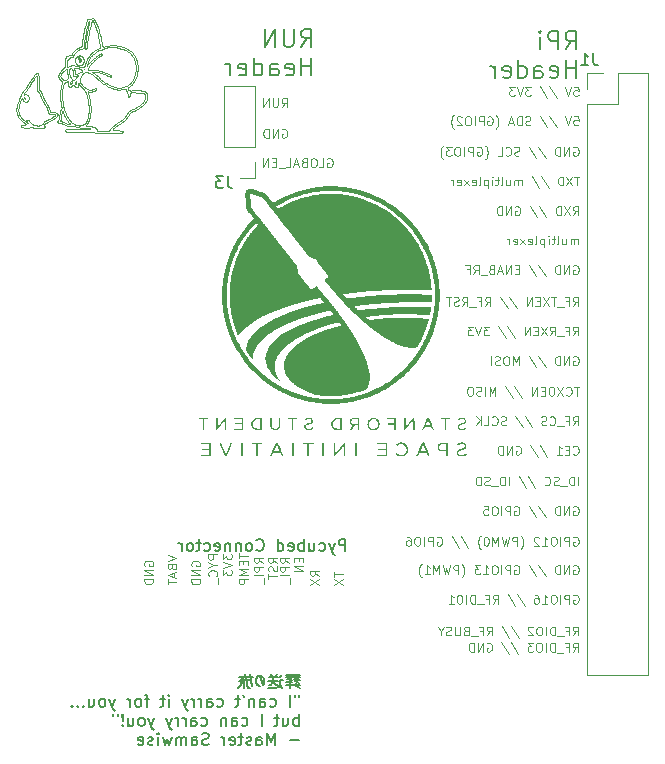
<source format=gbo>
%TF.GenerationSoftware,KiCad,Pcbnew,7.0.2-0*%
%TF.CreationDate,2024-05-07T14:52:59-07:00*%
%TF.ProjectId,RPi_interface,5250695f-696e-4746-9572-666163652e6b,1.1*%
%TF.SameCoordinates,Original*%
%TF.FileFunction,Legend,Bot*%
%TF.FilePolarity,Positive*%
%FSLAX46Y46*%
G04 Gerber Fmt 4.6, Leading zero omitted, Abs format (unit mm)*
G04 Created by KiCad (PCBNEW 7.0.2-0) date 2024-05-07 14:52:59*
%MOMM*%
%LPD*%
G01*
G04 APERTURE LIST*
%ADD10C,0.150000*%
%ADD11C,0.100000*%
%ADD12C,0.200000*%
%ADD13C,0.120000*%
%ADD14C,4.700000*%
%ADD15R,1.150000X1.150000*%
%ADD16C,1.150000*%
%ADD17C,3.700000*%
%ADD18C,1.400000*%
%ADD19O,1.400000X1.400000*%
%ADD20C,2.050000*%
%ADD21C,2.250000*%
%ADD22R,1.700000X1.700000*%
%ADD23O,1.700000X1.700000*%
G04 APERTURE END LIST*
D10*
X115629761Y-105995000D02*
X114391666Y-105995000D01*
X115582142Y-106185476D02*
X114439285Y-106185476D01*
X114915476Y-106614047D02*
X114439285Y-106614047D01*
X115629761Y-106804523D02*
X114391666Y-106804523D01*
X115248809Y-105899761D02*
X115248809Y-106137857D01*
X114867857Y-106185476D02*
X114867857Y-106566428D01*
X114772619Y-105899761D02*
X114772619Y-106137857D01*
X114772619Y-106661666D02*
X114772619Y-107042619D01*
X115296428Y-106185476D02*
X115439285Y-106375952D01*
X115439285Y-106375952D02*
X115201190Y-106518809D01*
X115344047Y-106328333D02*
X115629761Y-106423571D01*
X115391666Y-106375952D02*
X115058333Y-106328333D01*
X115058333Y-106328333D02*
X115201190Y-106518809D01*
X115201190Y-106518809D02*
X115486904Y-106661666D01*
X115296428Y-106947380D02*
X115582142Y-107042619D01*
X114486904Y-106328333D02*
X114915476Y-106423571D01*
X115296428Y-106661666D02*
X115296428Y-106899761D01*
X113725000Y-106185476D02*
X112963095Y-106185476D01*
X113772619Y-106471190D02*
X112915476Y-106471190D01*
X114058333Y-105947380D02*
X113915476Y-106137857D01*
X114153571Y-106423571D02*
X113915476Y-106423571D01*
X113915476Y-106423571D02*
X113915476Y-106852142D01*
X113915476Y-106852142D02*
X114105952Y-107042619D01*
X113105952Y-105899761D02*
X113201190Y-106137857D01*
X113629762Y-105899761D02*
X113534524Y-106090238D01*
X114010714Y-106947380D02*
X113534524Y-107042619D01*
X113534524Y-107042619D02*
X112915476Y-107042619D01*
X113344048Y-106185476D02*
X113344048Y-106471190D01*
X113344048Y-106471190D02*
X113439286Y-106661666D01*
X113439286Y-106661666D02*
X113582143Y-106804523D01*
X113582143Y-106804523D02*
X113772619Y-106852142D01*
X113344048Y-106471190D02*
X113248810Y-106661666D01*
X113248810Y-106661666D02*
X113105952Y-106804523D01*
X113105952Y-106804523D02*
X112963095Y-106852142D01*
X112248810Y-106090238D02*
X112439286Y-106852142D01*
X112439286Y-106852142D02*
X112582143Y-106709285D01*
X112582143Y-106709285D02*
X112582143Y-106328333D01*
X112582143Y-106328333D02*
X112486905Y-106137857D01*
X112486905Y-106137857D02*
X112248810Y-106042619D01*
X112248810Y-106042619D02*
X112058334Y-106090238D01*
X112058334Y-106090238D02*
X111915477Y-106328333D01*
X111915477Y-106328333D02*
X111915477Y-106614047D01*
X111915477Y-106614047D02*
X111963096Y-106804523D01*
X111963096Y-106804523D02*
X112201191Y-106947380D01*
X110963096Y-106137857D02*
X110439286Y-106137857D01*
X111629762Y-106137857D02*
X111105953Y-106137857D01*
X111391667Y-107042619D02*
X111201191Y-107042619D01*
X111344048Y-105899761D02*
X111344048Y-106137857D01*
X110867858Y-106375952D02*
X110867858Y-107042619D01*
X110915477Y-105899761D02*
X111058334Y-106280714D01*
X110582143Y-106280714D02*
X111058334Y-106423571D01*
X111439286Y-106137857D02*
X111439286Y-106518809D01*
X111439286Y-106518809D02*
X111534524Y-106899761D01*
X111439286Y-106375952D02*
X111153572Y-106375952D01*
X111153572Y-106375952D02*
X111153572Y-106804523D01*
X111153572Y-106804523D02*
X111201191Y-107042619D01*
X110772620Y-106328333D02*
X110629762Y-106852142D01*
X110629762Y-106852142D02*
X110391667Y-107042619D01*
X110439286Y-106471190D02*
X110677381Y-106566428D01*
X115534523Y-107662619D02*
X115534523Y-107853095D01*
X115153571Y-107662619D02*
X115153571Y-107853095D01*
X114724999Y-108662619D02*
X114724999Y-107662619D01*
X113058333Y-108615000D02*
X113153571Y-108662619D01*
X113153571Y-108662619D02*
X113344047Y-108662619D01*
X113344047Y-108662619D02*
X113439285Y-108615000D01*
X113439285Y-108615000D02*
X113486904Y-108567380D01*
X113486904Y-108567380D02*
X113534523Y-108472142D01*
X113534523Y-108472142D02*
X113534523Y-108186428D01*
X113534523Y-108186428D02*
X113486904Y-108091190D01*
X113486904Y-108091190D02*
X113439285Y-108043571D01*
X113439285Y-108043571D02*
X113344047Y-107995952D01*
X113344047Y-107995952D02*
X113153571Y-107995952D01*
X113153571Y-107995952D02*
X113058333Y-108043571D01*
X112201190Y-108662619D02*
X112201190Y-108138809D01*
X112201190Y-108138809D02*
X112248809Y-108043571D01*
X112248809Y-108043571D02*
X112344047Y-107995952D01*
X112344047Y-107995952D02*
X112534523Y-107995952D01*
X112534523Y-107995952D02*
X112629761Y-108043571D01*
X112201190Y-108615000D02*
X112296428Y-108662619D01*
X112296428Y-108662619D02*
X112534523Y-108662619D01*
X112534523Y-108662619D02*
X112629761Y-108615000D01*
X112629761Y-108615000D02*
X112677380Y-108519761D01*
X112677380Y-108519761D02*
X112677380Y-108424523D01*
X112677380Y-108424523D02*
X112629761Y-108329285D01*
X112629761Y-108329285D02*
X112534523Y-108281666D01*
X112534523Y-108281666D02*
X112296428Y-108281666D01*
X112296428Y-108281666D02*
X112201190Y-108234047D01*
X111724999Y-107995952D02*
X111724999Y-108662619D01*
X111724999Y-108091190D02*
X111677380Y-108043571D01*
X111677380Y-108043571D02*
X111582142Y-107995952D01*
X111582142Y-107995952D02*
X111439285Y-107995952D01*
X111439285Y-107995952D02*
X111344047Y-108043571D01*
X111344047Y-108043571D02*
X111296428Y-108138809D01*
X111296428Y-108138809D02*
X111296428Y-108662619D01*
X110772618Y-107662619D02*
X110867856Y-107853095D01*
X110486904Y-107995952D02*
X110105952Y-107995952D01*
X110344047Y-107662619D02*
X110344047Y-108519761D01*
X110344047Y-108519761D02*
X110296428Y-108615000D01*
X110296428Y-108615000D02*
X110201190Y-108662619D01*
X110201190Y-108662619D02*
X110105952Y-108662619D01*
X108582142Y-108615000D02*
X108677380Y-108662619D01*
X108677380Y-108662619D02*
X108867856Y-108662619D01*
X108867856Y-108662619D02*
X108963094Y-108615000D01*
X108963094Y-108615000D02*
X109010713Y-108567380D01*
X109010713Y-108567380D02*
X109058332Y-108472142D01*
X109058332Y-108472142D02*
X109058332Y-108186428D01*
X109058332Y-108186428D02*
X109010713Y-108091190D01*
X109010713Y-108091190D02*
X108963094Y-108043571D01*
X108963094Y-108043571D02*
X108867856Y-107995952D01*
X108867856Y-107995952D02*
X108677380Y-107995952D01*
X108677380Y-107995952D02*
X108582142Y-108043571D01*
X107724999Y-108662619D02*
X107724999Y-108138809D01*
X107724999Y-108138809D02*
X107772618Y-108043571D01*
X107772618Y-108043571D02*
X107867856Y-107995952D01*
X107867856Y-107995952D02*
X108058332Y-107995952D01*
X108058332Y-107995952D02*
X108153570Y-108043571D01*
X107724999Y-108615000D02*
X107820237Y-108662619D01*
X107820237Y-108662619D02*
X108058332Y-108662619D01*
X108058332Y-108662619D02*
X108153570Y-108615000D01*
X108153570Y-108615000D02*
X108201189Y-108519761D01*
X108201189Y-108519761D02*
X108201189Y-108424523D01*
X108201189Y-108424523D02*
X108153570Y-108329285D01*
X108153570Y-108329285D02*
X108058332Y-108281666D01*
X108058332Y-108281666D02*
X107820237Y-108281666D01*
X107820237Y-108281666D02*
X107724999Y-108234047D01*
X107248808Y-108662619D02*
X107248808Y-107995952D01*
X107248808Y-108186428D02*
X107201189Y-108091190D01*
X107201189Y-108091190D02*
X107153570Y-108043571D01*
X107153570Y-108043571D02*
X107058332Y-107995952D01*
X107058332Y-107995952D02*
X106963094Y-107995952D01*
X106629760Y-108662619D02*
X106629760Y-107995952D01*
X106629760Y-108186428D02*
X106582141Y-108091190D01*
X106582141Y-108091190D02*
X106534522Y-108043571D01*
X106534522Y-108043571D02*
X106439284Y-107995952D01*
X106439284Y-107995952D02*
X106344046Y-107995952D01*
X106105950Y-107995952D02*
X105867855Y-108662619D01*
X105629760Y-107995952D02*
X105867855Y-108662619D01*
X105867855Y-108662619D02*
X105963093Y-108900714D01*
X105963093Y-108900714D02*
X106010712Y-108948333D01*
X106010712Y-108948333D02*
X106105950Y-108995952D01*
X104486902Y-108662619D02*
X104486902Y-107995952D01*
X104486902Y-107662619D02*
X104534521Y-107710238D01*
X104534521Y-107710238D02*
X104486902Y-107757857D01*
X104486902Y-107757857D02*
X104439283Y-107710238D01*
X104439283Y-107710238D02*
X104486902Y-107662619D01*
X104486902Y-107662619D02*
X104486902Y-107757857D01*
X104153569Y-107995952D02*
X103772617Y-107995952D01*
X104010712Y-107662619D02*
X104010712Y-108519761D01*
X104010712Y-108519761D02*
X103963093Y-108615000D01*
X103963093Y-108615000D02*
X103867855Y-108662619D01*
X103867855Y-108662619D02*
X103772617Y-108662619D01*
X102820235Y-107995952D02*
X102439283Y-107995952D01*
X102677378Y-108662619D02*
X102677378Y-107805476D01*
X102677378Y-107805476D02*
X102629759Y-107710238D01*
X102629759Y-107710238D02*
X102534521Y-107662619D01*
X102534521Y-107662619D02*
X102439283Y-107662619D01*
X101963092Y-108662619D02*
X102058330Y-108615000D01*
X102058330Y-108615000D02*
X102105949Y-108567380D01*
X102105949Y-108567380D02*
X102153568Y-108472142D01*
X102153568Y-108472142D02*
X102153568Y-108186428D01*
X102153568Y-108186428D02*
X102105949Y-108091190D01*
X102105949Y-108091190D02*
X102058330Y-108043571D01*
X102058330Y-108043571D02*
X101963092Y-107995952D01*
X101963092Y-107995952D02*
X101820235Y-107995952D01*
X101820235Y-107995952D02*
X101724997Y-108043571D01*
X101724997Y-108043571D02*
X101677378Y-108091190D01*
X101677378Y-108091190D02*
X101629759Y-108186428D01*
X101629759Y-108186428D02*
X101629759Y-108472142D01*
X101629759Y-108472142D02*
X101677378Y-108567380D01*
X101677378Y-108567380D02*
X101724997Y-108615000D01*
X101724997Y-108615000D02*
X101820235Y-108662619D01*
X101820235Y-108662619D02*
X101963092Y-108662619D01*
X101201187Y-108662619D02*
X101201187Y-107995952D01*
X101201187Y-108186428D02*
X101153568Y-108091190D01*
X101153568Y-108091190D02*
X101105949Y-108043571D01*
X101105949Y-108043571D02*
X101010711Y-107995952D01*
X101010711Y-107995952D02*
X100915473Y-107995952D01*
X99915472Y-107995952D02*
X99677377Y-108662619D01*
X99439282Y-107995952D02*
X99677377Y-108662619D01*
X99677377Y-108662619D02*
X99772615Y-108900714D01*
X99772615Y-108900714D02*
X99820234Y-108948333D01*
X99820234Y-108948333D02*
X99915472Y-108995952D01*
X98915472Y-108662619D02*
X99010710Y-108615000D01*
X99010710Y-108615000D02*
X99058329Y-108567380D01*
X99058329Y-108567380D02*
X99105948Y-108472142D01*
X99105948Y-108472142D02*
X99105948Y-108186428D01*
X99105948Y-108186428D02*
X99058329Y-108091190D01*
X99058329Y-108091190D02*
X99010710Y-108043571D01*
X99010710Y-108043571D02*
X98915472Y-107995952D01*
X98915472Y-107995952D02*
X98772615Y-107995952D01*
X98772615Y-107995952D02*
X98677377Y-108043571D01*
X98677377Y-108043571D02*
X98629758Y-108091190D01*
X98629758Y-108091190D02*
X98582139Y-108186428D01*
X98582139Y-108186428D02*
X98582139Y-108472142D01*
X98582139Y-108472142D02*
X98629758Y-108567380D01*
X98629758Y-108567380D02*
X98677377Y-108615000D01*
X98677377Y-108615000D02*
X98772615Y-108662619D01*
X98772615Y-108662619D02*
X98915472Y-108662619D01*
X97724996Y-107995952D02*
X97724996Y-108662619D01*
X98153567Y-107995952D02*
X98153567Y-108519761D01*
X98153567Y-108519761D02*
X98105948Y-108615000D01*
X98105948Y-108615000D02*
X98010710Y-108662619D01*
X98010710Y-108662619D02*
X97867853Y-108662619D01*
X97867853Y-108662619D02*
X97772615Y-108615000D01*
X97772615Y-108615000D02*
X97724996Y-108567380D01*
X97248805Y-108567380D02*
X97201186Y-108615000D01*
X97201186Y-108615000D02*
X97248805Y-108662619D01*
X97248805Y-108662619D02*
X97296424Y-108615000D01*
X97296424Y-108615000D02*
X97248805Y-108567380D01*
X97248805Y-108567380D02*
X97248805Y-108662619D01*
X96772615Y-108567380D02*
X96724996Y-108615000D01*
X96724996Y-108615000D02*
X96772615Y-108662619D01*
X96772615Y-108662619D02*
X96820234Y-108615000D01*
X96820234Y-108615000D02*
X96772615Y-108567380D01*
X96772615Y-108567380D02*
X96772615Y-108662619D01*
X96296425Y-108567380D02*
X96248806Y-108615000D01*
X96248806Y-108615000D02*
X96296425Y-108662619D01*
X96296425Y-108662619D02*
X96344044Y-108615000D01*
X96344044Y-108615000D02*
X96296425Y-108567380D01*
X96296425Y-108567380D02*
X96296425Y-108662619D01*
X115486904Y-110282619D02*
X115486904Y-109282619D01*
X115486904Y-109663571D02*
X115391666Y-109615952D01*
X115391666Y-109615952D02*
X115201190Y-109615952D01*
X115201190Y-109615952D02*
X115105952Y-109663571D01*
X115105952Y-109663571D02*
X115058333Y-109711190D01*
X115058333Y-109711190D02*
X115010714Y-109806428D01*
X115010714Y-109806428D02*
X115010714Y-110092142D01*
X115010714Y-110092142D02*
X115058333Y-110187380D01*
X115058333Y-110187380D02*
X115105952Y-110235000D01*
X115105952Y-110235000D02*
X115201190Y-110282619D01*
X115201190Y-110282619D02*
X115391666Y-110282619D01*
X115391666Y-110282619D02*
X115486904Y-110235000D01*
X114153571Y-109615952D02*
X114153571Y-110282619D01*
X114582142Y-109615952D02*
X114582142Y-110139761D01*
X114582142Y-110139761D02*
X114534523Y-110235000D01*
X114534523Y-110235000D02*
X114439285Y-110282619D01*
X114439285Y-110282619D02*
X114296428Y-110282619D01*
X114296428Y-110282619D02*
X114201190Y-110235000D01*
X114201190Y-110235000D02*
X114153571Y-110187380D01*
X113820237Y-109615952D02*
X113439285Y-109615952D01*
X113677380Y-109282619D02*
X113677380Y-110139761D01*
X113677380Y-110139761D02*
X113629761Y-110235000D01*
X113629761Y-110235000D02*
X113534523Y-110282619D01*
X113534523Y-110282619D02*
X113439285Y-110282619D01*
X112344046Y-110282619D02*
X112344046Y-109282619D01*
X110677380Y-110235000D02*
X110772618Y-110282619D01*
X110772618Y-110282619D02*
X110963094Y-110282619D01*
X110963094Y-110282619D02*
X111058332Y-110235000D01*
X111058332Y-110235000D02*
X111105951Y-110187380D01*
X111105951Y-110187380D02*
X111153570Y-110092142D01*
X111153570Y-110092142D02*
X111153570Y-109806428D01*
X111153570Y-109806428D02*
X111105951Y-109711190D01*
X111105951Y-109711190D02*
X111058332Y-109663571D01*
X111058332Y-109663571D02*
X110963094Y-109615952D01*
X110963094Y-109615952D02*
X110772618Y-109615952D01*
X110772618Y-109615952D02*
X110677380Y-109663571D01*
X109820237Y-110282619D02*
X109820237Y-109758809D01*
X109820237Y-109758809D02*
X109867856Y-109663571D01*
X109867856Y-109663571D02*
X109963094Y-109615952D01*
X109963094Y-109615952D02*
X110153570Y-109615952D01*
X110153570Y-109615952D02*
X110248808Y-109663571D01*
X109820237Y-110235000D02*
X109915475Y-110282619D01*
X109915475Y-110282619D02*
X110153570Y-110282619D01*
X110153570Y-110282619D02*
X110248808Y-110235000D01*
X110248808Y-110235000D02*
X110296427Y-110139761D01*
X110296427Y-110139761D02*
X110296427Y-110044523D01*
X110296427Y-110044523D02*
X110248808Y-109949285D01*
X110248808Y-109949285D02*
X110153570Y-109901666D01*
X110153570Y-109901666D02*
X109915475Y-109901666D01*
X109915475Y-109901666D02*
X109820237Y-109854047D01*
X109344046Y-109615952D02*
X109344046Y-110282619D01*
X109344046Y-109711190D02*
X109296427Y-109663571D01*
X109296427Y-109663571D02*
X109201189Y-109615952D01*
X109201189Y-109615952D02*
X109058332Y-109615952D01*
X109058332Y-109615952D02*
X108963094Y-109663571D01*
X108963094Y-109663571D02*
X108915475Y-109758809D01*
X108915475Y-109758809D02*
X108915475Y-110282619D01*
X107248808Y-110235000D02*
X107344046Y-110282619D01*
X107344046Y-110282619D02*
X107534522Y-110282619D01*
X107534522Y-110282619D02*
X107629760Y-110235000D01*
X107629760Y-110235000D02*
X107677379Y-110187380D01*
X107677379Y-110187380D02*
X107724998Y-110092142D01*
X107724998Y-110092142D02*
X107724998Y-109806428D01*
X107724998Y-109806428D02*
X107677379Y-109711190D01*
X107677379Y-109711190D02*
X107629760Y-109663571D01*
X107629760Y-109663571D02*
X107534522Y-109615952D01*
X107534522Y-109615952D02*
X107344046Y-109615952D01*
X107344046Y-109615952D02*
X107248808Y-109663571D01*
X106391665Y-110282619D02*
X106391665Y-109758809D01*
X106391665Y-109758809D02*
X106439284Y-109663571D01*
X106439284Y-109663571D02*
X106534522Y-109615952D01*
X106534522Y-109615952D02*
X106724998Y-109615952D01*
X106724998Y-109615952D02*
X106820236Y-109663571D01*
X106391665Y-110235000D02*
X106486903Y-110282619D01*
X106486903Y-110282619D02*
X106724998Y-110282619D01*
X106724998Y-110282619D02*
X106820236Y-110235000D01*
X106820236Y-110235000D02*
X106867855Y-110139761D01*
X106867855Y-110139761D02*
X106867855Y-110044523D01*
X106867855Y-110044523D02*
X106820236Y-109949285D01*
X106820236Y-109949285D02*
X106724998Y-109901666D01*
X106724998Y-109901666D02*
X106486903Y-109901666D01*
X106486903Y-109901666D02*
X106391665Y-109854047D01*
X105915474Y-110282619D02*
X105915474Y-109615952D01*
X105915474Y-109806428D02*
X105867855Y-109711190D01*
X105867855Y-109711190D02*
X105820236Y-109663571D01*
X105820236Y-109663571D02*
X105724998Y-109615952D01*
X105724998Y-109615952D02*
X105629760Y-109615952D01*
X105296426Y-110282619D02*
X105296426Y-109615952D01*
X105296426Y-109806428D02*
X105248807Y-109711190D01*
X105248807Y-109711190D02*
X105201188Y-109663571D01*
X105201188Y-109663571D02*
X105105950Y-109615952D01*
X105105950Y-109615952D02*
X105010712Y-109615952D01*
X104772616Y-109615952D02*
X104534521Y-110282619D01*
X104296426Y-109615952D02*
X104534521Y-110282619D01*
X104534521Y-110282619D02*
X104629759Y-110520714D01*
X104629759Y-110520714D02*
X104677378Y-110568333D01*
X104677378Y-110568333D02*
X104772616Y-110615952D01*
X103248806Y-109615952D02*
X103010711Y-110282619D01*
X102772616Y-109615952D02*
X103010711Y-110282619D01*
X103010711Y-110282619D02*
X103105949Y-110520714D01*
X103105949Y-110520714D02*
X103153568Y-110568333D01*
X103153568Y-110568333D02*
X103248806Y-110615952D01*
X102248806Y-110282619D02*
X102344044Y-110235000D01*
X102344044Y-110235000D02*
X102391663Y-110187380D01*
X102391663Y-110187380D02*
X102439282Y-110092142D01*
X102439282Y-110092142D02*
X102439282Y-109806428D01*
X102439282Y-109806428D02*
X102391663Y-109711190D01*
X102391663Y-109711190D02*
X102344044Y-109663571D01*
X102344044Y-109663571D02*
X102248806Y-109615952D01*
X102248806Y-109615952D02*
X102105949Y-109615952D01*
X102105949Y-109615952D02*
X102010711Y-109663571D01*
X102010711Y-109663571D02*
X101963092Y-109711190D01*
X101963092Y-109711190D02*
X101915473Y-109806428D01*
X101915473Y-109806428D02*
X101915473Y-110092142D01*
X101915473Y-110092142D02*
X101963092Y-110187380D01*
X101963092Y-110187380D02*
X102010711Y-110235000D01*
X102010711Y-110235000D02*
X102105949Y-110282619D01*
X102105949Y-110282619D02*
X102248806Y-110282619D01*
X101058330Y-109615952D02*
X101058330Y-110282619D01*
X101486901Y-109615952D02*
X101486901Y-110139761D01*
X101486901Y-110139761D02*
X101439282Y-110235000D01*
X101439282Y-110235000D02*
X101344044Y-110282619D01*
X101344044Y-110282619D02*
X101201187Y-110282619D01*
X101201187Y-110282619D02*
X101105949Y-110235000D01*
X101105949Y-110235000D02*
X101058330Y-110187380D01*
X100582139Y-110187380D02*
X100534520Y-110235000D01*
X100534520Y-110235000D02*
X100582139Y-110282619D01*
X100582139Y-110282619D02*
X100629758Y-110235000D01*
X100629758Y-110235000D02*
X100582139Y-110187380D01*
X100582139Y-110187380D02*
X100582139Y-110282619D01*
X100582139Y-109901666D02*
X100629758Y-109330238D01*
X100629758Y-109330238D02*
X100582139Y-109282619D01*
X100582139Y-109282619D02*
X100534520Y-109330238D01*
X100534520Y-109330238D02*
X100582139Y-109901666D01*
X100582139Y-109901666D02*
X100582139Y-109282619D01*
X100153568Y-109282619D02*
X100153568Y-109473095D01*
X99772616Y-109282619D02*
X99772616Y-109473095D01*
X115486904Y-111521666D02*
X114725000Y-111521666D01*
X113486904Y-111902619D02*
X113486904Y-110902619D01*
X113486904Y-110902619D02*
X113153571Y-111616904D01*
X113153571Y-111616904D02*
X112820238Y-110902619D01*
X112820238Y-110902619D02*
X112820238Y-111902619D01*
X111915476Y-111902619D02*
X111915476Y-111378809D01*
X111915476Y-111378809D02*
X111963095Y-111283571D01*
X111963095Y-111283571D02*
X112058333Y-111235952D01*
X112058333Y-111235952D02*
X112248809Y-111235952D01*
X112248809Y-111235952D02*
X112344047Y-111283571D01*
X111915476Y-111855000D02*
X112010714Y-111902619D01*
X112010714Y-111902619D02*
X112248809Y-111902619D01*
X112248809Y-111902619D02*
X112344047Y-111855000D01*
X112344047Y-111855000D02*
X112391666Y-111759761D01*
X112391666Y-111759761D02*
X112391666Y-111664523D01*
X112391666Y-111664523D02*
X112344047Y-111569285D01*
X112344047Y-111569285D02*
X112248809Y-111521666D01*
X112248809Y-111521666D02*
X112010714Y-111521666D01*
X112010714Y-111521666D02*
X111915476Y-111474047D01*
X111486904Y-111855000D02*
X111391666Y-111902619D01*
X111391666Y-111902619D02*
X111201190Y-111902619D01*
X111201190Y-111902619D02*
X111105952Y-111855000D01*
X111105952Y-111855000D02*
X111058333Y-111759761D01*
X111058333Y-111759761D02*
X111058333Y-111712142D01*
X111058333Y-111712142D02*
X111105952Y-111616904D01*
X111105952Y-111616904D02*
X111201190Y-111569285D01*
X111201190Y-111569285D02*
X111344047Y-111569285D01*
X111344047Y-111569285D02*
X111439285Y-111521666D01*
X111439285Y-111521666D02*
X111486904Y-111426428D01*
X111486904Y-111426428D02*
X111486904Y-111378809D01*
X111486904Y-111378809D02*
X111439285Y-111283571D01*
X111439285Y-111283571D02*
X111344047Y-111235952D01*
X111344047Y-111235952D02*
X111201190Y-111235952D01*
X111201190Y-111235952D02*
X111105952Y-111283571D01*
X110772618Y-111235952D02*
X110391666Y-111235952D01*
X110629761Y-110902619D02*
X110629761Y-111759761D01*
X110629761Y-111759761D02*
X110582142Y-111855000D01*
X110582142Y-111855000D02*
X110486904Y-111902619D01*
X110486904Y-111902619D02*
X110391666Y-111902619D01*
X109677380Y-111855000D02*
X109772618Y-111902619D01*
X109772618Y-111902619D02*
X109963094Y-111902619D01*
X109963094Y-111902619D02*
X110058332Y-111855000D01*
X110058332Y-111855000D02*
X110105951Y-111759761D01*
X110105951Y-111759761D02*
X110105951Y-111378809D01*
X110105951Y-111378809D02*
X110058332Y-111283571D01*
X110058332Y-111283571D02*
X109963094Y-111235952D01*
X109963094Y-111235952D02*
X109772618Y-111235952D01*
X109772618Y-111235952D02*
X109677380Y-111283571D01*
X109677380Y-111283571D02*
X109629761Y-111378809D01*
X109629761Y-111378809D02*
X109629761Y-111474047D01*
X109629761Y-111474047D02*
X110105951Y-111569285D01*
X109201189Y-111902619D02*
X109201189Y-111235952D01*
X109201189Y-111426428D02*
X109153570Y-111331190D01*
X109153570Y-111331190D02*
X109105951Y-111283571D01*
X109105951Y-111283571D02*
X109010713Y-111235952D01*
X109010713Y-111235952D02*
X108915475Y-111235952D01*
X107867855Y-111855000D02*
X107724998Y-111902619D01*
X107724998Y-111902619D02*
X107486903Y-111902619D01*
X107486903Y-111902619D02*
X107391665Y-111855000D01*
X107391665Y-111855000D02*
X107344046Y-111807380D01*
X107344046Y-111807380D02*
X107296427Y-111712142D01*
X107296427Y-111712142D02*
X107296427Y-111616904D01*
X107296427Y-111616904D02*
X107344046Y-111521666D01*
X107344046Y-111521666D02*
X107391665Y-111474047D01*
X107391665Y-111474047D02*
X107486903Y-111426428D01*
X107486903Y-111426428D02*
X107677379Y-111378809D01*
X107677379Y-111378809D02*
X107772617Y-111331190D01*
X107772617Y-111331190D02*
X107820236Y-111283571D01*
X107820236Y-111283571D02*
X107867855Y-111188333D01*
X107867855Y-111188333D02*
X107867855Y-111093095D01*
X107867855Y-111093095D02*
X107820236Y-110997857D01*
X107820236Y-110997857D02*
X107772617Y-110950238D01*
X107772617Y-110950238D02*
X107677379Y-110902619D01*
X107677379Y-110902619D02*
X107439284Y-110902619D01*
X107439284Y-110902619D02*
X107296427Y-110950238D01*
X106439284Y-111902619D02*
X106439284Y-111378809D01*
X106439284Y-111378809D02*
X106486903Y-111283571D01*
X106486903Y-111283571D02*
X106582141Y-111235952D01*
X106582141Y-111235952D02*
X106772617Y-111235952D01*
X106772617Y-111235952D02*
X106867855Y-111283571D01*
X106439284Y-111855000D02*
X106534522Y-111902619D01*
X106534522Y-111902619D02*
X106772617Y-111902619D01*
X106772617Y-111902619D02*
X106867855Y-111855000D01*
X106867855Y-111855000D02*
X106915474Y-111759761D01*
X106915474Y-111759761D02*
X106915474Y-111664523D01*
X106915474Y-111664523D02*
X106867855Y-111569285D01*
X106867855Y-111569285D02*
X106772617Y-111521666D01*
X106772617Y-111521666D02*
X106534522Y-111521666D01*
X106534522Y-111521666D02*
X106439284Y-111474047D01*
X105963093Y-111902619D02*
X105963093Y-111235952D01*
X105963093Y-111331190D02*
X105915474Y-111283571D01*
X105915474Y-111283571D02*
X105820236Y-111235952D01*
X105820236Y-111235952D02*
X105677379Y-111235952D01*
X105677379Y-111235952D02*
X105582141Y-111283571D01*
X105582141Y-111283571D02*
X105534522Y-111378809D01*
X105534522Y-111378809D02*
X105534522Y-111902619D01*
X105534522Y-111378809D02*
X105486903Y-111283571D01*
X105486903Y-111283571D02*
X105391665Y-111235952D01*
X105391665Y-111235952D02*
X105248808Y-111235952D01*
X105248808Y-111235952D02*
X105153569Y-111283571D01*
X105153569Y-111283571D02*
X105105950Y-111378809D01*
X105105950Y-111378809D02*
X105105950Y-111902619D01*
X104724998Y-111235952D02*
X104534522Y-111902619D01*
X104534522Y-111902619D02*
X104344046Y-111426428D01*
X104344046Y-111426428D02*
X104153570Y-111902619D01*
X104153570Y-111902619D02*
X103963094Y-111235952D01*
X103582141Y-111902619D02*
X103582141Y-111235952D01*
X103582141Y-110902619D02*
X103629760Y-110950238D01*
X103629760Y-110950238D02*
X103582141Y-110997857D01*
X103582141Y-110997857D02*
X103534522Y-110950238D01*
X103534522Y-110950238D02*
X103582141Y-110902619D01*
X103582141Y-110902619D02*
X103582141Y-110997857D01*
X103153570Y-111855000D02*
X103058332Y-111902619D01*
X103058332Y-111902619D02*
X102867856Y-111902619D01*
X102867856Y-111902619D02*
X102772618Y-111855000D01*
X102772618Y-111855000D02*
X102724999Y-111759761D01*
X102724999Y-111759761D02*
X102724999Y-111712142D01*
X102724999Y-111712142D02*
X102772618Y-111616904D01*
X102772618Y-111616904D02*
X102867856Y-111569285D01*
X102867856Y-111569285D02*
X103010713Y-111569285D01*
X103010713Y-111569285D02*
X103105951Y-111521666D01*
X103105951Y-111521666D02*
X103153570Y-111426428D01*
X103153570Y-111426428D02*
X103153570Y-111378809D01*
X103153570Y-111378809D02*
X103105951Y-111283571D01*
X103105951Y-111283571D02*
X103010713Y-111235952D01*
X103010713Y-111235952D02*
X102867856Y-111235952D01*
X102867856Y-111235952D02*
X102772618Y-111283571D01*
X101915475Y-111855000D02*
X102010713Y-111902619D01*
X102010713Y-111902619D02*
X102201189Y-111902619D01*
X102201189Y-111902619D02*
X102296427Y-111855000D01*
X102296427Y-111855000D02*
X102344046Y-111759761D01*
X102344046Y-111759761D02*
X102344046Y-111378809D01*
X102344046Y-111378809D02*
X102296427Y-111283571D01*
X102296427Y-111283571D02*
X102201189Y-111235952D01*
X102201189Y-111235952D02*
X102010713Y-111235952D01*
X102010713Y-111235952D02*
X101915475Y-111283571D01*
X101915475Y-111283571D02*
X101867856Y-111378809D01*
X101867856Y-111378809D02*
X101867856Y-111474047D01*
X101867856Y-111474047D02*
X102344046Y-111569285D01*
D11*
X108593214Y-95778571D02*
X107843214Y-95778571D01*
X107843214Y-95778571D02*
X107843214Y-96064285D01*
X107843214Y-96064285D02*
X107878928Y-96135714D01*
X107878928Y-96135714D02*
X107914642Y-96171428D01*
X107914642Y-96171428D02*
X107986071Y-96207142D01*
X107986071Y-96207142D02*
X108093214Y-96207142D01*
X108093214Y-96207142D02*
X108164642Y-96171428D01*
X108164642Y-96171428D02*
X108200357Y-96135714D01*
X108200357Y-96135714D02*
X108236071Y-96064285D01*
X108236071Y-96064285D02*
X108236071Y-95778571D01*
X108236071Y-96671428D02*
X108593214Y-96671428D01*
X107843214Y-96421428D02*
X108236071Y-96671428D01*
X108236071Y-96671428D02*
X107843214Y-96921428D01*
X108521785Y-97599999D02*
X108557500Y-97564285D01*
X108557500Y-97564285D02*
X108593214Y-97457142D01*
X108593214Y-97457142D02*
X108593214Y-97385714D01*
X108593214Y-97385714D02*
X108557500Y-97278571D01*
X108557500Y-97278571D02*
X108486071Y-97207142D01*
X108486071Y-97207142D02*
X108414642Y-97171428D01*
X108414642Y-97171428D02*
X108271785Y-97135714D01*
X108271785Y-97135714D02*
X108164642Y-97135714D01*
X108164642Y-97135714D02*
X108021785Y-97171428D01*
X108021785Y-97171428D02*
X107950357Y-97207142D01*
X107950357Y-97207142D02*
X107878928Y-97278571D01*
X107878928Y-97278571D02*
X107843214Y-97385714D01*
X107843214Y-97385714D02*
X107843214Y-97457142D01*
X107843214Y-97457142D02*
X107878928Y-97564285D01*
X107878928Y-97564285D02*
X107914642Y-97599999D01*
X108664642Y-97742857D02*
X108664642Y-98314285D01*
X109058214Y-95707142D02*
X109058214Y-96171428D01*
X109058214Y-96171428D02*
X109343928Y-95921428D01*
X109343928Y-95921428D02*
X109343928Y-96028571D01*
X109343928Y-96028571D02*
X109379642Y-96100000D01*
X109379642Y-96100000D02*
X109415357Y-96135714D01*
X109415357Y-96135714D02*
X109486785Y-96171428D01*
X109486785Y-96171428D02*
X109665357Y-96171428D01*
X109665357Y-96171428D02*
X109736785Y-96135714D01*
X109736785Y-96135714D02*
X109772500Y-96100000D01*
X109772500Y-96100000D02*
X109808214Y-96028571D01*
X109808214Y-96028571D02*
X109808214Y-95814285D01*
X109808214Y-95814285D02*
X109772500Y-95742857D01*
X109772500Y-95742857D02*
X109736785Y-95707142D01*
X109058214Y-96385714D02*
X109808214Y-96635714D01*
X109808214Y-96635714D02*
X109058214Y-96885714D01*
X109058214Y-97064285D02*
X109058214Y-97528571D01*
X109058214Y-97528571D02*
X109343928Y-97278571D01*
X109343928Y-97278571D02*
X109343928Y-97385714D01*
X109343928Y-97385714D02*
X109379642Y-97457143D01*
X109379642Y-97457143D02*
X109415357Y-97492857D01*
X109415357Y-97492857D02*
X109486785Y-97528571D01*
X109486785Y-97528571D02*
X109665357Y-97528571D01*
X109665357Y-97528571D02*
X109736785Y-97492857D01*
X109736785Y-97492857D02*
X109772500Y-97457143D01*
X109772500Y-97457143D02*
X109808214Y-97385714D01*
X109808214Y-97385714D02*
X109808214Y-97171428D01*
X109808214Y-97171428D02*
X109772500Y-97100000D01*
X109772500Y-97100000D02*
X109736785Y-97064285D01*
X139146428Y-89933214D02*
X139146428Y-89183214D01*
X138789285Y-89933214D02*
X138789285Y-89183214D01*
X138789285Y-89183214D02*
X138610714Y-89183214D01*
X138610714Y-89183214D02*
X138503571Y-89218928D01*
X138503571Y-89218928D02*
X138432142Y-89290357D01*
X138432142Y-89290357D02*
X138396428Y-89361785D01*
X138396428Y-89361785D02*
X138360714Y-89504642D01*
X138360714Y-89504642D02*
X138360714Y-89611785D01*
X138360714Y-89611785D02*
X138396428Y-89754642D01*
X138396428Y-89754642D02*
X138432142Y-89826071D01*
X138432142Y-89826071D02*
X138503571Y-89897500D01*
X138503571Y-89897500D02*
X138610714Y-89933214D01*
X138610714Y-89933214D02*
X138789285Y-89933214D01*
X138217857Y-90004642D02*
X137646428Y-90004642D01*
X137503570Y-89897500D02*
X137396428Y-89933214D01*
X137396428Y-89933214D02*
X137217856Y-89933214D01*
X137217856Y-89933214D02*
X137146428Y-89897500D01*
X137146428Y-89897500D02*
X137110713Y-89861785D01*
X137110713Y-89861785D02*
X137074999Y-89790357D01*
X137074999Y-89790357D02*
X137074999Y-89718928D01*
X137074999Y-89718928D02*
X137110713Y-89647500D01*
X137110713Y-89647500D02*
X137146428Y-89611785D01*
X137146428Y-89611785D02*
X137217856Y-89576071D01*
X137217856Y-89576071D02*
X137360713Y-89540357D01*
X137360713Y-89540357D02*
X137432142Y-89504642D01*
X137432142Y-89504642D02*
X137467856Y-89468928D01*
X137467856Y-89468928D02*
X137503570Y-89397500D01*
X137503570Y-89397500D02*
X137503570Y-89326071D01*
X137503570Y-89326071D02*
X137467856Y-89254642D01*
X137467856Y-89254642D02*
X137432142Y-89218928D01*
X137432142Y-89218928D02*
X137360713Y-89183214D01*
X137360713Y-89183214D02*
X137182142Y-89183214D01*
X137182142Y-89183214D02*
X137074999Y-89218928D01*
X136324999Y-89861785D02*
X136360713Y-89897500D01*
X136360713Y-89897500D02*
X136467856Y-89933214D01*
X136467856Y-89933214D02*
X136539284Y-89933214D01*
X136539284Y-89933214D02*
X136646427Y-89897500D01*
X136646427Y-89897500D02*
X136717856Y-89826071D01*
X136717856Y-89826071D02*
X136753570Y-89754642D01*
X136753570Y-89754642D02*
X136789284Y-89611785D01*
X136789284Y-89611785D02*
X136789284Y-89504642D01*
X136789284Y-89504642D02*
X136753570Y-89361785D01*
X136753570Y-89361785D02*
X136717856Y-89290357D01*
X136717856Y-89290357D02*
X136646427Y-89218928D01*
X136646427Y-89218928D02*
X136539284Y-89183214D01*
X136539284Y-89183214D02*
X136467856Y-89183214D01*
X136467856Y-89183214D02*
X136360713Y-89218928D01*
X136360713Y-89218928D02*
X136324999Y-89254642D01*
X134896427Y-89147500D02*
X135539284Y-90111785D01*
X134110713Y-89147500D02*
X134753570Y-90111785D01*
X133289284Y-89933214D02*
X133289284Y-89183214D01*
X132932141Y-89933214D02*
X132932141Y-89183214D01*
X132932141Y-89183214D02*
X132753570Y-89183214D01*
X132753570Y-89183214D02*
X132646427Y-89218928D01*
X132646427Y-89218928D02*
X132574998Y-89290357D01*
X132574998Y-89290357D02*
X132539284Y-89361785D01*
X132539284Y-89361785D02*
X132503570Y-89504642D01*
X132503570Y-89504642D02*
X132503570Y-89611785D01*
X132503570Y-89611785D02*
X132539284Y-89754642D01*
X132539284Y-89754642D02*
X132574998Y-89826071D01*
X132574998Y-89826071D02*
X132646427Y-89897500D01*
X132646427Y-89897500D02*
X132753570Y-89933214D01*
X132753570Y-89933214D02*
X132932141Y-89933214D01*
X132360713Y-90004642D02*
X131789284Y-90004642D01*
X131646426Y-89897500D02*
X131539284Y-89933214D01*
X131539284Y-89933214D02*
X131360712Y-89933214D01*
X131360712Y-89933214D02*
X131289284Y-89897500D01*
X131289284Y-89897500D02*
X131253569Y-89861785D01*
X131253569Y-89861785D02*
X131217855Y-89790357D01*
X131217855Y-89790357D02*
X131217855Y-89718928D01*
X131217855Y-89718928D02*
X131253569Y-89647500D01*
X131253569Y-89647500D02*
X131289284Y-89611785D01*
X131289284Y-89611785D02*
X131360712Y-89576071D01*
X131360712Y-89576071D02*
X131503569Y-89540357D01*
X131503569Y-89540357D02*
X131574998Y-89504642D01*
X131574998Y-89504642D02*
X131610712Y-89468928D01*
X131610712Y-89468928D02*
X131646426Y-89397500D01*
X131646426Y-89397500D02*
X131646426Y-89326071D01*
X131646426Y-89326071D02*
X131610712Y-89254642D01*
X131610712Y-89254642D02*
X131574998Y-89218928D01*
X131574998Y-89218928D02*
X131503569Y-89183214D01*
X131503569Y-89183214D02*
X131324998Y-89183214D01*
X131324998Y-89183214D02*
X131217855Y-89218928D01*
X130896426Y-89933214D02*
X130896426Y-89183214D01*
X130896426Y-89183214D02*
X130717855Y-89183214D01*
X130717855Y-89183214D02*
X130610712Y-89218928D01*
X130610712Y-89218928D02*
X130539283Y-89290357D01*
X130539283Y-89290357D02*
X130503569Y-89361785D01*
X130503569Y-89361785D02*
X130467855Y-89504642D01*
X130467855Y-89504642D02*
X130467855Y-89611785D01*
X130467855Y-89611785D02*
X130503569Y-89754642D01*
X130503569Y-89754642D02*
X130539283Y-89826071D01*
X130539283Y-89826071D02*
X130610712Y-89897500D01*
X130610712Y-89897500D02*
X130717855Y-89933214D01*
X130717855Y-89933214D02*
X130896426Y-89933214D01*
X139253571Y-81583214D02*
X138825000Y-81583214D01*
X139039285Y-82333214D02*
X139039285Y-81583214D01*
X138146428Y-82261785D02*
X138182142Y-82297500D01*
X138182142Y-82297500D02*
X138289285Y-82333214D01*
X138289285Y-82333214D02*
X138360713Y-82333214D01*
X138360713Y-82333214D02*
X138467856Y-82297500D01*
X138467856Y-82297500D02*
X138539285Y-82226071D01*
X138539285Y-82226071D02*
X138574999Y-82154642D01*
X138574999Y-82154642D02*
X138610713Y-82011785D01*
X138610713Y-82011785D02*
X138610713Y-81904642D01*
X138610713Y-81904642D02*
X138574999Y-81761785D01*
X138574999Y-81761785D02*
X138539285Y-81690357D01*
X138539285Y-81690357D02*
X138467856Y-81618928D01*
X138467856Y-81618928D02*
X138360713Y-81583214D01*
X138360713Y-81583214D02*
X138289285Y-81583214D01*
X138289285Y-81583214D02*
X138182142Y-81618928D01*
X138182142Y-81618928D02*
X138146428Y-81654642D01*
X137896428Y-81583214D02*
X137396428Y-82333214D01*
X137396428Y-81583214D02*
X137896428Y-82333214D01*
X136967856Y-81583214D02*
X136824999Y-81583214D01*
X136824999Y-81583214D02*
X136753570Y-81618928D01*
X136753570Y-81618928D02*
X136682142Y-81690357D01*
X136682142Y-81690357D02*
X136646427Y-81833214D01*
X136646427Y-81833214D02*
X136646427Y-82083214D01*
X136646427Y-82083214D02*
X136682142Y-82226071D01*
X136682142Y-82226071D02*
X136753570Y-82297500D01*
X136753570Y-82297500D02*
X136824999Y-82333214D01*
X136824999Y-82333214D02*
X136967856Y-82333214D01*
X136967856Y-82333214D02*
X137039285Y-82297500D01*
X137039285Y-82297500D02*
X137110713Y-82226071D01*
X137110713Y-82226071D02*
X137146427Y-82083214D01*
X137146427Y-82083214D02*
X137146427Y-81833214D01*
X137146427Y-81833214D02*
X137110713Y-81690357D01*
X137110713Y-81690357D02*
X137039285Y-81618928D01*
X137039285Y-81618928D02*
X136967856Y-81583214D01*
X136324999Y-81940357D02*
X136074999Y-81940357D01*
X135967856Y-82333214D02*
X136324999Y-82333214D01*
X136324999Y-82333214D02*
X136324999Y-81583214D01*
X136324999Y-81583214D02*
X135967856Y-81583214D01*
X135646428Y-82333214D02*
X135646428Y-81583214D01*
X135646428Y-81583214D02*
X135217857Y-82333214D01*
X135217857Y-82333214D02*
X135217857Y-81583214D01*
X133753571Y-81547500D02*
X134396428Y-82511785D01*
X132967857Y-81547500D02*
X133610714Y-82511785D01*
X132146428Y-82333214D02*
X132146428Y-81583214D01*
X132146428Y-81583214D02*
X131896428Y-82118928D01*
X131896428Y-82118928D02*
X131646428Y-81583214D01*
X131646428Y-81583214D02*
X131646428Y-82333214D01*
X131289285Y-82333214D02*
X131289285Y-81583214D01*
X130967856Y-82297500D02*
X130860714Y-82333214D01*
X130860714Y-82333214D02*
X130682142Y-82333214D01*
X130682142Y-82333214D02*
X130610714Y-82297500D01*
X130610714Y-82297500D02*
X130574999Y-82261785D01*
X130574999Y-82261785D02*
X130539285Y-82190357D01*
X130539285Y-82190357D02*
X130539285Y-82118928D01*
X130539285Y-82118928D02*
X130574999Y-82047500D01*
X130574999Y-82047500D02*
X130610714Y-82011785D01*
X130610714Y-82011785D02*
X130682142Y-81976071D01*
X130682142Y-81976071D02*
X130824999Y-81940357D01*
X130824999Y-81940357D02*
X130896428Y-81904642D01*
X130896428Y-81904642D02*
X130932142Y-81868928D01*
X130932142Y-81868928D02*
X130967856Y-81797500D01*
X130967856Y-81797500D02*
X130967856Y-81726071D01*
X130967856Y-81726071D02*
X130932142Y-81654642D01*
X130932142Y-81654642D02*
X130896428Y-81618928D01*
X130896428Y-81618928D02*
X130824999Y-81583214D01*
X130824999Y-81583214D02*
X130646428Y-81583214D01*
X130646428Y-81583214D02*
X130539285Y-81618928D01*
X130074999Y-81583214D02*
X129932142Y-81583214D01*
X129932142Y-81583214D02*
X129860713Y-81618928D01*
X129860713Y-81618928D02*
X129789285Y-81690357D01*
X129789285Y-81690357D02*
X129753570Y-81833214D01*
X129753570Y-81833214D02*
X129753570Y-82083214D01*
X129753570Y-82083214D02*
X129789285Y-82226071D01*
X129789285Y-82226071D02*
X129860713Y-82297500D01*
X129860713Y-82297500D02*
X129932142Y-82333214D01*
X129932142Y-82333214D02*
X130074999Y-82333214D01*
X130074999Y-82333214D02*
X130146428Y-82297500D01*
X130146428Y-82297500D02*
X130217856Y-82226071D01*
X130217856Y-82226071D02*
X130253570Y-82083214D01*
X130253570Y-82083214D02*
X130253570Y-81833214D01*
X130253570Y-81833214D02*
X130217856Y-81690357D01*
X130217856Y-81690357D02*
X130146428Y-81618928D01*
X130146428Y-81618928D02*
X130074999Y-81583214D01*
X138717857Y-87261785D02*
X138753571Y-87297500D01*
X138753571Y-87297500D02*
X138860714Y-87333214D01*
X138860714Y-87333214D02*
X138932142Y-87333214D01*
X138932142Y-87333214D02*
X139039285Y-87297500D01*
X139039285Y-87297500D02*
X139110714Y-87226071D01*
X139110714Y-87226071D02*
X139146428Y-87154642D01*
X139146428Y-87154642D02*
X139182142Y-87011785D01*
X139182142Y-87011785D02*
X139182142Y-86904642D01*
X139182142Y-86904642D02*
X139146428Y-86761785D01*
X139146428Y-86761785D02*
X139110714Y-86690357D01*
X139110714Y-86690357D02*
X139039285Y-86618928D01*
X139039285Y-86618928D02*
X138932142Y-86583214D01*
X138932142Y-86583214D02*
X138860714Y-86583214D01*
X138860714Y-86583214D02*
X138753571Y-86618928D01*
X138753571Y-86618928D02*
X138717857Y-86654642D01*
X138396428Y-86940357D02*
X138146428Y-86940357D01*
X138039285Y-87333214D02*
X138396428Y-87333214D01*
X138396428Y-87333214D02*
X138396428Y-86583214D01*
X138396428Y-86583214D02*
X138039285Y-86583214D01*
X137325000Y-87333214D02*
X137753571Y-87333214D01*
X137539286Y-87333214D02*
X137539286Y-86583214D01*
X137539286Y-86583214D02*
X137610714Y-86690357D01*
X137610714Y-86690357D02*
X137682143Y-86761785D01*
X137682143Y-86761785D02*
X137753571Y-86797500D01*
X135896428Y-86547500D02*
X136539285Y-87511785D01*
X135110714Y-86547500D02*
X135753571Y-87511785D01*
X133896428Y-86618928D02*
X133967857Y-86583214D01*
X133967857Y-86583214D02*
X134074999Y-86583214D01*
X134074999Y-86583214D02*
X134182142Y-86618928D01*
X134182142Y-86618928D02*
X134253571Y-86690357D01*
X134253571Y-86690357D02*
X134289285Y-86761785D01*
X134289285Y-86761785D02*
X134324999Y-86904642D01*
X134324999Y-86904642D02*
X134324999Y-87011785D01*
X134324999Y-87011785D02*
X134289285Y-87154642D01*
X134289285Y-87154642D02*
X134253571Y-87226071D01*
X134253571Y-87226071D02*
X134182142Y-87297500D01*
X134182142Y-87297500D02*
X134074999Y-87333214D01*
X134074999Y-87333214D02*
X134003571Y-87333214D01*
X134003571Y-87333214D02*
X133896428Y-87297500D01*
X133896428Y-87297500D02*
X133860714Y-87261785D01*
X133860714Y-87261785D02*
X133860714Y-87011785D01*
X133860714Y-87011785D02*
X134003571Y-87011785D01*
X133539285Y-87333214D02*
X133539285Y-86583214D01*
X133539285Y-86583214D02*
X133110714Y-87333214D01*
X133110714Y-87333214D02*
X133110714Y-86583214D01*
X132753571Y-87333214D02*
X132753571Y-86583214D01*
X132753571Y-86583214D02*
X132575000Y-86583214D01*
X132575000Y-86583214D02*
X132467857Y-86618928D01*
X132467857Y-86618928D02*
X132396428Y-86690357D01*
X132396428Y-86690357D02*
X132360714Y-86761785D01*
X132360714Y-86761785D02*
X132325000Y-86904642D01*
X132325000Y-86904642D02*
X132325000Y-87011785D01*
X132325000Y-87011785D02*
X132360714Y-87154642D01*
X132360714Y-87154642D02*
X132396428Y-87226071D01*
X132396428Y-87226071D02*
X132467857Y-87297500D01*
X132467857Y-87297500D02*
X132575000Y-87333214D01*
X132575000Y-87333214D02*
X132753571Y-87333214D01*
X112468214Y-96482142D02*
X112111071Y-96232142D01*
X112468214Y-96053571D02*
X111718214Y-96053571D01*
X111718214Y-96053571D02*
X111718214Y-96339285D01*
X111718214Y-96339285D02*
X111753928Y-96410714D01*
X111753928Y-96410714D02*
X111789642Y-96446428D01*
X111789642Y-96446428D02*
X111861071Y-96482142D01*
X111861071Y-96482142D02*
X111968214Y-96482142D01*
X111968214Y-96482142D02*
X112039642Y-96446428D01*
X112039642Y-96446428D02*
X112075357Y-96410714D01*
X112075357Y-96410714D02*
X112111071Y-96339285D01*
X112111071Y-96339285D02*
X112111071Y-96053571D01*
X112468214Y-96803571D02*
X111718214Y-96803571D01*
X111718214Y-96803571D02*
X111718214Y-97089285D01*
X111718214Y-97089285D02*
X111753928Y-97160714D01*
X111753928Y-97160714D02*
X111789642Y-97196428D01*
X111789642Y-97196428D02*
X111861071Y-97232142D01*
X111861071Y-97232142D02*
X111968214Y-97232142D01*
X111968214Y-97232142D02*
X112039642Y-97196428D01*
X112039642Y-97196428D02*
X112075357Y-97160714D01*
X112075357Y-97160714D02*
X112111071Y-97089285D01*
X112111071Y-97089285D02*
X112111071Y-96803571D01*
X112468214Y-97553571D02*
X111718214Y-97553571D01*
X112539642Y-97732143D02*
X112539642Y-98303571D01*
X113683214Y-96482142D02*
X113326071Y-96232142D01*
X113683214Y-96053571D02*
X112933214Y-96053571D01*
X112933214Y-96053571D02*
X112933214Y-96339285D01*
X112933214Y-96339285D02*
X112968928Y-96410714D01*
X112968928Y-96410714D02*
X113004642Y-96446428D01*
X113004642Y-96446428D02*
X113076071Y-96482142D01*
X113076071Y-96482142D02*
X113183214Y-96482142D01*
X113183214Y-96482142D02*
X113254642Y-96446428D01*
X113254642Y-96446428D02*
X113290357Y-96410714D01*
X113290357Y-96410714D02*
X113326071Y-96339285D01*
X113326071Y-96339285D02*
X113326071Y-96053571D01*
X113647500Y-96767857D02*
X113683214Y-96875000D01*
X113683214Y-96875000D02*
X113683214Y-97053571D01*
X113683214Y-97053571D02*
X113647500Y-97125000D01*
X113647500Y-97125000D02*
X113611785Y-97160714D01*
X113611785Y-97160714D02*
X113540357Y-97196428D01*
X113540357Y-97196428D02*
X113468928Y-97196428D01*
X113468928Y-97196428D02*
X113397500Y-97160714D01*
X113397500Y-97160714D02*
X113361785Y-97125000D01*
X113361785Y-97125000D02*
X113326071Y-97053571D01*
X113326071Y-97053571D02*
X113290357Y-96910714D01*
X113290357Y-96910714D02*
X113254642Y-96839285D01*
X113254642Y-96839285D02*
X113218928Y-96803571D01*
X113218928Y-96803571D02*
X113147500Y-96767857D01*
X113147500Y-96767857D02*
X113076071Y-96767857D01*
X113076071Y-96767857D02*
X113004642Y-96803571D01*
X113004642Y-96803571D02*
X112968928Y-96839285D01*
X112968928Y-96839285D02*
X112933214Y-96910714D01*
X112933214Y-96910714D02*
X112933214Y-97089285D01*
X112933214Y-97089285D02*
X112968928Y-97196428D01*
X112933214Y-97410714D02*
X112933214Y-97839286D01*
X113683214Y-97625000D02*
X112933214Y-97625000D01*
D12*
X115710714Y-52786428D02*
X116210714Y-52072142D01*
X116567857Y-52786428D02*
X116567857Y-51286428D01*
X116567857Y-51286428D02*
X115996428Y-51286428D01*
X115996428Y-51286428D02*
X115853571Y-51357857D01*
X115853571Y-51357857D02*
X115782142Y-51429285D01*
X115782142Y-51429285D02*
X115710714Y-51572142D01*
X115710714Y-51572142D02*
X115710714Y-51786428D01*
X115710714Y-51786428D02*
X115782142Y-51929285D01*
X115782142Y-51929285D02*
X115853571Y-52000714D01*
X115853571Y-52000714D02*
X115996428Y-52072142D01*
X115996428Y-52072142D02*
X116567857Y-52072142D01*
X115067857Y-51286428D02*
X115067857Y-52500714D01*
X115067857Y-52500714D02*
X114996428Y-52643571D01*
X114996428Y-52643571D02*
X114925000Y-52715000D01*
X114925000Y-52715000D02*
X114782142Y-52786428D01*
X114782142Y-52786428D02*
X114496428Y-52786428D01*
X114496428Y-52786428D02*
X114353571Y-52715000D01*
X114353571Y-52715000D02*
X114282142Y-52643571D01*
X114282142Y-52643571D02*
X114210714Y-52500714D01*
X114210714Y-52500714D02*
X114210714Y-51286428D01*
X113496428Y-52786428D02*
X113496428Y-51286428D01*
X113496428Y-51286428D02*
X112639285Y-52786428D01*
X112639285Y-52786428D02*
X112639285Y-51286428D01*
X116567857Y-55216428D02*
X116567857Y-53716428D01*
X116567857Y-54430714D02*
X115710714Y-54430714D01*
X115710714Y-55216428D02*
X115710714Y-53716428D01*
X114424999Y-55145000D02*
X114567856Y-55216428D01*
X114567856Y-55216428D02*
X114853571Y-55216428D01*
X114853571Y-55216428D02*
X114996428Y-55145000D01*
X114996428Y-55145000D02*
X115067856Y-55002142D01*
X115067856Y-55002142D02*
X115067856Y-54430714D01*
X115067856Y-54430714D02*
X114996428Y-54287857D01*
X114996428Y-54287857D02*
X114853571Y-54216428D01*
X114853571Y-54216428D02*
X114567856Y-54216428D01*
X114567856Y-54216428D02*
X114424999Y-54287857D01*
X114424999Y-54287857D02*
X114353571Y-54430714D01*
X114353571Y-54430714D02*
X114353571Y-54573571D01*
X114353571Y-54573571D02*
X115067856Y-54716428D01*
X113067857Y-55216428D02*
X113067857Y-54430714D01*
X113067857Y-54430714D02*
X113139285Y-54287857D01*
X113139285Y-54287857D02*
X113282142Y-54216428D01*
X113282142Y-54216428D02*
X113567857Y-54216428D01*
X113567857Y-54216428D02*
X113710714Y-54287857D01*
X113067857Y-55145000D02*
X113210714Y-55216428D01*
X113210714Y-55216428D02*
X113567857Y-55216428D01*
X113567857Y-55216428D02*
X113710714Y-55145000D01*
X113710714Y-55145000D02*
X113782142Y-55002142D01*
X113782142Y-55002142D02*
X113782142Y-54859285D01*
X113782142Y-54859285D02*
X113710714Y-54716428D01*
X113710714Y-54716428D02*
X113567857Y-54645000D01*
X113567857Y-54645000D02*
X113210714Y-54645000D01*
X113210714Y-54645000D02*
X113067857Y-54573571D01*
X111710714Y-55216428D02*
X111710714Y-53716428D01*
X111710714Y-55145000D02*
X111853571Y-55216428D01*
X111853571Y-55216428D02*
X112139285Y-55216428D01*
X112139285Y-55216428D02*
X112282142Y-55145000D01*
X112282142Y-55145000D02*
X112353571Y-55073571D01*
X112353571Y-55073571D02*
X112424999Y-54930714D01*
X112424999Y-54930714D02*
X112424999Y-54502142D01*
X112424999Y-54502142D02*
X112353571Y-54359285D01*
X112353571Y-54359285D02*
X112282142Y-54287857D01*
X112282142Y-54287857D02*
X112139285Y-54216428D01*
X112139285Y-54216428D02*
X111853571Y-54216428D01*
X111853571Y-54216428D02*
X111710714Y-54287857D01*
X110424999Y-55145000D02*
X110567856Y-55216428D01*
X110567856Y-55216428D02*
X110853571Y-55216428D01*
X110853571Y-55216428D02*
X110996428Y-55145000D01*
X110996428Y-55145000D02*
X111067856Y-55002142D01*
X111067856Y-55002142D02*
X111067856Y-54430714D01*
X111067856Y-54430714D02*
X110996428Y-54287857D01*
X110996428Y-54287857D02*
X110853571Y-54216428D01*
X110853571Y-54216428D02*
X110567856Y-54216428D01*
X110567856Y-54216428D02*
X110424999Y-54287857D01*
X110424999Y-54287857D02*
X110353571Y-54430714D01*
X110353571Y-54430714D02*
X110353571Y-54573571D01*
X110353571Y-54573571D02*
X111067856Y-54716428D01*
X109710714Y-55216428D02*
X109710714Y-54216428D01*
X109710714Y-54502142D02*
X109639285Y-54359285D01*
X109639285Y-54359285D02*
X109567857Y-54287857D01*
X109567857Y-54287857D02*
X109424999Y-54216428D01*
X109424999Y-54216428D02*
X109282142Y-54216428D01*
D11*
X138753571Y-61318928D02*
X138825000Y-61283214D01*
X138825000Y-61283214D02*
X138932142Y-61283214D01*
X138932142Y-61283214D02*
X139039285Y-61318928D01*
X139039285Y-61318928D02*
X139110714Y-61390357D01*
X139110714Y-61390357D02*
X139146428Y-61461785D01*
X139146428Y-61461785D02*
X139182142Y-61604642D01*
X139182142Y-61604642D02*
X139182142Y-61711785D01*
X139182142Y-61711785D02*
X139146428Y-61854642D01*
X139146428Y-61854642D02*
X139110714Y-61926071D01*
X139110714Y-61926071D02*
X139039285Y-61997500D01*
X139039285Y-61997500D02*
X138932142Y-62033214D01*
X138932142Y-62033214D02*
X138860714Y-62033214D01*
X138860714Y-62033214D02*
X138753571Y-61997500D01*
X138753571Y-61997500D02*
X138717857Y-61961785D01*
X138717857Y-61961785D02*
X138717857Y-61711785D01*
X138717857Y-61711785D02*
X138860714Y-61711785D01*
X138396428Y-62033214D02*
X138396428Y-61283214D01*
X138396428Y-61283214D02*
X137967857Y-62033214D01*
X137967857Y-62033214D02*
X137967857Y-61283214D01*
X137610714Y-62033214D02*
X137610714Y-61283214D01*
X137610714Y-61283214D02*
X137432143Y-61283214D01*
X137432143Y-61283214D02*
X137325000Y-61318928D01*
X137325000Y-61318928D02*
X137253571Y-61390357D01*
X137253571Y-61390357D02*
X137217857Y-61461785D01*
X137217857Y-61461785D02*
X137182143Y-61604642D01*
X137182143Y-61604642D02*
X137182143Y-61711785D01*
X137182143Y-61711785D02*
X137217857Y-61854642D01*
X137217857Y-61854642D02*
X137253571Y-61926071D01*
X137253571Y-61926071D02*
X137325000Y-61997500D01*
X137325000Y-61997500D02*
X137432143Y-62033214D01*
X137432143Y-62033214D02*
X137610714Y-62033214D01*
X135753571Y-61247500D02*
X136396428Y-62211785D01*
X134967857Y-61247500D02*
X135610714Y-62211785D01*
X134182142Y-61997500D02*
X134075000Y-62033214D01*
X134075000Y-62033214D02*
X133896428Y-62033214D01*
X133896428Y-62033214D02*
X133825000Y-61997500D01*
X133825000Y-61997500D02*
X133789285Y-61961785D01*
X133789285Y-61961785D02*
X133753571Y-61890357D01*
X133753571Y-61890357D02*
X133753571Y-61818928D01*
X133753571Y-61818928D02*
X133789285Y-61747500D01*
X133789285Y-61747500D02*
X133825000Y-61711785D01*
X133825000Y-61711785D02*
X133896428Y-61676071D01*
X133896428Y-61676071D02*
X134039285Y-61640357D01*
X134039285Y-61640357D02*
X134110714Y-61604642D01*
X134110714Y-61604642D02*
X134146428Y-61568928D01*
X134146428Y-61568928D02*
X134182142Y-61497500D01*
X134182142Y-61497500D02*
X134182142Y-61426071D01*
X134182142Y-61426071D02*
X134146428Y-61354642D01*
X134146428Y-61354642D02*
X134110714Y-61318928D01*
X134110714Y-61318928D02*
X134039285Y-61283214D01*
X134039285Y-61283214D02*
X133860714Y-61283214D01*
X133860714Y-61283214D02*
X133753571Y-61318928D01*
X133003571Y-61961785D02*
X133039285Y-61997500D01*
X133039285Y-61997500D02*
X133146428Y-62033214D01*
X133146428Y-62033214D02*
X133217856Y-62033214D01*
X133217856Y-62033214D02*
X133324999Y-61997500D01*
X133324999Y-61997500D02*
X133396428Y-61926071D01*
X133396428Y-61926071D02*
X133432142Y-61854642D01*
X133432142Y-61854642D02*
X133467856Y-61711785D01*
X133467856Y-61711785D02*
X133467856Y-61604642D01*
X133467856Y-61604642D02*
X133432142Y-61461785D01*
X133432142Y-61461785D02*
X133396428Y-61390357D01*
X133396428Y-61390357D02*
X133324999Y-61318928D01*
X133324999Y-61318928D02*
X133217856Y-61283214D01*
X133217856Y-61283214D02*
X133146428Y-61283214D01*
X133146428Y-61283214D02*
X133039285Y-61318928D01*
X133039285Y-61318928D02*
X133003571Y-61354642D01*
X132324999Y-62033214D02*
X132682142Y-62033214D01*
X132682142Y-62033214D02*
X132682142Y-61283214D01*
X131289284Y-62318928D02*
X131324999Y-62283214D01*
X131324999Y-62283214D02*
X131396427Y-62176071D01*
X131396427Y-62176071D02*
X131432142Y-62104642D01*
X131432142Y-62104642D02*
X131467856Y-61997500D01*
X131467856Y-61997500D02*
X131503570Y-61818928D01*
X131503570Y-61818928D02*
X131503570Y-61676071D01*
X131503570Y-61676071D02*
X131467856Y-61497500D01*
X131467856Y-61497500D02*
X131432142Y-61390357D01*
X131432142Y-61390357D02*
X131396427Y-61318928D01*
X131396427Y-61318928D02*
X131324999Y-61211785D01*
X131324999Y-61211785D02*
X131289284Y-61176071D01*
X130610713Y-61318928D02*
X130682142Y-61283214D01*
X130682142Y-61283214D02*
X130789284Y-61283214D01*
X130789284Y-61283214D02*
X130896427Y-61318928D01*
X130896427Y-61318928D02*
X130967856Y-61390357D01*
X130967856Y-61390357D02*
X131003570Y-61461785D01*
X131003570Y-61461785D02*
X131039284Y-61604642D01*
X131039284Y-61604642D02*
X131039284Y-61711785D01*
X131039284Y-61711785D02*
X131003570Y-61854642D01*
X131003570Y-61854642D02*
X130967856Y-61926071D01*
X130967856Y-61926071D02*
X130896427Y-61997500D01*
X130896427Y-61997500D02*
X130789284Y-62033214D01*
X130789284Y-62033214D02*
X130717856Y-62033214D01*
X130717856Y-62033214D02*
X130610713Y-61997500D01*
X130610713Y-61997500D02*
X130574999Y-61961785D01*
X130574999Y-61961785D02*
X130574999Y-61711785D01*
X130574999Y-61711785D02*
X130717856Y-61711785D01*
X130253570Y-62033214D02*
X130253570Y-61283214D01*
X130253570Y-61283214D02*
X129967856Y-61283214D01*
X129967856Y-61283214D02*
X129896427Y-61318928D01*
X129896427Y-61318928D02*
X129860713Y-61354642D01*
X129860713Y-61354642D02*
X129824999Y-61426071D01*
X129824999Y-61426071D02*
X129824999Y-61533214D01*
X129824999Y-61533214D02*
X129860713Y-61604642D01*
X129860713Y-61604642D02*
X129896427Y-61640357D01*
X129896427Y-61640357D02*
X129967856Y-61676071D01*
X129967856Y-61676071D02*
X130253570Y-61676071D01*
X129503570Y-62033214D02*
X129503570Y-61283214D01*
X129003570Y-61283214D02*
X128860713Y-61283214D01*
X128860713Y-61283214D02*
X128789284Y-61318928D01*
X128789284Y-61318928D02*
X128717856Y-61390357D01*
X128717856Y-61390357D02*
X128682141Y-61533214D01*
X128682141Y-61533214D02*
X128682141Y-61783214D01*
X128682141Y-61783214D02*
X128717856Y-61926071D01*
X128717856Y-61926071D02*
X128789284Y-61997500D01*
X128789284Y-61997500D02*
X128860713Y-62033214D01*
X128860713Y-62033214D02*
X129003570Y-62033214D01*
X129003570Y-62033214D02*
X129074999Y-61997500D01*
X129074999Y-61997500D02*
X129146427Y-61926071D01*
X129146427Y-61926071D02*
X129182141Y-61783214D01*
X129182141Y-61783214D02*
X129182141Y-61533214D01*
X129182141Y-61533214D02*
X129146427Y-61390357D01*
X129146427Y-61390357D02*
X129074999Y-61318928D01*
X129074999Y-61318928D02*
X129003570Y-61283214D01*
X128432142Y-61283214D02*
X127967856Y-61283214D01*
X127967856Y-61283214D02*
X128217856Y-61568928D01*
X128217856Y-61568928D02*
X128110713Y-61568928D01*
X128110713Y-61568928D02*
X128039285Y-61604642D01*
X128039285Y-61604642D02*
X128003570Y-61640357D01*
X128003570Y-61640357D02*
X127967856Y-61711785D01*
X127967856Y-61711785D02*
X127967856Y-61890357D01*
X127967856Y-61890357D02*
X128003570Y-61961785D01*
X128003570Y-61961785D02*
X128039285Y-61997500D01*
X128039285Y-61997500D02*
X128110713Y-62033214D01*
X128110713Y-62033214D02*
X128324999Y-62033214D01*
X128324999Y-62033214D02*
X128396427Y-61997500D01*
X128396427Y-61997500D02*
X128432142Y-61961785D01*
X127717856Y-62318928D02*
X127682141Y-62283214D01*
X127682141Y-62283214D02*
X127610713Y-62176071D01*
X127610713Y-62176071D02*
X127574999Y-62104642D01*
X127574999Y-62104642D02*
X127539284Y-61997500D01*
X127539284Y-61997500D02*
X127503570Y-61818928D01*
X127503570Y-61818928D02*
X127503570Y-61676071D01*
X127503570Y-61676071D02*
X127539284Y-61497500D01*
X127539284Y-61497500D02*
X127574999Y-61390357D01*
X127574999Y-61390357D02*
X127610713Y-61318928D01*
X127610713Y-61318928D02*
X127682141Y-61211785D01*
X127682141Y-61211785D02*
X127717856Y-61176071D01*
X138753571Y-79018928D02*
X138825000Y-78983214D01*
X138825000Y-78983214D02*
X138932142Y-78983214D01*
X138932142Y-78983214D02*
X139039285Y-79018928D01*
X139039285Y-79018928D02*
X139110714Y-79090357D01*
X139110714Y-79090357D02*
X139146428Y-79161785D01*
X139146428Y-79161785D02*
X139182142Y-79304642D01*
X139182142Y-79304642D02*
X139182142Y-79411785D01*
X139182142Y-79411785D02*
X139146428Y-79554642D01*
X139146428Y-79554642D02*
X139110714Y-79626071D01*
X139110714Y-79626071D02*
X139039285Y-79697500D01*
X139039285Y-79697500D02*
X138932142Y-79733214D01*
X138932142Y-79733214D02*
X138860714Y-79733214D01*
X138860714Y-79733214D02*
X138753571Y-79697500D01*
X138753571Y-79697500D02*
X138717857Y-79661785D01*
X138717857Y-79661785D02*
X138717857Y-79411785D01*
X138717857Y-79411785D02*
X138860714Y-79411785D01*
X138396428Y-79733214D02*
X138396428Y-78983214D01*
X138396428Y-78983214D02*
X137967857Y-79733214D01*
X137967857Y-79733214D02*
X137967857Y-78983214D01*
X137610714Y-79733214D02*
X137610714Y-78983214D01*
X137610714Y-78983214D02*
X137432143Y-78983214D01*
X137432143Y-78983214D02*
X137325000Y-79018928D01*
X137325000Y-79018928D02*
X137253571Y-79090357D01*
X137253571Y-79090357D02*
X137217857Y-79161785D01*
X137217857Y-79161785D02*
X137182143Y-79304642D01*
X137182143Y-79304642D02*
X137182143Y-79411785D01*
X137182143Y-79411785D02*
X137217857Y-79554642D01*
X137217857Y-79554642D02*
X137253571Y-79626071D01*
X137253571Y-79626071D02*
X137325000Y-79697500D01*
X137325000Y-79697500D02*
X137432143Y-79733214D01*
X137432143Y-79733214D02*
X137610714Y-79733214D01*
X135753571Y-78947500D02*
X136396428Y-79911785D01*
X134967857Y-78947500D02*
X135610714Y-79911785D01*
X134146428Y-79733214D02*
X134146428Y-78983214D01*
X134146428Y-78983214D02*
X133896428Y-79518928D01*
X133896428Y-79518928D02*
X133646428Y-78983214D01*
X133646428Y-78983214D02*
X133646428Y-79733214D01*
X133146428Y-78983214D02*
X133003571Y-78983214D01*
X133003571Y-78983214D02*
X132932142Y-79018928D01*
X132932142Y-79018928D02*
X132860714Y-79090357D01*
X132860714Y-79090357D02*
X132824999Y-79233214D01*
X132824999Y-79233214D02*
X132824999Y-79483214D01*
X132824999Y-79483214D02*
X132860714Y-79626071D01*
X132860714Y-79626071D02*
X132932142Y-79697500D01*
X132932142Y-79697500D02*
X133003571Y-79733214D01*
X133003571Y-79733214D02*
X133146428Y-79733214D01*
X133146428Y-79733214D02*
X133217857Y-79697500D01*
X133217857Y-79697500D02*
X133289285Y-79626071D01*
X133289285Y-79626071D02*
X133324999Y-79483214D01*
X133324999Y-79483214D02*
X133324999Y-79233214D01*
X133324999Y-79233214D02*
X133289285Y-79090357D01*
X133289285Y-79090357D02*
X133217857Y-79018928D01*
X133217857Y-79018928D02*
X133146428Y-78983214D01*
X132539285Y-79697500D02*
X132432143Y-79733214D01*
X132432143Y-79733214D02*
X132253571Y-79733214D01*
X132253571Y-79733214D02*
X132182143Y-79697500D01*
X132182143Y-79697500D02*
X132146428Y-79661785D01*
X132146428Y-79661785D02*
X132110714Y-79590357D01*
X132110714Y-79590357D02*
X132110714Y-79518928D01*
X132110714Y-79518928D02*
X132146428Y-79447500D01*
X132146428Y-79447500D02*
X132182143Y-79411785D01*
X132182143Y-79411785D02*
X132253571Y-79376071D01*
X132253571Y-79376071D02*
X132396428Y-79340357D01*
X132396428Y-79340357D02*
X132467857Y-79304642D01*
X132467857Y-79304642D02*
X132503571Y-79268928D01*
X132503571Y-79268928D02*
X132539285Y-79197500D01*
X132539285Y-79197500D02*
X132539285Y-79126071D01*
X132539285Y-79126071D02*
X132503571Y-79054642D01*
X132503571Y-79054642D02*
X132467857Y-79018928D01*
X132467857Y-79018928D02*
X132396428Y-78983214D01*
X132396428Y-78983214D02*
X132217857Y-78983214D01*
X132217857Y-78983214D02*
X132110714Y-79018928D01*
X131789285Y-79733214D02*
X131789285Y-78983214D01*
X138753571Y-94318928D02*
X138825000Y-94283214D01*
X138825000Y-94283214D02*
X138932142Y-94283214D01*
X138932142Y-94283214D02*
X139039285Y-94318928D01*
X139039285Y-94318928D02*
X139110714Y-94390357D01*
X139110714Y-94390357D02*
X139146428Y-94461785D01*
X139146428Y-94461785D02*
X139182142Y-94604642D01*
X139182142Y-94604642D02*
X139182142Y-94711785D01*
X139182142Y-94711785D02*
X139146428Y-94854642D01*
X139146428Y-94854642D02*
X139110714Y-94926071D01*
X139110714Y-94926071D02*
X139039285Y-94997500D01*
X139039285Y-94997500D02*
X138932142Y-95033214D01*
X138932142Y-95033214D02*
X138860714Y-95033214D01*
X138860714Y-95033214D02*
X138753571Y-94997500D01*
X138753571Y-94997500D02*
X138717857Y-94961785D01*
X138717857Y-94961785D02*
X138717857Y-94711785D01*
X138717857Y-94711785D02*
X138860714Y-94711785D01*
X138396428Y-95033214D02*
X138396428Y-94283214D01*
X138396428Y-94283214D02*
X138110714Y-94283214D01*
X138110714Y-94283214D02*
X138039285Y-94318928D01*
X138039285Y-94318928D02*
X138003571Y-94354642D01*
X138003571Y-94354642D02*
X137967857Y-94426071D01*
X137967857Y-94426071D02*
X137967857Y-94533214D01*
X137967857Y-94533214D02*
X138003571Y-94604642D01*
X138003571Y-94604642D02*
X138039285Y-94640357D01*
X138039285Y-94640357D02*
X138110714Y-94676071D01*
X138110714Y-94676071D02*
X138396428Y-94676071D01*
X137646428Y-95033214D02*
X137646428Y-94283214D01*
X137146428Y-94283214D02*
X137003571Y-94283214D01*
X137003571Y-94283214D02*
X136932142Y-94318928D01*
X136932142Y-94318928D02*
X136860714Y-94390357D01*
X136860714Y-94390357D02*
X136824999Y-94533214D01*
X136824999Y-94533214D02*
X136824999Y-94783214D01*
X136824999Y-94783214D02*
X136860714Y-94926071D01*
X136860714Y-94926071D02*
X136932142Y-94997500D01*
X136932142Y-94997500D02*
X137003571Y-95033214D01*
X137003571Y-95033214D02*
X137146428Y-95033214D01*
X137146428Y-95033214D02*
X137217857Y-94997500D01*
X137217857Y-94997500D02*
X137289285Y-94926071D01*
X137289285Y-94926071D02*
X137324999Y-94783214D01*
X137324999Y-94783214D02*
X137324999Y-94533214D01*
X137324999Y-94533214D02*
X137289285Y-94390357D01*
X137289285Y-94390357D02*
X137217857Y-94318928D01*
X137217857Y-94318928D02*
X137146428Y-94283214D01*
X136110714Y-95033214D02*
X136539285Y-95033214D01*
X136325000Y-95033214D02*
X136325000Y-94283214D01*
X136325000Y-94283214D02*
X136396428Y-94390357D01*
X136396428Y-94390357D02*
X136467857Y-94461785D01*
X136467857Y-94461785D02*
X136539285Y-94497500D01*
X135824999Y-94354642D02*
X135789285Y-94318928D01*
X135789285Y-94318928D02*
X135717857Y-94283214D01*
X135717857Y-94283214D02*
X135539285Y-94283214D01*
X135539285Y-94283214D02*
X135467857Y-94318928D01*
X135467857Y-94318928D02*
X135432142Y-94354642D01*
X135432142Y-94354642D02*
X135396428Y-94426071D01*
X135396428Y-94426071D02*
X135396428Y-94497500D01*
X135396428Y-94497500D02*
X135432142Y-94604642D01*
X135432142Y-94604642D02*
X135860714Y-95033214D01*
X135860714Y-95033214D02*
X135396428Y-95033214D01*
X134289284Y-95318928D02*
X134324999Y-95283214D01*
X134324999Y-95283214D02*
X134396427Y-95176071D01*
X134396427Y-95176071D02*
X134432142Y-95104642D01*
X134432142Y-95104642D02*
X134467856Y-94997500D01*
X134467856Y-94997500D02*
X134503570Y-94818928D01*
X134503570Y-94818928D02*
X134503570Y-94676071D01*
X134503570Y-94676071D02*
X134467856Y-94497500D01*
X134467856Y-94497500D02*
X134432142Y-94390357D01*
X134432142Y-94390357D02*
X134396427Y-94318928D01*
X134396427Y-94318928D02*
X134324999Y-94211785D01*
X134324999Y-94211785D02*
X134289284Y-94176071D01*
X134003570Y-95033214D02*
X134003570Y-94283214D01*
X134003570Y-94283214D02*
X133717856Y-94283214D01*
X133717856Y-94283214D02*
X133646427Y-94318928D01*
X133646427Y-94318928D02*
X133610713Y-94354642D01*
X133610713Y-94354642D02*
X133574999Y-94426071D01*
X133574999Y-94426071D02*
X133574999Y-94533214D01*
X133574999Y-94533214D02*
X133610713Y-94604642D01*
X133610713Y-94604642D02*
X133646427Y-94640357D01*
X133646427Y-94640357D02*
X133717856Y-94676071D01*
X133717856Y-94676071D02*
X134003570Y-94676071D01*
X133324999Y-94283214D02*
X133146427Y-95033214D01*
X133146427Y-95033214D02*
X133003570Y-94497500D01*
X133003570Y-94497500D02*
X132860713Y-95033214D01*
X132860713Y-95033214D02*
X132682142Y-94283214D01*
X132396427Y-95033214D02*
X132396427Y-94283214D01*
X132396427Y-94283214D02*
X132146427Y-94818928D01*
X132146427Y-94818928D02*
X131896427Y-94283214D01*
X131896427Y-94283214D02*
X131896427Y-95033214D01*
X131396427Y-94283214D02*
X131324998Y-94283214D01*
X131324998Y-94283214D02*
X131253570Y-94318928D01*
X131253570Y-94318928D02*
X131217856Y-94354642D01*
X131217856Y-94354642D02*
X131182141Y-94426071D01*
X131182141Y-94426071D02*
X131146427Y-94568928D01*
X131146427Y-94568928D02*
X131146427Y-94747500D01*
X131146427Y-94747500D02*
X131182141Y-94890357D01*
X131182141Y-94890357D02*
X131217856Y-94961785D01*
X131217856Y-94961785D02*
X131253570Y-94997500D01*
X131253570Y-94997500D02*
X131324998Y-95033214D01*
X131324998Y-95033214D02*
X131396427Y-95033214D01*
X131396427Y-95033214D02*
X131467856Y-94997500D01*
X131467856Y-94997500D02*
X131503570Y-94961785D01*
X131503570Y-94961785D02*
X131539284Y-94890357D01*
X131539284Y-94890357D02*
X131574998Y-94747500D01*
X131574998Y-94747500D02*
X131574998Y-94568928D01*
X131574998Y-94568928D02*
X131539284Y-94426071D01*
X131539284Y-94426071D02*
X131503570Y-94354642D01*
X131503570Y-94354642D02*
X131467856Y-94318928D01*
X131467856Y-94318928D02*
X131396427Y-94283214D01*
X130896427Y-95318928D02*
X130860712Y-95283214D01*
X130860712Y-95283214D02*
X130789284Y-95176071D01*
X130789284Y-95176071D02*
X130753570Y-95104642D01*
X130753570Y-95104642D02*
X130717855Y-94997500D01*
X130717855Y-94997500D02*
X130682141Y-94818928D01*
X130682141Y-94818928D02*
X130682141Y-94676071D01*
X130682141Y-94676071D02*
X130717855Y-94497500D01*
X130717855Y-94497500D02*
X130753570Y-94390357D01*
X130753570Y-94390357D02*
X130789284Y-94318928D01*
X130789284Y-94318928D02*
X130860712Y-94211785D01*
X130860712Y-94211785D02*
X130896427Y-94176071D01*
X129217855Y-94247500D02*
X129860712Y-95211785D01*
X128432141Y-94247500D02*
X129074998Y-95211785D01*
X127217855Y-94318928D02*
X127289284Y-94283214D01*
X127289284Y-94283214D02*
X127396426Y-94283214D01*
X127396426Y-94283214D02*
X127503569Y-94318928D01*
X127503569Y-94318928D02*
X127574998Y-94390357D01*
X127574998Y-94390357D02*
X127610712Y-94461785D01*
X127610712Y-94461785D02*
X127646426Y-94604642D01*
X127646426Y-94604642D02*
X127646426Y-94711785D01*
X127646426Y-94711785D02*
X127610712Y-94854642D01*
X127610712Y-94854642D02*
X127574998Y-94926071D01*
X127574998Y-94926071D02*
X127503569Y-94997500D01*
X127503569Y-94997500D02*
X127396426Y-95033214D01*
X127396426Y-95033214D02*
X127324998Y-95033214D01*
X127324998Y-95033214D02*
X127217855Y-94997500D01*
X127217855Y-94997500D02*
X127182141Y-94961785D01*
X127182141Y-94961785D02*
X127182141Y-94711785D01*
X127182141Y-94711785D02*
X127324998Y-94711785D01*
X126860712Y-95033214D02*
X126860712Y-94283214D01*
X126860712Y-94283214D02*
X126574998Y-94283214D01*
X126574998Y-94283214D02*
X126503569Y-94318928D01*
X126503569Y-94318928D02*
X126467855Y-94354642D01*
X126467855Y-94354642D02*
X126432141Y-94426071D01*
X126432141Y-94426071D02*
X126432141Y-94533214D01*
X126432141Y-94533214D02*
X126467855Y-94604642D01*
X126467855Y-94604642D02*
X126503569Y-94640357D01*
X126503569Y-94640357D02*
X126574998Y-94676071D01*
X126574998Y-94676071D02*
X126860712Y-94676071D01*
X126110712Y-95033214D02*
X126110712Y-94283214D01*
X125610712Y-94283214D02*
X125467855Y-94283214D01*
X125467855Y-94283214D02*
X125396426Y-94318928D01*
X125396426Y-94318928D02*
X125324998Y-94390357D01*
X125324998Y-94390357D02*
X125289283Y-94533214D01*
X125289283Y-94533214D02*
X125289283Y-94783214D01*
X125289283Y-94783214D02*
X125324998Y-94926071D01*
X125324998Y-94926071D02*
X125396426Y-94997500D01*
X125396426Y-94997500D02*
X125467855Y-95033214D01*
X125467855Y-95033214D02*
X125610712Y-95033214D01*
X125610712Y-95033214D02*
X125682141Y-94997500D01*
X125682141Y-94997500D02*
X125753569Y-94926071D01*
X125753569Y-94926071D02*
X125789283Y-94783214D01*
X125789283Y-94783214D02*
X125789283Y-94533214D01*
X125789283Y-94533214D02*
X125753569Y-94390357D01*
X125753569Y-94390357D02*
X125682141Y-94318928D01*
X125682141Y-94318928D02*
X125610712Y-94283214D01*
X124646427Y-94283214D02*
X124789284Y-94283214D01*
X124789284Y-94283214D02*
X124860712Y-94318928D01*
X124860712Y-94318928D02*
X124896427Y-94354642D01*
X124896427Y-94354642D02*
X124967855Y-94461785D01*
X124967855Y-94461785D02*
X125003569Y-94604642D01*
X125003569Y-94604642D02*
X125003569Y-94890357D01*
X125003569Y-94890357D02*
X124967855Y-94961785D01*
X124967855Y-94961785D02*
X124932141Y-94997500D01*
X124932141Y-94997500D02*
X124860712Y-95033214D01*
X124860712Y-95033214D02*
X124717855Y-95033214D01*
X124717855Y-95033214D02*
X124646427Y-94997500D01*
X124646427Y-94997500D02*
X124610712Y-94961785D01*
X124610712Y-94961785D02*
X124574998Y-94890357D01*
X124574998Y-94890357D02*
X124574998Y-94711785D01*
X124574998Y-94711785D02*
X124610712Y-94640357D01*
X124610712Y-94640357D02*
X124646427Y-94604642D01*
X124646427Y-94604642D02*
X124717855Y-94568928D01*
X124717855Y-94568928D02*
X124860712Y-94568928D01*
X124860712Y-94568928D02*
X124932141Y-94604642D01*
X124932141Y-94604642D02*
X124967855Y-94640357D01*
X124967855Y-94640357D02*
X125003569Y-94711785D01*
X138717857Y-102633214D02*
X138967857Y-102276071D01*
X139146428Y-102633214D02*
X139146428Y-101883214D01*
X139146428Y-101883214D02*
X138860714Y-101883214D01*
X138860714Y-101883214D02*
X138789285Y-101918928D01*
X138789285Y-101918928D02*
X138753571Y-101954642D01*
X138753571Y-101954642D02*
X138717857Y-102026071D01*
X138717857Y-102026071D02*
X138717857Y-102133214D01*
X138717857Y-102133214D02*
X138753571Y-102204642D01*
X138753571Y-102204642D02*
X138789285Y-102240357D01*
X138789285Y-102240357D02*
X138860714Y-102276071D01*
X138860714Y-102276071D02*
X139146428Y-102276071D01*
X138146428Y-102240357D02*
X138396428Y-102240357D01*
X138396428Y-102633214D02*
X138396428Y-101883214D01*
X138396428Y-101883214D02*
X138039285Y-101883214D01*
X137932143Y-102704642D02*
X137360714Y-102704642D01*
X137182142Y-102633214D02*
X137182142Y-101883214D01*
X137182142Y-101883214D02*
X137003571Y-101883214D01*
X137003571Y-101883214D02*
X136896428Y-101918928D01*
X136896428Y-101918928D02*
X136824999Y-101990357D01*
X136824999Y-101990357D02*
X136789285Y-102061785D01*
X136789285Y-102061785D02*
X136753571Y-102204642D01*
X136753571Y-102204642D02*
X136753571Y-102311785D01*
X136753571Y-102311785D02*
X136789285Y-102454642D01*
X136789285Y-102454642D02*
X136824999Y-102526071D01*
X136824999Y-102526071D02*
X136896428Y-102597500D01*
X136896428Y-102597500D02*
X137003571Y-102633214D01*
X137003571Y-102633214D02*
X137182142Y-102633214D01*
X136432142Y-102633214D02*
X136432142Y-101883214D01*
X135932142Y-101883214D02*
X135789285Y-101883214D01*
X135789285Y-101883214D02*
X135717856Y-101918928D01*
X135717856Y-101918928D02*
X135646428Y-101990357D01*
X135646428Y-101990357D02*
X135610713Y-102133214D01*
X135610713Y-102133214D02*
X135610713Y-102383214D01*
X135610713Y-102383214D02*
X135646428Y-102526071D01*
X135646428Y-102526071D02*
X135717856Y-102597500D01*
X135717856Y-102597500D02*
X135789285Y-102633214D01*
X135789285Y-102633214D02*
X135932142Y-102633214D01*
X135932142Y-102633214D02*
X136003571Y-102597500D01*
X136003571Y-102597500D02*
X136074999Y-102526071D01*
X136074999Y-102526071D02*
X136110713Y-102383214D01*
X136110713Y-102383214D02*
X136110713Y-102133214D01*
X136110713Y-102133214D02*
X136074999Y-101990357D01*
X136074999Y-101990357D02*
X136003571Y-101918928D01*
X136003571Y-101918928D02*
X135932142Y-101883214D01*
X135324999Y-101954642D02*
X135289285Y-101918928D01*
X135289285Y-101918928D02*
X135217857Y-101883214D01*
X135217857Y-101883214D02*
X135039285Y-101883214D01*
X135039285Y-101883214D02*
X134967857Y-101918928D01*
X134967857Y-101918928D02*
X134932142Y-101954642D01*
X134932142Y-101954642D02*
X134896428Y-102026071D01*
X134896428Y-102026071D02*
X134896428Y-102097500D01*
X134896428Y-102097500D02*
X134932142Y-102204642D01*
X134932142Y-102204642D02*
X135360714Y-102633214D01*
X135360714Y-102633214D02*
X134896428Y-102633214D01*
X133467856Y-101847500D02*
X134110713Y-102811785D01*
X132682142Y-101847500D02*
X133324999Y-102811785D01*
X131432142Y-102633214D02*
X131682142Y-102276071D01*
X131860713Y-102633214D02*
X131860713Y-101883214D01*
X131860713Y-101883214D02*
X131574999Y-101883214D01*
X131574999Y-101883214D02*
X131503570Y-101918928D01*
X131503570Y-101918928D02*
X131467856Y-101954642D01*
X131467856Y-101954642D02*
X131432142Y-102026071D01*
X131432142Y-102026071D02*
X131432142Y-102133214D01*
X131432142Y-102133214D02*
X131467856Y-102204642D01*
X131467856Y-102204642D02*
X131503570Y-102240357D01*
X131503570Y-102240357D02*
X131574999Y-102276071D01*
X131574999Y-102276071D02*
X131860713Y-102276071D01*
X130860713Y-102240357D02*
X131110713Y-102240357D01*
X131110713Y-102633214D02*
X131110713Y-101883214D01*
X131110713Y-101883214D02*
X130753570Y-101883214D01*
X130646428Y-102704642D02*
X130074999Y-102704642D01*
X129646427Y-102240357D02*
X129539284Y-102276071D01*
X129539284Y-102276071D02*
X129503570Y-102311785D01*
X129503570Y-102311785D02*
X129467856Y-102383214D01*
X129467856Y-102383214D02*
X129467856Y-102490357D01*
X129467856Y-102490357D02*
X129503570Y-102561785D01*
X129503570Y-102561785D02*
X129539284Y-102597500D01*
X129539284Y-102597500D02*
X129610713Y-102633214D01*
X129610713Y-102633214D02*
X129896427Y-102633214D01*
X129896427Y-102633214D02*
X129896427Y-101883214D01*
X129896427Y-101883214D02*
X129646427Y-101883214D01*
X129646427Y-101883214D02*
X129574999Y-101918928D01*
X129574999Y-101918928D02*
X129539284Y-101954642D01*
X129539284Y-101954642D02*
X129503570Y-102026071D01*
X129503570Y-102026071D02*
X129503570Y-102097500D01*
X129503570Y-102097500D02*
X129539284Y-102168928D01*
X129539284Y-102168928D02*
X129574999Y-102204642D01*
X129574999Y-102204642D02*
X129646427Y-102240357D01*
X129646427Y-102240357D02*
X129896427Y-102240357D01*
X129146427Y-101883214D02*
X129146427Y-102490357D01*
X129146427Y-102490357D02*
X129110713Y-102561785D01*
X129110713Y-102561785D02*
X129074999Y-102597500D01*
X129074999Y-102597500D02*
X129003570Y-102633214D01*
X129003570Y-102633214D02*
X128860713Y-102633214D01*
X128860713Y-102633214D02*
X128789284Y-102597500D01*
X128789284Y-102597500D02*
X128753570Y-102561785D01*
X128753570Y-102561785D02*
X128717856Y-102490357D01*
X128717856Y-102490357D02*
X128717856Y-101883214D01*
X128396427Y-102597500D02*
X128289285Y-102633214D01*
X128289285Y-102633214D02*
X128110713Y-102633214D01*
X128110713Y-102633214D02*
X128039285Y-102597500D01*
X128039285Y-102597500D02*
X128003570Y-102561785D01*
X128003570Y-102561785D02*
X127967856Y-102490357D01*
X127967856Y-102490357D02*
X127967856Y-102418928D01*
X127967856Y-102418928D02*
X128003570Y-102347500D01*
X128003570Y-102347500D02*
X128039285Y-102311785D01*
X128039285Y-102311785D02*
X128110713Y-102276071D01*
X128110713Y-102276071D02*
X128253570Y-102240357D01*
X128253570Y-102240357D02*
X128324999Y-102204642D01*
X128324999Y-102204642D02*
X128360713Y-102168928D01*
X128360713Y-102168928D02*
X128396427Y-102097500D01*
X128396427Y-102097500D02*
X128396427Y-102026071D01*
X128396427Y-102026071D02*
X128360713Y-101954642D01*
X128360713Y-101954642D02*
X128324999Y-101918928D01*
X128324999Y-101918928D02*
X128253570Y-101883214D01*
X128253570Y-101883214D02*
X128074999Y-101883214D01*
X128074999Y-101883214D02*
X127967856Y-101918928D01*
X127503570Y-102276071D02*
X127503570Y-102633214D01*
X127753570Y-101883214D02*
X127503570Y-102276071D01*
X127503570Y-102276071D02*
X127253570Y-101883214D01*
X110458214Y-95671428D02*
X110458214Y-96100000D01*
X111208214Y-95885714D02*
X110458214Y-95885714D01*
X110815357Y-96350000D02*
X110815357Y-96600000D01*
X111208214Y-96707143D02*
X111208214Y-96350000D01*
X111208214Y-96350000D02*
X110458214Y-96350000D01*
X110458214Y-96350000D02*
X110458214Y-96707143D01*
X111208214Y-97028571D02*
X110458214Y-97028571D01*
X110458214Y-97028571D02*
X110993928Y-97278571D01*
X110993928Y-97278571D02*
X110458214Y-97528571D01*
X110458214Y-97528571D02*
X111208214Y-97528571D01*
X111208214Y-97885714D02*
X110458214Y-97885714D01*
X110458214Y-97885714D02*
X110458214Y-98171428D01*
X110458214Y-98171428D02*
X110493928Y-98242857D01*
X110493928Y-98242857D02*
X110529642Y-98278571D01*
X110529642Y-98278571D02*
X110601071Y-98314285D01*
X110601071Y-98314285D02*
X110708214Y-98314285D01*
X110708214Y-98314285D02*
X110779642Y-98278571D01*
X110779642Y-98278571D02*
X110815357Y-98242857D01*
X110815357Y-98242857D02*
X110851071Y-98171428D01*
X110851071Y-98171428D02*
X110851071Y-97885714D01*
X138789285Y-56183214D02*
X139146428Y-56183214D01*
X139146428Y-56183214D02*
X139182142Y-56540357D01*
X139182142Y-56540357D02*
X139146428Y-56504642D01*
X139146428Y-56504642D02*
X139075000Y-56468928D01*
X139075000Y-56468928D02*
X138896428Y-56468928D01*
X138896428Y-56468928D02*
X138825000Y-56504642D01*
X138825000Y-56504642D02*
X138789285Y-56540357D01*
X138789285Y-56540357D02*
X138753571Y-56611785D01*
X138753571Y-56611785D02*
X138753571Y-56790357D01*
X138753571Y-56790357D02*
X138789285Y-56861785D01*
X138789285Y-56861785D02*
X138825000Y-56897500D01*
X138825000Y-56897500D02*
X138896428Y-56933214D01*
X138896428Y-56933214D02*
X139075000Y-56933214D01*
X139075000Y-56933214D02*
X139146428Y-56897500D01*
X139146428Y-56897500D02*
X139182142Y-56861785D01*
X138539285Y-56183214D02*
X138289285Y-56933214D01*
X138289285Y-56933214D02*
X138039285Y-56183214D01*
X136682142Y-56147500D02*
X137324999Y-57111785D01*
X135896428Y-56147500D02*
X136539285Y-57111785D01*
X135146428Y-56183214D02*
X134682142Y-56183214D01*
X134682142Y-56183214D02*
X134932142Y-56468928D01*
X134932142Y-56468928D02*
X134824999Y-56468928D01*
X134824999Y-56468928D02*
X134753571Y-56504642D01*
X134753571Y-56504642D02*
X134717856Y-56540357D01*
X134717856Y-56540357D02*
X134682142Y-56611785D01*
X134682142Y-56611785D02*
X134682142Y-56790357D01*
X134682142Y-56790357D02*
X134717856Y-56861785D01*
X134717856Y-56861785D02*
X134753571Y-56897500D01*
X134753571Y-56897500D02*
X134824999Y-56933214D01*
X134824999Y-56933214D02*
X135039285Y-56933214D01*
X135039285Y-56933214D02*
X135110713Y-56897500D01*
X135110713Y-56897500D02*
X135146428Y-56861785D01*
X134467856Y-56183214D02*
X134217856Y-56933214D01*
X134217856Y-56933214D02*
X133967856Y-56183214D01*
X133789285Y-56183214D02*
X133324999Y-56183214D01*
X133324999Y-56183214D02*
X133574999Y-56468928D01*
X133574999Y-56468928D02*
X133467856Y-56468928D01*
X133467856Y-56468928D02*
X133396428Y-56504642D01*
X133396428Y-56504642D02*
X133360713Y-56540357D01*
X133360713Y-56540357D02*
X133324999Y-56611785D01*
X133324999Y-56611785D02*
X133324999Y-56790357D01*
X133324999Y-56790357D02*
X133360713Y-56861785D01*
X133360713Y-56861785D02*
X133396428Y-56897500D01*
X133396428Y-56897500D02*
X133467856Y-56933214D01*
X133467856Y-56933214D02*
X133682142Y-56933214D01*
X133682142Y-56933214D02*
X133753570Y-56897500D01*
X133753570Y-56897500D02*
X133789285Y-56861785D01*
X114078571Y-59793928D02*
X114150000Y-59758214D01*
X114150000Y-59758214D02*
X114257142Y-59758214D01*
X114257142Y-59758214D02*
X114364285Y-59793928D01*
X114364285Y-59793928D02*
X114435714Y-59865357D01*
X114435714Y-59865357D02*
X114471428Y-59936785D01*
X114471428Y-59936785D02*
X114507142Y-60079642D01*
X114507142Y-60079642D02*
X114507142Y-60186785D01*
X114507142Y-60186785D02*
X114471428Y-60329642D01*
X114471428Y-60329642D02*
X114435714Y-60401071D01*
X114435714Y-60401071D02*
X114364285Y-60472500D01*
X114364285Y-60472500D02*
X114257142Y-60508214D01*
X114257142Y-60508214D02*
X114185714Y-60508214D01*
X114185714Y-60508214D02*
X114078571Y-60472500D01*
X114078571Y-60472500D02*
X114042857Y-60436785D01*
X114042857Y-60436785D02*
X114042857Y-60186785D01*
X114042857Y-60186785D02*
X114185714Y-60186785D01*
X113721428Y-60508214D02*
X113721428Y-59758214D01*
X113721428Y-59758214D02*
X113292857Y-60508214D01*
X113292857Y-60508214D02*
X113292857Y-59758214D01*
X112935714Y-60508214D02*
X112935714Y-59758214D01*
X112935714Y-59758214D02*
X112757143Y-59758214D01*
X112757143Y-59758214D02*
X112650000Y-59793928D01*
X112650000Y-59793928D02*
X112578571Y-59865357D01*
X112578571Y-59865357D02*
X112542857Y-59936785D01*
X112542857Y-59936785D02*
X112507143Y-60079642D01*
X112507143Y-60079642D02*
X112507143Y-60186785D01*
X112507143Y-60186785D02*
X112542857Y-60329642D01*
X112542857Y-60329642D02*
X112578571Y-60401071D01*
X112578571Y-60401071D02*
X112650000Y-60472500D01*
X112650000Y-60472500D02*
X112757143Y-60508214D01*
X112757143Y-60508214D02*
X112935714Y-60508214D01*
X138753571Y-91718928D02*
X138825000Y-91683214D01*
X138825000Y-91683214D02*
X138932142Y-91683214D01*
X138932142Y-91683214D02*
X139039285Y-91718928D01*
X139039285Y-91718928D02*
X139110714Y-91790357D01*
X139110714Y-91790357D02*
X139146428Y-91861785D01*
X139146428Y-91861785D02*
X139182142Y-92004642D01*
X139182142Y-92004642D02*
X139182142Y-92111785D01*
X139182142Y-92111785D02*
X139146428Y-92254642D01*
X139146428Y-92254642D02*
X139110714Y-92326071D01*
X139110714Y-92326071D02*
X139039285Y-92397500D01*
X139039285Y-92397500D02*
X138932142Y-92433214D01*
X138932142Y-92433214D02*
X138860714Y-92433214D01*
X138860714Y-92433214D02*
X138753571Y-92397500D01*
X138753571Y-92397500D02*
X138717857Y-92361785D01*
X138717857Y-92361785D02*
X138717857Y-92111785D01*
X138717857Y-92111785D02*
X138860714Y-92111785D01*
X138396428Y-92433214D02*
X138396428Y-91683214D01*
X138396428Y-91683214D02*
X137967857Y-92433214D01*
X137967857Y-92433214D02*
X137967857Y-91683214D01*
X137610714Y-92433214D02*
X137610714Y-91683214D01*
X137610714Y-91683214D02*
X137432143Y-91683214D01*
X137432143Y-91683214D02*
X137325000Y-91718928D01*
X137325000Y-91718928D02*
X137253571Y-91790357D01*
X137253571Y-91790357D02*
X137217857Y-91861785D01*
X137217857Y-91861785D02*
X137182143Y-92004642D01*
X137182143Y-92004642D02*
X137182143Y-92111785D01*
X137182143Y-92111785D02*
X137217857Y-92254642D01*
X137217857Y-92254642D02*
X137253571Y-92326071D01*
X137253571Y-92326071D02*
X137325000Y-92397500D01*
X137325000Y-92397500D02*
X137432143Y-92433214D01*
X137432143Y-92433214D02*
X137610714Y-92433214D01*
X135753571Y-91647500D02*
X136396428Y-92611785D01*
X134967857Y-91647500D02*
X135610714Y-92611785D01*
X133753571Y-91718928D02*
X133825000Y-91683214D01*
X133825000Y-91683214D02*
X133932142Y-91683214D01*
X133932142Y-91683214D02*
X134039285Y-91718928D01*
X134039285Y-91718928D02*
X134110714Y-91790357D01*
X134110714Y-91790357D02*
X134146428Y-91861785D01*
X134146428Y-91861785D02*
X134182142Y-92004642D01*
X134182142Y-92004642D02*
X134182142Y-92111785D01*
X134182142Y-92111785D02*
X134146428Y-92254642D01*
X134146428Y-92254642D02*
X134110714Y-92326071D01*
X134110714Y-92326071D02*
X134039285Y-92397500D01*
X134039285Y-92397500D02*
X133932142Y-92433214D01*
X133932142Y-92433214D02*
X133860714Y-92433214D01*
X133860714Y-92433214D02*
X133753571Y-92397500D01*
X133753571Y-92397500D02*
X133717857Y-92361785D01*
X133717857Y-92361785D02*
X133717857Y-92111785D01*
X133717857Y-92111785D02*
X133860714Y-92111785D01*
X133396428Y-92433214D02*
X133396428Y-91683214D01*
X133396428Y-91683214D02*
X133110714Y-91683214D01*
X133110714Y-91683214D02*
X133039285Y-91718928D01*
X133039285Y-91718928D02*
X133003571Y-91754642D01*
X133003571Y-91754642D02*
X132967857Y-91826071D01*
X132967857Y-91826071D02*
X132967857Y-91933214D01*
X132967857Y-91933214D02*
X133003571Y-92004642D01*
X133003571Y-92004642D02*
X133039285Y-92040357D01*
X133039285Y-92040357D02*
X133110714Y-92076071D01*
X133110714Y-92076071D02*
X133396428Y-92076071D01*
X132646428Y-92433214D02*
X132646428Y-91683214D01*
X132146428Y-91683214D02*
X132003571Y-91683214D01*
X132003571Y-91683214D02*
X131932142Y-91718928D01*
X131932142Y-91718928D02*
X131860714Y-91790357D01*
X131860714Y-91790357D02*
X131824999Y-91933214D01*
X131824999Y-91933214D02*
X131824999Y-92183214D01*
X131824999Y-92183214D02*
X131860714Y-92326071D01*
X131860714Y-92326071D02*
X131932142Y-92397500D01*
X131932142Y-92397500D02*
X132003571Y-92433214D01*
X132003571Y-92433214D02*
X132146428Y-92433214D01*
X132146428Y-92433214D02*
X132217857Y-92397500D01*
X132217857Y-92397500D02*
X132289285Y-92326071D01*
X132289285Y-92326071D02*
X132324999Y-92183214D01*
X132324999Y-92183214D02*
X132324999Y-91933214D01*
X132324999Y-91933214D02*
X132289285Y-91790357D01*
X132289285Y-91790357D02*
X132217857Y-91718928D01*
X132217857Y-91718928D02*
X132146428Y-91683214D01*
X131146428Y-91683214D02*
X131503571Y-91683214D01*
X131503571Y-91683214D02*
X131539285Y-92040357D01*
X131539285Y-92040357D02*
X131503571Y-92004642D01*
X131503571Y-92004642D02*
X131432143Y-91968928D01*
X131432143Y-91968928D02*
X131253571Y-91968928D01*
X131253571Y-91968928D02*
X131182143Y-92004642D01*
X131182143Y-92004642D02*
X131146428Y-92040357D01*
X131146428Y-92040357D02*
X131110714Y-92111785D01*
X131110714Y-92111785D02*
X131110714Y-92290357D01*
X131110714Y-92290357D02*
X131146428Y-92361785D01*
X131146428Y-92361785D02*
X131182143Y-92397500D01*
X131182143Y-92397500D02*
X131253571Y-92433214D01*
X131253571Y-92433214D02*
X131432143Y-92433214D01*
X131432143Y-92433214D02*
X131503571Y-92397500D01*
X131503571Y-92397500D02*
X131539285Y-92361785D01*
X106418928Y-96746428D02*
X106383214Y-96675000D01*
X106383214Y-96675000D02*
X106383214Y-96567857D01*
X106383214Y-96567857D02*
X106418928Y-96460714D01*
X106418928Y-96460714D02*
X106490357Y-96389285D01*
X106490357Y-96389285D02*
X106561785Y-96353571D01*
X106561785Y-96353571D02*
X106704642Y-96317857D01*
X106704642Y-96317857D02*
X106811785Y-96317857D01*
X106811785Y-96317857D02*
X106954642Y-96353571D01*
X106954642Y-96353571D02*
X107026071Y-96389285D01*
X107026071Y-96389285D02*
X107097500Y-96460714D01*
X107097500Y-96460714D02*
X107133214Y-96567857D01*
X107133214Y-96567857D02*
X107133214Y-96639285D01*
X107133214Y-96639285D02*
X107097500Y-96746428D01*
X107097500Y-96746428D02*
X107061785Y-96782142D01*
X107061785Y-96782142D02*
X106811785Y-96782142D01*
X106811785Y-96782142D02*
X106811785Y-96639285D01*
X107133214Y-97103571D02*
X106383214Y-97103571D01*
X106383214Y-97103571D02*
X107133214Y-97532142D01*
X107133214Y-97532142D02*
X106383214Y-97532142D01*
X107133214Y-97889285D02*
X106383214Y-97889285D01*
X106383214Y-97889285D02*
X106383214Y-98067856D01*
X106383214Y-98067856D02*
X106418928Y-98174999D01*
X106418928Y-98174999D02*
X106490357Y-98246428D01*
X106490357Y-98246428D02*
X106561785Y-98282142D01*
X106561785Y-98282142D02*
X106704642Y-98317856D01*
X106704642Y-98317856D02*
X106811785Y-98317856D01*
X106811785Y-98317856D02*
X106954642Y-98282142D01*
X106954642Y-98282142D02*
X107026071Y-98246428D01*
X107026071Y-98246428D02*
X107097500Y-98174999D01*
X107097500Y-98174999D02*
X107133214Y-98067856D01*
X107133214Y-98067856D02*
X107133214Y-97889285D01*
D12*
X138085714Y-52986428D02*
X138585714Y-52272142D01*
X138942857Y-52986428D02*
X138942857Y-51486428D01*
X138942857Y-51486428D02*
X138371428Y-51486428D01*
X138371428Y-51486428D02*
X138228571Y-51557857D01*
X138228571Y-51557857D02*
X138157142Y-51629285D01*
X138157142Y-51629285D02*
X138085714Y-51772142D01*
X138085714Y-51772142D02*
X138085714Y-51986428D01*
X138085714Y-51986428D02*
X138157142Y-52129285D01*
X138157142Y-52129285D02*
X138228571Y-52200714D01*
X138228571Y-52200714D02*
X138371428Y-52272142D01*
X138371428Y-52272142D02*
X138942857Y-52272142D01*
X137442857Y-52986428D02*
X137442857Y-51486428D01*
X137442857Y-51486428D02*
X136871428Y-51486428D01*
X136871428Y-51486428D02*
X136728571Y-51557857D01*
X136728571Y-51557857D02*
X136657142Y-51629285D01*
X136657142Y-51629285D02*
X136585714Y-51772142D01*
X136585714Y-51772142D02*
X136585714Y-51986428D01*
X136585714Y-51986428D02*
X136657142Y-52129285D01*
X136657142Y-52129285D02*
X136728571Y-52200714D01*
X136728571Y-52200714D02*
X136871428Y-52272142D01*
X136871428Y-52272142D02*
X137442857Y-52272142D01*
X135942857Y-52986428D02*
X135942857Y-51986428D01*
X135942857Y-51486428D02*
X136014285Y-51557857D01*
X136014285Y-51557857D02*
X135942857Y-51629285D01*
X135942857Y-51629285D02*
X135871428Y-51557857D01*
X135871428Y-51557857D02*
X135942857Y-51486428D01*
X135942857Y-51486428D02*
X135942857Y-51629285D01*
X138942857Y-55416428D02*
X138942857Y-53916428D01*
X138942857Y-54630714D02*
X138085714Y-54630714D01*
X138085714Y-55416428D02*
X138085714Y-53916428D01*
X136799999Y-55345000D02*
X136942856Y-55416428D01*
X136942856Y-55416428D02*
X137228571Y-55416428D01*
X137228571Y-55416428D02*
X137371428Y-55345000D01*
X137371428Y-55345000D02*
X137442856Y-55202142D01*
X137442856Y-55202142D02*
X137442856Y-54630714D01*
X137442856Y-54630714D02*
X137371428Y-54487857D01*
X137371428Y-54487857D02*
X137228571Y-54416428D01*
X137228571Y-54416428D02*
X136942856Y-54416428D01*
X136942856Y-54416428D02*
X136799999Y-54487857D01*
X136799999Y-54487857D02*
X136728571Y-54630714D01*
X136728571Y-54630714D02*
X136728571Y-54773571D01*
X136728571Y-54773571D02*
X137442856Y-54916428D01*
X135442857Y-55416428D02*
X135442857Y-54630714D01*
X135442857Y-54630714D02*
X135514285Y-54487857D01*
X135514285Y-54487857D02*
X135657142Y-54416428D01*
X135657142Y-54416428D02*
X135942857Y-54416428D01*
X135942857Y-54416428D02*
X136085714Y-54487857D01*
X135442857Y-55345000D02*
X135585714Y-55416428D01*
X135585714Y-55416428D02*
X135942857Y-55416428D01*
X135942857Y-55416428D02*
X136085714Y-55345000D01*
X136085714Y-55345000D02*
X136157142Y-55202142D01*
X136157142Y-55202142D02*
X136157142Y-55059285D01*
X136157142Y-55059285D02*
X136085714Y-54916428D01*
X136085714Y-54916428D02*
X135942857Y-54845000D01*
X135942857Y-54845000D02*
X135585714Y-54845000D01*
X135585714Y-54845000D02*
X135442857Y-54773571D01*
X134085714Y-55416428D02*
X134085714Y-53916428D01*
X134085714Y-55345000D02*
X134228571Y-55416428D01*
X134228571Y-55416428D02*
X134514285Y-55416428D01*
X134514285Y-55416428D02*
X134657142Y-55345000D01*
X134657142Y-55345000D02*
X134728571Y-55273571D01*
X134728571Y-55273571D02*
X134799999Y-55130714D01*
X134799999Y-55130714D02*
X134799999Y-54702142D01*
X134799999Y-54702142D02*
X134728571Y-54559285D01*
X134728571Y-54559285D02*
X134657142Y-54487857D01*
X134657142Y-54487857D02*
X134514285Y-54416428D01*
X134514285Y-54416428D02*
X134228571Y-54416428D01*
X134228571Y-54416428D02*
X134085714Y-54487857D01*
X132799999Y-55345000D02*
X132942856Y-55416428D01*
X132942856Y-55416428D02*
X133228571Y-55416428D01*
X133228571Y-55416428D02*
X133371428Y-55345000D01*
X133371428Y-55345000D02*
X133442856Y-55202142D01*
X133442856Y-55202142D02*
X133442856Y-54630714D01*
X133442856Y-54630714D02*
X133371428Y-54487857D01*
X133371428Y-54487857D02*
X133228571Y-54416428D01*
X133228571Y-54416428D02*
X132942856Y-54416428D01*
X132942856Y-54416428D02*
X132799999Y-54487857D01*
X132799999Y-54487857D02*
X132728571Y-54630714D01*
X132728571Y-54630714D02*
X132728571Y-54773571D01*
X132728571Y-54773571D02*
X133442856Y-54916428D01*
X132085714Y-55416428D02*
X132085714Y-54416428D01*
X132085714Y-54702142D02*
X132014285Y-54559285D01*
X132014285Y-54559285D02*
X131942857Y-54487857D01*
X131942857Y-54487857D02*
X131799999Y-54416428D01*
X131799999Y-54416428D02*
X131657142Y-54416428D01*
D11*
X138753571Y-99218928D02*
X138825000Y-99183214D01*
X138825000Y-99183214D02*
X138932142Y-99183214D01*
X138932142Y-99183214D02*
X139039285Y-99218928D01*
X139039285Y-99218928D02*
X139110714Y-99290357D01*
X139110714Y-99290357D02*
X139146428Y-99361785D01*
X139146428Y-99361785D02*
X139182142Y-99504642D01*
X139182142Y-99504642D02*
X139182142Y-99611785D01*
X139182142Y-99611785D02*
X139146428Y-99754642D01*
X139146428Y-99754642D02*
X139110714Y-99826071D01*
X139110714Y-99826071D02*
X139039285Y-99897500D01*
X139039285Y-99897500D02*
X138932142Y-99933214D01*
X138932142Y-99933214D02*
X138860714Y-99933214D01*
X138860714Y-99933214D02*
X138753571Y-99897500D01*
X138753571Y-99897500D02*
X138717857Y-99861785D01*
X138717857Y-99861785D02*
X138717857Y-99611785D01*
X138717857Y-99611785D02*
X138860714Y-99611785D01*
X138396428Y-99933214D02*
X138396428Y-99183214D01*
X138396428Y-99183214D02*
X138110714Y-99183214D01*
X138110714Y-99183214D02*
X138039285Y-99218928D01*
X138039285Y-99218928D02*
X138003571Y-99254642D01*
X138003571Y-99254642D02*
X137967857Y-99326071D01*
X137967857Y-99326071D02*
X137967857Y-99433214D01*
X137967857Y-99433214D02*
X138003571Y-99504642D01*
X138003571Y-99504642D02*
X138039285Y-99540357D01*
X138039285Y-99540357D02*
X138110714Y-99576071D01*
X138110714Y-99576071D02*
X138396428Y-99576071D01*
X137646428Y-99933214D02*
X137646428Y-99183214D01*
X137146428Y-99183214D02*
X137003571Y-99183214D01*
X137003571Y-99183214D02*
X136932142Y-99218928D01*
X136932142Y-99218928D02*
X136860714Y-99290357D01*
X136860714Y-99290357D02*
X136824999Y-99433214D01*
X136824999Y-99433214D02*
X136824999Y-99683214D01*
X136824999Y-99683214D02*
X136860714Y-99826071D01*
X136860714Y-99826071D02*
X136932142Y-99897500D01*
X136932142Y-99897500D02*
X137003571Y-99933214D01*
X137003571Y-99933214D02*
X137146428Y-99933214D01*
X137146428Y-99933214D02*
X137217857Y-99897500D01*
X137217857Y-99897500D02*
X137289285Y-99826071D01*
X137289285Y-99826071D02*
X137324999Y-99683214D01*
X137324999Y-99683214D02*
X137324999Y-99433214D01*
X137324999Y-99433214D02*
X137289285Y-99290357D01*
X137289285Y-99290357D02*
X137217857Y-99218928D01*
X137217857Y-99218928D02*
X137146428Y-99183214D01*
X136110714Y-99933214D02*
X136539285Y-99933214D01*
X136325000Y-99933214D02*
X136325000Y-99183214D01*
X136325000Y-99183214D02*
X136396428Y-99290357D01*
X136396428Y-99290357D02*
X136467857Y-99361785D01*
X136467857Y-99361785D02*
X136539285Y-99397500D01*
X135467857Y-99183214D02*
X135610714Y-99183214D01*
X135610714Y-99183214D02*
X135682142Y-99218928D01*
X135682142Y-99218928D02*
X135717857Y-99254642D01*
X135717857Y-99254642D02*
X135789285Y-99361785D01*
X135789285Y-99361785D02*
X135824999Y-99504642D01*
X135824999Y-99504642D02*
X135824999Y-99790357D01*
X135824999Y-99790357D02*
X135789285Y-99861785D01*
X135789285Y-99861785D02*
X135753571Y-99897500D01*
X135753571Y-99897500D02*
X135682142Y-99933214D01*
X135682142Y-99933214D02*
X135539285Y-99933214D01*
X135539285Y-99933214D02*
X135467857Y-99897500D01*
X135467857Y-99897500D02*
X135432142Y-99861785D01*
X135432142Y-99861785D02*
X135396428Y-99790357D01*
X135396428Y-99790357D02*
X135396428Y-99611785D01*
X135396428Y-99611785D02*
X135432142Y-99540357D01*
X135432142Y-99540357D02*
X135467857Y-99504642D01*
X135467857Y-99504642D02*
X135539285Y-99468928D01*
X135539285Y-99468928D02*
X135682142Y-99468928D01*
X135682142Y-99468928D02*
X135753571Y-99504642D01*
X135753571Y-99504642D02*
X135789285Y-99540357D01*
X135789285Y-99540357D02*
X135824999Y-99611785D01*
X133967856Y-99147500D02*
X134610713Y-100111785D01*
X133182142Y-99147500D02*
X133824999Y-100111785D01*
X131932142Y-99933214D02*
X132182142Y-99576071D01*
X132360713Y-99933214D02*
X132360713Y-99183214D01*
X132360713Y-99183214D02*
X132074999Y-99183214D01*
X132074999Y-99183214D02*
X132003570Y-99218928D01*
X132003570Y-99218928D02*
X131967856Y-99254642D01*
X131967856Y-99254642D02*
X131932142Y-99326071D01*
X131932142Y-99326071D02*
X131932142Y-99433214D01*
X131932142Y-99433214D02*
X131967856Y-99504642D01*
X131967856Y-99504642D02*
X132003570Y-99540357D01*
X132003570Y-99540357D02*
X132074999Y-99576071D01*
X132074999Y-99576071D02*
X132360713Y-99576071D01*
X131360713Y-99540357D02*
X131610713Y-99540357D01*
X131610713Y-99933214D02*
X131610713Y-99183214D01*
X131610713Y-99183214D02*
X131253570Y-99183214D01*
X131146428Y-100004642D02*
X130574999Y-100004642D01*
X130396427Y-99933214D02*
X130396427Y-99183214D01*
X130396427Y-99183214D02*
X130217856Y-99183214D01*
X130217856Y-99183214D02*
X130110713Y-99218928D01*
X130110713Y-99218928D02*
X130039284Y-99290357D01*
X130039284Y-99290357D02*
X130003570Y-99361785D01*
X130003570Y-99361785D02*
X129967856Y-99504642D01*
X129967856Y-99504642D02*
X129967856Y-99611785D01*
X129967856Y-99611785D02*
X130003570Y-99754642D01*
X130003570Y-99754642D02*
X130039284Y-99826071D01*
X130039284Y-99826071D02*
X130110713Y-99897500D01*
X130110713Y-99897500D02*
X130217856Y-99933214D01*
X130217856Y-99933214D02*
X130396427Y-99933214D01*
X129646427Y-99933214D02*
X129646427Y-99183214D01*
X129146427Y-99183214D02*
X129074998Y-99183214D01*
X129074998Y-99183214D02*
X129003570Y-99218928D01*
X129003570Y-99218928D02*
X128967856Y-99254642D01*
X128967856Y-99254642D02*
X128932141Y-99326071D01*
X128932141Y-99326071D02*
X128896427Y-99468928D01*
X128896427Y-99468928D02*
X128896427Y-99647500D01*
X128896427Y-99647500D02*
X128932141Y-99790357D01*
X128932141Y-99790357D02*
X128967856Y-99861785D01*
X128967856Y-99861785D02*
X129003570Y-99897500D01*
X129003570Y-99897500D02*
X129074998Y-99933214D01*
X129074998Y-99933214D02*
X129146427Y-99933214D01*
X129146427Y-99933214D02*
X129217856Y-99897500D01*
X129217856Y-99897500D02*
X129253570Y-99861785D01*
X129253570Y-99861785D02*
X129289284Y-99790357D01*
X129289284Y-99790357D02*
X129324998Y-99647500D01*
X129324998Y-99647500D02*
X129324998Y-99468928D01*
X129324998Y-99468928D02*
X129289284Y-99326071D01*
X129289284Y-99326071D02*
X129253570Y-99254642D01*
X129253570Y-99254642D02*
X129217856Y-99218928D01*
X129217856Y-99218928D02*
X129146427Y-99183214D01*
X128182141Y-99933214D02*
X128610712Y-99933214D01*
X128396427Y-99933214D02*
X128396427Y-99183214D01*
X128396427Y-99183214D02*
X128467855Y-99290357D01*
X128467855Y-99290357D02*
X128539284Y-99361785D01*
X128539284Y-99361785D02*
X128610712Y-99397500D01*
D10*
X119436904Y-95487619D02*
X119436904Y-94487619D01*
X119436904Y-94487619D02*
X119055952Y-94487619D01*
X119055952Y-94487619D02*
X118960714Y-94535238D01*
X118960714Y-94535238D02*
X118913095Y-94582857D01*
X118913095Y-94582857D02*
X118865476Y-94678095D01*
X118865476Y-94678095D02*
X118865476Y-94820952D01*
X118865476Y-94820952D02*
X118913095Y-94916190D01*
X118913095Y-94916190D02*
X118960714Y-94963809D01*
X118960714Y-94963809D02*
X119055952Y-95011428D01*
X119055952Y-95011428D02*
X119436904Y-95011428D01*
X118532142Y-94820952D02*
X118294047Y-95487619D01*
X118055952Y-94820952D02*
X118294047Y-95487619D01*
X118294047Y-95487619D02*
X118389285Y-95725714D01*
X118389285Y-95725714D02*
X118436904Y-95773333D01*
X118436904Y-95773333D02*
X118532142Y-95820952D01*
X117246428Y-95440000D02*
X117341666Y-95487619D01*
X117341666Y-95487619D02*
X117532142Y-95487619D01*
X117532142Y-95487619D02*
X117627380Y-95440000D01*
X117627380Y-95440000D02*
X117674999Y-95392380D01*
X117674999Y-95392380D02*
X117722618Y-95297142D01*
X117722618Y-95297142D02*
X117722618Y-95011428D01*
X117722618Y-95011428D02*
X117674999Y-94916190D01*
X117674999Y-94916190D02*
X117627380Y-94868571D01*
X117627380Y-94868571D02*
X117532142Y-94820952D01*
X117532142Y-94820952D02*
X117341666Y-94820952D01*
X117341666Y-94820952D02*
X117246428Y-94868571D01*
X116389285Y-94820952D02*
X116389285Y-95487619D01*
X116817856Y-94820952D02*
X116817856Y-95344761D01*
X116817856Y-95344761D02*
X116770237Y-95440000D01*
X116770237Y-95440000D02*
X116674999Y-95487619D01*
X116674999Y-95487619D02*
X116532142Y-95487619D01*
X116532142Y-95487619D02*
X116436904Y-95440000D01*
X116436904Y-95440000D02*
X116389285Y-95392380D01*
X115913094Y-95487619D02*
X115913094Y-94487619D01*
X115913094Y-94868571D02*
X115817856Y-94820952D01*
X115817856Y-94820952D02*
X115627380Y-94820952D01*
X115627380Y-94820952D02*
X115532142Y-94868571D01*
X115532142Y-94868571D02*
X115484523Y-94916190D01*
X115484523Y-94916190D02*
X115436904Y-95011428D01*
X115436904Y-95011428D02*
X115436904Y-95297142D01*
X115436904Y-95297142D02*
X115484523Y-95392380D01*
X115484523Y-95392380D02*
X115532142Y-95440000D01*
X115532142Y-95440000D02*
X115627380Y-95487619D01*
X115627380Y-95487619D02*
X115817856Y-95487619D01*
X115817856Y-95487619D02*
X115913094Y-95440000D01*
X114627380Y-95440000D02*
X114722618Y-95487619D01*
X114722618Y-95487619D02*
X114913094Y-95487619D01*
X114913094Y-95487619D02*
X115008332Y-95440000D01*
X115008332Y-95440000D02*
X115055951Y-95344761D01*
X115055951Y-95344761D02*
X115055951Y-94963809D01*
X115055951Y-94963809D02*
X115008332Y-94868571D01*
X115008332Y-94868571D02*
X114913094Y-94820952D01*
X114913094Y-94820952D02*
X114722618Y-94820952D01*
X114722618Y-94820952D02*
X114627380Y-94868571D01*
X114627380Y-94868571D02*
X114579761Y-94963809D01*
X114579761Y-94963809D02*
X114579761Y-95059047D01*
X114579761Y-95059047D02*
X115055951Y-95154285D01*
X113722618Y-95487619D02*
X113722618Y-94487619D01*
X113722618Y-95440000D02*
X113817856Y-95487619D01*
X113817856Y-95487619D02*
X114008332Y-95487619D01*
X114008332Y-95487619D02*
X114103570Y-95440000D01*
X114103570Y-95440000D02*
X114151189Y-95392380D01*
X114151189Y-95392380D02*
X114198808Y-95297142D01*
X114198808Y-95297142D02*
X114198808Y-95011428D01*
X114198808Y-95011428D02*
X114151189Y-94916190D01*
X114151189Y-94916190D02*
X114103570Y-94868571D01*
X114103570Y-94868571D02*
X114008332Y-94820952D01*
X114008332Y-94820952D02*
X113817856Y-94820952D01*
X113817856Y-94820952D02*
X113722618Y-94868571D01*
X111913094Y-95392380D02*
X111960713Y-95440000D01*
X111960713Y-95440000D02*
X112103570Y-95487619D01*
X112103570Y-95487619D02*
X112198808Y-95487619D01*
X112198808Y-95487619D02*
X112341665Y-95440000D01*
X112341665Y-95440000D02*
X112436903Y-95344761D01*
X112436903Y-95344761D02*
X112484522Y-95249523D01*
X112484522Y-95249523D02*
X112532141Y-95059047D01*
X112532141Y-95059047D02*
X112532141Y-94916190D01*
X112532141Y-94916190D02*
X112484522Y-94725714D01*
X112484522Y-94725714D02*
X112436903Y-94630476D01*
X112436903Y-94630476D02*
X112341665Y-94535238D01*
X112341665Y-94535238D02*
X112198808Y-94487619D01*
X112198808Y-94487619D02*
X112103570Y-94487619D01*
X112103570Y-94487619D02*
X111960713Y-94535238D01*
X111960713Y-94535238D02*
X111913094Y-94582857D01*
X111341665Y-95487619D02*
X111436903Y-95440000D01*
X111436903Y-95440000D02*
X111484522Y-95392380D01*
X111484522Y-95392380D02*
X111532141Y-95297142D01*
X111532141Y-95297142D02*
X111532141Y-95011428D01*
X111532141Y-95011428D02*
X111484522Y-94916190D01*
X111484522Y-94916190D02*
X111436903Y-94868571D01*
X111436903Y-94868571D02*
X111341665Y-94820952D01*
X111341665Y-94820952D02*
X111198808Y-94820952D01*
X111198808Y-94820952D02*
X111103570Y-94868571D01*
X111103570Y-94868571D02*
X111055951Y-94916190D01*
X111055951Y-94916190D02*
X111008332Y-95011428D01*
X111008332Y-95011428D02*
X111008332Y-95297142D01*
X111008332Y-95297142D02*
X111055951Y-95392380D01*
X111055951Y-95392380D02*
X111103570Y-95440000D01*
X111103570Y-95440000D02*
X111198808Y-95487619D01*
X111198808Y-95487619D02*
X111341665Y-95487619D01*
X110579760Y-94820952D02*
X110579760Y-95487619D01*
X110579760Y-94916190D02*
X110532141Y-94868571D01*
X110532141Y-94868571D02*
X110436903Y-94820952D01*
X110436903Y-94820952D02*
X110294046Y-94820952D01*
X110294046Y-94820952D02*
X110198808Y-94868571D01*
X110198808Y-94868571D02*
X110151189Y-94963809D01*
X110151189Y-94963809D02*
X110151189Y-95487619D01*
X109674998Y-94820952D02*
X109674998Y-95487619D01*
X109674998Y-94916190D02*
X109627379Y-94868571D01*
X109627379Y-94868571D02*
X109532141Y-94820952D01*
X109532141Y-94820952D02*
X109389284Y-94820952D01*
X109389284Y-94820952D02*
X109294046Y-94868571D01*
X109294046Y-94868571D02*
X109246427Y-94963809D01*
X109246427Y-94963809D02*
X109246427Y-95487619D01*
X108389284Y-95440000D02*
X108484522Y-95487619D01*
X108484522Y-95487619D02*
X108674998Y-95487619D01*
X108674998Y-95487619D02*
X108770236Y-95440000D01*
X108770236Y-95440000D02*
X108817855Y-95344761D01*
X108817855Y-95344761D02*
X108817855Y-94963809D01*
X108817855Y-94963809D02*
X108770236Y-94868571D01*
X108770236Y-94868571D02*
X108674998Y-94820952D01*
X108674998Y-94820952D02*
X108484522Y-94820952D01*
X108484522Y-94820952D02*
X108389284Y-94868571D01*
X108389284Y-94868571D02*
X108341665Y-94963809D01*
X108341665Y-94963809D02*
X108341665Y-95059047D01*
X108341665Y-95059047D02*
X108817855Y-95154285D01*
X107484522Y-95440000D02*
X107579760Y-95487619D01*
X107579760Y-95487619D02*
X107770236Y-95487619D01*
X107770236Y-95487619D02*
X107865474Y-95440000D01*
X107865474Y-95440000D02*
X107913093Y-95392380D01*
X107913093Y-95392380D02*
X107960712Y-95297142D01*
X107960712Y-95297142D02*
X107960712Y-95011428D01*
X107960712Y-95011428D02*
X107913093Y-94916190D01*
X107913093Y-94916190D02*
X107865474Y-94868571D01*
X107865474Y-94868571D02*
X107770236Y-94820952D01*
X107770236Y-94820952D02*
X107579760Y-94820952D01*
X107579760Y-94820952D02*
X107484522Y-94868571D01*
X107198807Y-94820952D02*
X106817855Y-94820952D01*
X107055950Y-94487619D02*
X107055950Y-95344761D01*
X107055950Y-95344761D02*
X107008331Y-95440000D01*
X107008331Y-95440000D02*
X106913093Y-95487619D01*
X106913093Y-95487619D02*
X106817855Y-95487619D01*
X106341664Y-95487619D02*
X106436902Y-95440000D01*
X106436902Y-95440000D02*
X106484521Y-95392380D01*
X106484521Y-95392380D02*
X106532140Y-95297142D01*
X106532140Y-95297142D02*
X106532140Y-95011428D01*
X106532140Y-95011428D02*
X106484521Y-94916190D01*
X106484521Y-94916190D02*
X106436902Y-94868571D01*
X106436902Y-94868571D02*
X106341664Y-94820952D01*
X106341664Y-94820952D02*
X106198807Y-94820952D01*
X106198807Y-94820952D02*
X106103569Y-94868571D01*
X106103569Y-94868571D02*
X106055950Y-94916190D01*
X106055950Y-94916190D02*
X106008331Y-95011428D01*
X106008331Y-95011428D02*
X106008331Y-95297142D01*
X106008331Y-95297142D02*
X106055950Y-95392380D01*
X106055950Y-95392380D02*
X106103569Y-95440000D01*
X106103569Y-95440000D02*
X106198807Y-95487619D01*
X106198807Y-95487619D02*
X106341664Y-95487619D01*
X105579759Y-95487619D02*
X105579759Y-94820952D01*
X105579759Y-95011428D02*
X105532140Y-94916190D01*
X105532140Y-94916190D02*
X105484521Y-94868571D01*
X105484521Y-94868571D02*
X105389283Y-94820952D01*
X105389283Y-94820952D02*
X105294045Y-94820952D01*
D11*
X114042857Y-57908214D02*
X114292857Y-57551071D01*
X114471428Y-57908214D02*
X114471428Y-57158214D01*
X114471428Y-57158214D02*
X114185714Y-57158214D01*
X114185714Y-57158214D02*
X114114285Y-57193928D01*
X114114285Y-57193928D02*
X114078571Y-57229642D01*
X114078571Y-57229642D02*
X114042857Y-57301071D01*
X114042857Y-57301071D02*
X114042857Y-57408214D01*
X114042857Y-57408214D02*
X114078571Y-57479642D01*
X114078571Y-57479642D02*
X114114285Y-57515357D01*
X114114285Y-57515357D02*
X114185714Y-57551071D01*
X114185714Y-57551071D02*
X114471428Y-57551071D01*
X113721428Y-57158214D02*
X113721428Y-57765357D01*
X113721428Y-57765357D02*
X113685714Y-57836785D01*
X113685714Y-57836785D02*
X113650000Y-57872500D01*
X113650000Y-57872500D02*
X113578571Y-57908214D01*
X113578571Y-57908214D02*
X113435714Y-57908214D01*
X113435714Y-57908214D02*
X113364285Y-57872500D01*
X113364285Y-57872500D02*
X113328571Y-57836785D01*
X113328571Y-57836785D02*
X113292857Y-57765357D01*
X113292857Y-57765357D02*
X113292857Y-57158214D01*
X112935714Y-57908214D02*
X112935714Y-57158214D01*
X112935714Y-57158214D02*
X112507143Y-57908214D01*
X112507143Y-57908214D02*
X112507143Y-57158214D01*
X138717857Y-84833214D02*
X138967857Y-84476071D01*
X139146428Y-84833214D02*
X139146428Y-84083214D01*
X139146428Y-84083214D02*
X138860714Y-84083214D01*
X138860714Y-84083214D02*
X138789285Y-84118928D01*
X138789285Y-84118928D02*
X138753571Y-84154642D01*
X138753571Y-84154642D02*
X138717857Y-84226071D01*
X138717857Y-84226071D02*
X138717857Y-84333214D01*
X138717857Y-84333214D02*
X138753571Y-84404642D01*
X138753571Y-84404642D02*
X138789285Y-84440357D01*
X138789285Y-84440357D02*
X138860714Y-84476071D01*
X138860714Y-84476071D02*
X139146428Y-84476071D01*
X138146428Y-84440357D02*
X138396428Y-84440357D01*
X138396428Y-84833214D02*
X138396428Y-84083214D01*
X138396428Y-84083214D02*
X138039285Y-84083214D01*
X137932143Y-84904642D02*
X137360714Y-84904642D01*
X136753571Y-84761785D02*
X136789285Y-84797500D01*
X136789285Y-84797500D02*
X136896428Y-84833214D01*
X136896428Y-84833214D02*
X136967856Y-84833214D01*
X136967856Y-84833214D02*
X137074999Y-84797500D01*
X137074999Y-84797500D02*
X137146428Y-84726071D01*
X137146428Y-84726071D02*
X137182142Y-84654642D01*
X137182142Y-84654642D02*
X137217856Y-84511785D01*
X137217856Y-84511785D02*
X137217856Y-84404642D01*
X137217856Y-84404642D02*
X137182142Y-84261785D01*
X137182142Y-84261785D02*
X137146428Y-84190357D01*
X137146428Y-84190357D02*
X137074999Y-84118928D01*
X137074999Y-84118928D02*
X136967856Y-84083214D01*
X136967856Y-84083214D02*
X136896428Y-84083214D01*
X136896428Y-84083214D02*
X136789285Y-84118928D01*
X136789285Y-84118928D02*
X136753571Y-84154642D01*
X136467856Y-84797500D02*
X136360714Y-84833214D01*
X136360714Y-84833214D02*
X136182142Y-84833214D01*
X136182142Y-84833214D02*
X136110714Y-84797500D01*
X136110714Y-84797500D02*
X136074999Y-84761785D01*
X136074999Y-84761785D02*
X136039285Y-84690357D01*
X136039285Y-84690357D02*
X136039285Y-84618928D01*
X136039285Y-84618928D02*
X136074999Y-84547500D01*
X136074999Y-84547500D02*
X136110714Y-84511785D01*
X136110714Y-84511785D02*
X136182142Y-84476071D01*
X136182142Y-84476071D02*
X136324999Y-84440357D01*
X136324999Y-84440357D02*
X136396428Y-84404642D01*
X136396428Y-84404642D02*
X136432142Y-84368928D01*
X136432142Y-84368928D02*
X136467856Y-84297500D01*
X136467856Y-84297500D02*
X136467856Y-84226071D01*
X136467856Y-84226071D02*
X136432142Y-84154642D01*
X136432142Y-84154642D02*
X136396428Y-84118928D01*
X136396428Y-84118928D02*
X136324999Y-84083214D01*
X136324999Y-84083214D02*
X136146428Y-84083214D01*
X136146428Y-84083214D02*
X136039285Y-84118928D01*
X134610713Y-84047500D02*
X135253570Y-85011785D01*
X133824999Y-84047500D02*
X134467856Y-85011785D01*
X133039284Y-84797500D02*
X132932142Y-84833214D01*
X132932142Y-84833214D02*
X132753570Y-84833214D01*
X132753570Y-84833214D02*
X132682142Y-84797500D01*
X132682142Y-84797500D02*
X132646427Y-84761785D01*
X132646427Y-84761785D02*
X132610713Y-84690357D01*
X132610713Y-84690357D02*
X132610713Y-84618928D01*
X132610713Y-84618928D02*
X132646427Y-84547500D01*
X132646427Y-84547500D02*
X132682142Y-84511785D01*
X132682142Y-84511785D02*
X132753570Y-84476071D01*
X132753570Y-84476071D02*
X132896427Y-84440357D01*
X132896427Y-84440357D02*
X132967856Y-84404642D01*
X132967856Y-84404642D02*
X133003570Y-84368928D01*
X133003570Y-84368928D02*
X133039284Y-84297500D01*
X133039284Y-84297500D02*
X133039284Y-84226071D01*
X133039284Y-84226071D02*
X133003570Y-84154642D01*
X133003570Y-84154642D02*
X132967856Y-84118928D01*
X132967856Y-84118928D02*
X132896427Y-84083214D01*
X132896427Y-84083214D02*
X132717856Y-84083214D01*
X132717856Y-84083214D02*
X132610713Y-84118928D01*
X131860713Y-84761785D02*
X131896427Y-84797500D01*
X131896427Y-84797500D02*
X132003570Y-84833214D01*
X132003570Y-84833214D02*
X132074998Y-84833214D01*
X132074998Y-84833214D02*
X132182141Y-84797500D01*
X132182141Y-84797500D02*
X132253570Y-84726071D01*
X132253570Y-84726071D02*
X132289284Y-84654642D01*
X132289284Y-84654642D02*
X132324998Y-84511785D01*
X132324998Y-84511785D02*
X132324998Y-84404642D01*
X132324998Y-84404642D02*
X132289284Y-84261785D01*
X132289284Y-84261785D02*
X132253570Y-84190357D01*
X132253570Y-84190357D02*
X132182141Y-84118928D01*
X132182141Y-84118928D02*
X132074998Y-84083214D01*
X132074998Y-84083214D02*
X132003570Y-84083214D01*
X132003570Y-84083214D02*
X131896427Y-84118928D01*
X131896427Y-84118928D02*
X131860713Y-84154642D01*
X131182141Y-84833214D02*
X131539284Y-84833214D01*
X131539284Y-84833214D02*
X131539284Y-84083214D01*
X130932141Y-84833214D02*
X130932141Y-84083214D01*
X130503570Y-84833214D02*
X130824998Y-84404642D01*
X130503570Y-84083214D02*
X130932141Y-84511785D01*
X138717857Y-77233214D02*
X138967857Y-76876071D01*
X139146428Y-77233214D02*
X139146428Y-76483214D01*
X139146428Y-76483214D02*
X138860714Y-76483214D01*
X138860714Y-76483214D02*
X138789285Y-76518928D01*
X138789285Y-76518928D02*
X138753571Y-76554642D01*
X138753571Y-76554642D02*
X138717857Y-76626071D01*
X138717857Y-76626071D02*
X138717857Y-76733214D01*
X138717857Y-76733214D02*
X138753571Y-76804642D01*
X138753571Y-76804642D02*
X138789285Y-76840357D01*
X138789285Y-76840357D02*
X138860714Y-76876071D01*
X138860714Y-76876071D02*
X139146428Y-76876071D01*
X138146428Y-76840357D02*
X138396428Y-76840357D01*
X138396428Y-77233214D02*
X138396428Y-76483214D01*
X138396428Y-76483214D02*
X138039285Y-76483214D01*
X137932143Y-77304642D02*
X137360714Y-77304642D01*
X136753571Y-77233214D02*
X137003571Y-76876071D01*
X137182142Y-77233214D02*
X137182142Y-76483214D01*
X137182142Y-76483214D02*
X136896428Y-76483214D01*
X136896428Y-76483214D02*
X136824999Y-76518928D01*
X136824999Y-76518928D02*
X136789285Y-76554642D01*
X136789285Y-76554642D02*
X136753571Y-76626071D01*
X136753571Y-76626071D02*
X136753571Y-76733214D01*
X136753571Y-76733214D02*
X136789285Y-76804642D01*
X136789285Y-76804642D02*
X136824999Y-76840357D01*
X136824999Y-76840357D02*
X136896428Y-76876071D01*
X136896428Y-76876071D02*
X137182142Y-76876071D01*
X136503571Y-76483214D02*
X136003571Y-77233214D01*
X136003571Y-76483214D02*
X136503571Y-77233214D01*
X135717856Y-76840357D02*
X135467856Y-76840357D01*
X135360713Y-77233214D02*
X135717856Y-77233214D01*
X135717856Y-77233214D02*
X135717856Y-76483214D01*
X135717856Y-76483214D02*
X135360713Y-76483214D01*
X135039285Y-77233214D02*
X135039285Y-76483214D01*
X135039285Y-76483214D02*
X134610714Y-77233214D01*
X134610714Y-77233214D02*
X134610714Y-76483214D01*
X133146428Y-76447500D02*
X133789285Y-77411785D01*
X132360714Y-76447500D02*
X133003571Y-77411785D01*
X131610714Y-76483214D02*
X131146428Y-76483214D01*
X131146428Y-76483214D02*
X131396428Y-76768928D01*
X131396428Y-76768928D02*
X131289285Y-76768928D01*
X131289285Y-76768928D02*
X131217857Y-76804642D01*
X131217857Y-76804642D02*
X131182142Y-76840357D01*
X131182142Y-76840357D02*
X131146428Y-76911785D01*
X131146428Y-76911785D02*
X131146428Y-77090357D01*
X131146428Y-77090357D02*
X131182142Y-77161785D01*
X131182142Y-77161785D02*
X131217857Y-77197500D01*
X131217857Y-77197500D02*
X131289285Y-77233214D01*
X131289285Y-77233214D02*
X131503571Y-77233214D01*
X131503571Y-77233214D02*
X131574999Y-77197500D01*
X131574999Y-77197500D02*
X131610714Y-77161785D01*
X130932142Y-76483214D02*
X130682142Y-77233214D01*
X130682142Y-77233214D02*
X130432142Y-76483214D01*
X130253571Y-76483214D02*
X129789285Y-76483214D01*
X129789285Y-76483214D02*
X130039285Y-76768928D01*
X130039285Y-76768928D02*
X129932142Y-76768928D01*
X129932142Y-76768928D02*
X129860714Y-76804642D01*
X129860714Y-76804642D02*
X129824999Y-76840357D01*
X129824999Y-76840357D02*
X129789285Y-76911785D01*
X129789285Y-76911785D02*
X129789285Y-77090357D01*
X129789285Y-77090357D02*
X129824999Y-77161785D01*
X129824999Y-77161785D02*
X129860714Y-77197500D01*
X129860714Y-77197500D02*
X129932142Y-77233214D01*
X129932142Y-77233214D02*
X130146428Y-77233214D01*
X130146428Y-77233214D02*
X130217856Y-77197500D01*
X130217856Y-77197500D02*
X130253571Y-77161785D01*
X139253571Y-63783214D02*
X138825000Y-63783214D01*
X139039285Y-64533214D02*
X139039285Y-63783214D01*
X138646428Y-63783214D02*
X138146428Y-64533214D01*
X138146428Y-63783214D02*
X138646428Y-64533214D01*
X137860713Y-64533214D02*
X137860713Y-63783214D01*
X137860713Y-63783214D02*
X137682142Y-63783214D01*
X137682142Y-63783214D02*
X137574999Y-63818928D01*
X137574999Y-63818928D02*
X137503570Y-63890357D01*
X137503570Y-63890357D02*
X137467856Y-63961785D01*
X137467856Y-63961785D02*
X137432142Y-64104642D01*
X137432142Y-64104642D02*
X137432142Y-64211785D01*
X137432142Y-64211785D02*
X137467856Y-64354642D01*
X137467856Y-64354642D02*
X137503570Y-64426071D01*
X137503570Y-64426071D02*
X137574999Y-64497500D01*
X137574999Y-64497500D02*
X137682142Y-64533214D01*
X137682142Y-64533214D02*
X137860713Y-64533214D01*
X136003570Y-63747500D02*
X136646427Y-64711785D01*
X135217856Y-63747500D02*
X135860713Y-64711785D01*
X134396427Y-64533214D02*
X134396427Y-64033214D01*
X134396427Y-64104642D02*
X134360713Y-64068928D01*
X134360713Y-64068928D02*
X134289284Y-64033214D01*
X134289284Y-64033214D02*
X134182141Y-64033214D01*
X134182141Y-64033214D02*
X134110713Y-64068928D01*
X134110713Y-64068928D02*
X134074999Y-64140357D01*
X134074999Y-64140357D02*
X134074999Y-64533214D01*
X134074999Y-64140357D02*
X134039284Y-64068928D01*
X134039284Y-64068928D02*
X133967856Y-64033214D01*
X133967856Y-64033214D02*
X133860713Y-64033214D01*
X133860713Y-64033214D02*
X133789284Y-64068928D01*
X133789284Y-64068928D02*
X133753570Y-64140357D01*
X133753570Y-64140357D02*
X133753570Y-64533214D01*
X133074999Y-64033214D02*
X133074999Y-64533214D01*
X133396427Y-64033214D02*
X133396427Y-64426071D01*
X133396427Y-64426071D02*
X133360713Y-64497500D01*
X133360713Y-64497500D02*
X133289284Y-64533214D01*
X133289284Y-64533214D02*
X133182141Y-64533214D01*
X133182141Y-64533214D02*
X133110713Y-64497500D01*
X133110713Y-64497500D02*
X133074999Y-64461785D01*
X132610713Y-64533214D02*
X132682142Y-64497500D01*
X132682142Y-64497500D02*
X132717856Y-64426071D01*
X132717856Y-64426071D02*
X132717856Y-63783214D01*
X132432142Y-64033214D02*
X132146428Y-64033214D01*
X132324999Y-63783214D02*
X132324999Y-64426071D01*
X132324999Y-64426071D02*
X132289285Y-64497500D01*
X132289285Y-64497500D02*
X132217856Y-64533214D01*
X132217856Y-64533214D02*
X132146428Y-64533214D01*
X131896428Y-64533214D02*
X131896428Y-64033214D01*
X131896428Y-63783214D02*
X131932142Y-63818928D01*
X131932142Y-63818928D02*
X131896428Y-63854642D01*
X131896428Y-63854642D02*
X131860714Y-63818928D01*
X131860714Y-63818928D02*
X131896428Y-63783214D01*
X131896428Y-63783214D02*
X131896428Y-63854642D01*
X131539285Y-64033214D02*
X131539285Y-64783214D01*
X131539285Y-64068928D02*
X131467857Y-64033214D01*
X131467857Y-64033214D02*
X131324999Y-64033214D01*
X131324999Y-64033214D02*
X131253571Y-64068928D01*
X131253571Y-64068928D02*
X131217857Y-64104642D01*
X131217857Y-64104642D02*
X131182142Y-64176071D01*
X131182142Y-64176071D02*
X131182142Y-64390357D01*
X131182142Y-64390357D02*
X131217857Y-64461785D01*
X131217857Y-64461785D02*
X131253571Y-64497500D01*
X131253571Y-64497500D02*
X131324999Y-64533214D01*
X131324999Y-64533214D02*
X131467857Y-64533214D01*
X131467857Y-64533214D02*
X131539285Y-64497500D01*
X130753571Y-64533214D02*
X130825000Y-64497500D01*
X130825000Y-64497500D02*
X130860714Y-64426071D01*
X130860714Y-64426071D02*
X130860714Y-63783214D01*
X130182143Y-64497500D02*
X130253571Y-64533214D01*
X130253571Y-64533214D02*
X130396429Y-64533214D01*
X130396429Y-64533214D02*
X130467857Y-64497500D01*
X130467857Y-64497500D02*
X130503571Y-64426071D01*
X130503571Y-64426071D02*
X130503571Y-64140357D01*
X130503571Y-64140357D02*
X130467857Y-64068928D01*
X130467857Y-64068928D02*
X130396429Y-64033214D01*
X130396429Y-64033214D02*
X130253571Y-64033214D01*
X130253571Y-64033214D02*
X130182143Y-64068928D01*
X130182143Y-64068928D02*
X130146429Y-64140357D01*
X130146429Y-64140357D02*
X130146429Y-64211785D01*
X130146429Y-64211785D02*
X130503571Y-64283214D01*
X129896429Y-64533214D02*
X129503572Y-64033214D01*
X129896429Y-64033214D02*
X129503572Y-64533214D01*
X128932143Y-64497500D02*
X129003571Y-64533214D01*
X129003571Y-64533214D02*
X129146429Y-64533214D01*
X129146429Y-64533214D02*
X129217857Y-64497500D01*
X129217857Y-64497500D02*
X129253571Y-64426071D01*
X129253571Y-64426071D02*
X129253571Y-64140357D01*
X129253571Y-64140357D02*
X129217857Y-64068928D01*
X129217857Y-64068928D02*
X129146429Y-64033214D01*
X129146429Y-64033214D02*
X129003571Y-64033214D01*
X129003571Y-64033214D02*
X128932143Y-64068928D01*
X128932143Y-64068928D02*
X128896429Y-64140357D01*
X128896429Y-64140357D02*
X128896429Y-64211785D01*
X128896429Y-64211785D02*
X129253571Y-64283214D01*
X128575000Y-64533214D02*
X128575000Y-64033214D01*
X128575000Y-64176071D02*
X128539286Y-64104642D01*
X128539286Y-64104642D02*
X128503572Y-64068928D01*
X128503572Y-64068928D02*
X128432143Y-64033214D01*
X128432143Y-64033214D02*
X128360714Y-64033214D01*
X117208214Y-97582142D02*
X116851071Y-97332142D01*
X117208214Y-97153571D02*
X116458214Y-97153571D01*
X116458214Y-97153571D02*
X116458214Y-97439285D01*
X116458214Y-97439285D02*
X116493928Y-97510714D01*
X116493928Y-97510714D02*
X116529642Y-97546428D01*
X116529642Y-97546428D02*
X116601071Y-97582142D01*
X116601071Y-97582142D02*
X116708214Y-97582142D01*
X116708214Y-97582142D02*
X116779642Y-97546428D01*
X116779642Y-97546428D02*
X116815357Y-97510714D01*
X116815357Y-97510714D02*
X116851071Y-97439285D01*
X116851071Y-97439285D02*
X116851071Y-97153571D01*
X116458214Y-97832142D02*
X117208214Y-98332142D01*
X116458214Y-98332142D02*
X117208214Y-97832142D01*
X117928571Y-62253928D02*
X118000000Y-62218214D01*
X118000000Y-62218214D02*
X118107142Y-62218214D01*
X118107142Y-62218214D02*
X118214285Y-62253928D01*
X118214285Y-62253928D02*
X118285714Y-62325357D01*
X118285714Y-62325357D02*
X118321428Y-62396785D01*
X118321428Y-62396785D02*
X118357142Y-62539642D01*
X118357142Y-62539642D02*
X118357142Y-62646785D01*
X118357142Y-62646785D02*
X118321428Y-62789642D01*
X118321428Y-62789642D02*
X118285714Y-62861071D01*
X118285714Y-62861071D02*
X118214285Y-62932500D01*
X118214285Y-62932500D02*
X118107142Y-62968214D01*
X118107142Y-62968214D02*
X118035714Y-62968214D01*
X118035714Y-62968214D02*
X117928571Y-62932500D01*
X117928571Y-62932500D02*
X117892857Y-62896785D01*
X117892857Y-62896785D02*
X117892857Y-62646785D01*
X117892857Y-62646785D02*
X118035714Y-62646785D01*
X117214285Y-62968214D02*
X117571428Y-62968214D01*
X117571428Y-62968214D02*
X117571428Y-62218214D01*
X116821428Y-62218214D02*
X116678571Y-62218214D01*
X116678571Y-62218214D02*
X116607142Y-62253928D01*
X116607142Y-62253928D02*
X116535714Y-62325357D01*
X116535714Y-62325357D02*
X116499999Y-62468214D01*
X116499999Y-62468214D02*
X116499999Y-62718214D01*
X116499999Y-62718214D02*
X116535714Y-62861071D01*
X116535714Y-62861071D02*
X116607142Y-62932500D01*
X116607142Y-62932500D02*
X116678571Y-62968214D01*
X116678571Y-62968214D02*
X116821428Y-62968214D01*
X116821428Y-62968214D02*
X116892857Y-62932500D01*
X116892857Y-62932500D02*
X116964285Y-62861071D01*
X116964285Y-62861071D02*
X116999999Y-62718214D01*
X116999999Y-62718214D02*
X116999999Y-62468214D01*
X116999999Y-62468214D02*
X116964285Y-62325357D01*
X116964285Y-62325357D02*
X116892857Y-62253928D01*
X116892857Y-62253928D02*
X116821428Y-62218214D01*
X115928571Y-62575357D02*
X115821428Y-62611071D01*
X115821428Y-62611071D02*
X115785714Y-62646785D01*
X115785714Y-62646785D02*
X115750000Y-62718214D01*
X115750000Y-62718214D02*
X115750000Y-62825357D01*
X115750000Y-62825357D02*
X115785714Y-62896785D01*
X115785714Y-62896785D02*
X115821428Y-62932500D01*
X115821428Y-62932500D02*
X115892857Y-62968214D01*
X115892857Y-62968214D02*
X116178571Y-62968214D01*
X116178571Y-62968214D02*
X116178571Y-62218214D01*
X116178571Y-62218214D02*
X115928571Y-62218214D01*
X115928571Y-62218214D02*
X115857143Y-62253928D01*
X115857143Y-62253928D02*
X115821428Y-62289642D01*
X115821428Y-62289642D02*
X115785714Y-62361071D01*
X115785714Y-62361071D02*
X115785714Y-62432500D01*
X115785714Y-62432500D02*
X115821428Y-62503928D01*
X115821428Y-62503928D02*
X115857143Y-62539642D01*
X115857143Y-62539642D02*
X115928571Y-62575357D01*
X115928571Y-62575357D02*
X116178571Y-62575357D01*
X115464285Y-62753928D02*
X115107143Y-62753928D01*
X115535714Y-62968214D02*
X115285714Y-62218214D01*
X115285714Y-62218214D02*
X115035714Y-62968214D01*
X114428571Y-62968214D02*
X114785714Y-62968214D01*
X114785714Y-62968214D02*
X114785714Y-62218214D01*
X114357143Y-63039642D02*
X113785714Y-63039642D01*
X113607142Y-62575357D02*
X113357142Y-62575357D01*
X113249999Y-62968214D02*
X113607142Y-62968214D01*
X113607142Y-62968214D02*
X113607142Y-62218214D01*
X113607142Y-62218214D02*
X113249999Y-62218214D01*
X112928571Y-62968214D02*
X112928571Y-62218214D01*
X112928571Y-62218214D02*
X112500000Y-62968214D01*
X112500000Y-62968214D02*
X112500000Y-62218214D01*
X138789285Y-58683214D02*
X139146428Y-58683214D01*
X139146428Y-58683214D02*
X139182142Y-59040357D01*
X139182142Y-59040357D02*
X139146428Y-59004642D01*
X139146428Y-59004642D02*
X139075000Y-58968928D01*
X139075000Y-58968928D02*
X138896428Y-58968928D01*
X138896428Y-58968928D02*
X138825000Y-59004642D01*
X138825000Y-59004642D02*
X138789285Y-59040357D01*
X138789285Y-59040357D02*
X138753571Y-59111785D01*
X138753571Y-59111785D02*
X138753571Y-59290357D01*
X138753571Y-59290357D02*
X138789285Y-59361785D01*
X138789285Y-59361785D02*
X138825000Y-59397500D01*
X138825000Y-59397500D02*
X138896428Y-59433214D01*
X138896428Y-59433214D02*
X139075000Y-59433214D01*
X139075000Y-59433214D02*
X139146428Y-59397500D01*
X139146428Y-59397500D02*
X139182142Y-59361785D01*
X138539285Y-58683214D02*
X138289285Y-59433214D01*
X138289285Y-59433214D02*
X138039285Y-58683214D01*
X136682142Y-58647500D02*
X137324999Y-59611785D01*
X135896428Y-58647500D02*
X136539285Y-59611785D01*
X135110713Y-59397500D02*
X135003571Y-59433214D01*
X135003571Y-59433214D02*
X134824999Y-59433214D01*
X134824999Y-59433214D02*
X134753571Y-59397500D01*
X134753571Y-59397500D02*
X134717856Y-59361785D01*
X134717856Y-59361785D02*
X134682142Y-59290357D01*
X134682142Y-59290357D02*
X134682142Y-59218928D01*
X134682142Y-59218928D02*
X134717856Y-59147500D01*
X134717856Y-59147500D02*
X134753571Y-59111785D01*
X134753571Y-59111785D02*
X134824999Y-59076071D01*
X134824999Y-59076071D02*
X134967856Y-59040357D01*
X134967856Y-59040357D02*
X135039285Y-59004642D01*
X135039285Y-59004642D02*
X135074999Y-58968928D01*
X135074999Y-58968928D02*
X135110713Y-58897500D01*
X135110713Y-58897500D02*
X135110713Y-58826071D01*
X135110713Y-58826071D02*
X135074999Y-58754642D01*
X135074999Y-58754642D02*
X135039285Y-58718928D01*
X135039285Y-58718928D02*
X134967856Y-58683214D01*
X134967856Y-58683214D02*
X134789285Y-58683214D01*
X134789285Y-58683214D02*
X134682142Y-58718928D01*
X134360713Y-59433214D02*
X134360713Y-58683214D01*
X134360713Y-58683214D02*
X134182142Y-58683214D01*
X134182142Y-58683214D02*
X134074999Y-58718928D01*
X134074999Y-58718928D02*
X134003570Y-58790357D01*
X134003570Y-58790357D02*
X133967856Y-58861785D01*
X133967856Y-58861785D02*
X133932142Y-59004642D01*
X133932142Y-59004642D02*
X133932142Y-59111785D01*
X133932142Y-59111785D02*
X133967856Y-59254642D01*
X133967856Y-59254642D02*
X134003570Y-59326071D01*
X134003570Y-59326071D02*
X134074999Y-59397500D01*
X134074999Y-59397500D02*
X134182142Y-59433214D01*
X134182142Y-59433214D02*
X134360713Y-59433214D01*
X133646427Y-59218928D02*
X133289285Y-59218928D01*
X133717856Y-59433214D02*
X133467856Y-58683214D01*
X133467856Y-58683214D02*
X133217856Y-59433214D01*
X132182141Y-59718928D02*
X132217856Y-59683214D01*
X132217856Y-59683214D02*
X132289284Y-59576071D01*
X132289284Y-59576071D02*
X132324999Y-59504642D01*
X132324999Y-59504642D02*
X132360713Y-59397500D01*
X132360713Y-59397500D02*
X132396427Y-59218928D01*
X132396427Y-59218928D02*
X132396427Y-59076071D01*
X132396427Y-59076071D02*
X132360713Y-58897500D01*
X132360713Y-58897500D02*
X132324999Y-58790357D01*
X132324999Y-58790357D02*
X132289284Y-58718928D01*
X132289284Y-58718928D02*
X132217856Y-58611785D01*
X132217856Y-58611785D02*
X132182141Y-58576071D01*
X131503570Y-58718928D02*
X131574999Y-58683214D01*
X131574999Y-58683214D02*
X131682141Y-58683214D01*
X131682141Y-58683214D02*
X131789284Y-58718928D01*
X131789284Y-58718928D02*
X131860713Y-58790357D01*
X131860713Y-58790357D02*
X131896427Y-58861785D01*
X131896427Y-58861785D02*
X131932141Y-59004642D01*
X131932141Y-59004642D02*
X131932141Y-59111785D01*
X131932141Y-59111785D02*
X131896427Y-59254642D01*
X131896427Y-59254642D02*
X131860713Y-59326071D01*
X131860713Y-59326071D02*
X131789284Y-59397500D01*
X131789284Y-59397500D02*
X131682141Y-59433214D01*
X131682141Y-59433214D02*
X131610713Y-59433214D01*
X131610713Y-59433214D02*
X131503570Y-59397500D01*
X131503570Y-59397500D02*
X131467856Y-59361785D01*
X131467856Y-59361785D02*
X131467856Y-59111785D01*
X131467856Y-59111785D02*
X131610713Y-59111785D01*
X131146427Y-59433214D02*
X131146427Y-58683214D01*
X131146427Y-58683214D02*
X130860713Y-58683214D01*
X130860713Y-58683214D02*
X130789284Y-58718928D01*
X130789284Y-58718928D02*
X130753570Y-58754642D01*
X130753570Y-58754642D02*
X130717856Y-58826071D01*
X130717856Y-58826071D02*
X130717856Y-58933214D01*
X130717856Y-58933214D02*
X130753570Y-59004642D01*
X130753570Y-59004642D02*
X130789284Y-59040357D01*
X130789284Y-59040357D02*
X130860713Y-59076071D01*
X130860713Y-59076071D02*
X131146427Y-59076071D01*
X130396427Y-59433214D02*
X130396427Y-58683214D01*
X129896427Y-58683214D02*
X129753570Y-58683214D01*
X129753570Y-58683214D02*
X129682141Y-58718928D01*
X129682141Y-58718928D02*
X129610713Y-58790357D01*
X129610713Y-58790357D02*
X129574998Y-58933214D01*
X129574998Y-58933214D02*
X129574998Y-59183214D01*
X129574998Y-59183214D02*
X129610713Y-59326071D01*
X129610713Y-59326071D02*
X129682141Y-59397500D01*
X129682141Y-59397500D02*
X129753570Y-59433214D01*
X129753570Y-59433214D02*
X129896427Y-59433214D01*
X129896427Y-59433214D02*
X129967856Y-59397500D01*
X129967856Y-59397500D02*
X130039284Y-59326071D01*
X130039284Y-59326071D02*
X130074998Y-59183214D01*
X130074998Y-59183214D02*
X130074998Y-58933214D01*
X130074998Y-58933214D02*
X130039284Y-58790357D01*
X130039284Y-58790357D02*
X129967856Y-58718928D01*
X129967856Y-58718928D02*
X129896427Y-58683214D01*
X129289284Y-58754642D02*
X129253570Y-58718928D01*
X129253570Y-58718928D02*
X129182142Y-58683214D01*
X129182142Y-58683214D02*
X129003570Y-58683214D01*
X129003570Y-58683214D02*
X128932142Y-58718928D01*
X128932142Y-58718928D02*
X128896427Y-58754642D01*
X128896427Y-58754642D02*
X128860713Y-58826071D01*
X128860713Y-58826071D02*
X128860713Y-58897500D01*
X128860713Y-58897500D02*
X128896427Y-59004642D01*
X128896427Y-59004642D02*
X129324999Y-59433214D01*
X129324999Y-59433214D02*
X128860713Y-59433214D01*
X128610713Y-59718928D02*
X128574998Y-59683214D01*
X128574998Y-59683214D02*
X128503570Y-59576071D01*
X128503570Y-59576071D02*
X128467856Y-59504642D01*
X128467856Y-59504642D02*
X128432141Y-59397500D01*
X128432141Y-59397500D02*
X128396427Y-59218928D01*
X128396427Y-59218928D02*
X128396427Y-59076071D01*
X128396427Y-59076071D02*
X128432141Y-58897500D01*
X128432141Y-58897500D02*
X128467856Y-58790357D01*
X128467856Y-58790357D02*
X128503570Y-58718928D01*
X128503570Y-58718928D02*
X128574998Y-58611785D01*
X128574998Y-58611785D02*
X128610713Y-58576071D01*
X102443928Y-96721428D02*
X102408214Y-96650000D01*
X102408214Y-96650000D02*
X102408214Y-96542857D01*
X102408214Y-96542857D02*
X102443928Y-96435714D01*
X102443928Y-96435714D02*
X102515357Y-96364285D01*
X102515357Y-96364285D02*
X102586785Y-96328571D01*
X102586785Y-96328571D02*
X102729642Y-96292857D01*
X102729642Y-96292857D02*
X102836785Y-96292857D01*
X102836785Y-96292857D02*
X102979642Y-96328571D01*
X102979642Y-96328571D02*
X103051071Y-96364285D01*
X103051071Y-96364285D02*
X103122500Y-96435714D01*
X103122500Y-96435714D02*
X103158214Y-96542857D01*
X103158214Y-96542857D02*
X103158214Y-96614285D01*
X103158214Y-96614285D02*
X103122500Y-96721428D01*
X103122500Y-96721428D02*
X103086785Y-96757142D01*
X103086785Y-96757142D02*
X102836785Y-96757142D01*
X102836785Y-96757142D02*
X102836785Y-96614285D01*
X103158214Y-97078571D02*
X102408214Y-97078571D01*
X102408214Y-97078571D02*
X103158214Y-97507142D01*
X103158214Y-97507142D02*
X102408214Y-97507142D01*
X103158214Y-97864285D02*
X102408214Y-97864285D01*
X102408214Y-97864285D02*
X102408214Y-98042856D01*
X102408214Y-98042856D02*
X102443928Y-98149999D01*
X102443928Y-98149999D02*
X102515357Y-98221428D01*
X102515357Y-98221428D02*
X102586785Y-98257142D01*
X102586785Y-98257142D02*
X102729642Y-98292856D01*
X102729642Y-98292856D02*
X102836785Y-98292856D01*
X102836785Y-98292856D02*
X102979642Y-98257142D01*
X102979642Y-98257142D02*
X103051071Y-98221428D01*
X103051071Y-98221428D02*
X103122500Y-98149999D01*
X103122500Y-98149999D02*
X103158214Y-98042856D01*
X103158214Y-98042856D02*
X103158214Y-97864285D01*
X104383214Y-95846428D02*
X105133214Y-96096428D01*
X105133214Y-96096428D02*
X104383214Y-96346428D01*
X104740357Y-96846428D02*
X104776071Y-96953571D01*
X104776071Y-96953571D02*
X104811785Y-96989285D01*
X104811785Y-96989285D02*
X104883214Y-97024999D01*
X104883214Y-97024999D02*
X104990357Y-97024999D01*
X104990357Y-97024999D02*
X105061785Y-96989285D01*
X105061785Y-96989285D02*
X105097500Y-96953571D01*
X105097500Y-96953571D02*
X105133214Y-96882142D01*
X105133214Y-96882142D02*
X105133214Y-96596428D01*
X105133214Y-96596428D02*
X104383214Y-96596428D01*
X104383214Y-96596428D02*
X104383214Y-96846428D01*
X104383214Y-96846428D02*
X104418928Y-96917857D01*
X104418928Y-96917857D02*
X104454642Y-96953571D01*
X104454642Y-96953571D02*
X104526071Y-96989285D01*
X104526071Y-96989285D02*
X104597500Y-96989285D01*
X104597500Y-96989285D02*
X104668928Y-96953571D01*
X104668928Y-96953571D02*
X104704642Y-96917857D01*
X104704642Y-96917857D02*
X104740357Y-96846428D01*
X104740357Y-96846428D02*
X104740357Y-96596428D01*
X104918928Y-97310714D02*
X104918928Y-97667857D01*
X105133214Y-97239285D02*
X104383214Y-97489285D01*
X104383214Y-97489285D02*
X105133214Y-97739285D01*
X104383214Y-97882142D02*
X104383214Y-98310714D01*
X105133214Y-98096428D02*
X104383214Y-98096428D01*
X138717857Y-67033214D02*
X138967857Y-66676071D01*
X139146428Y-67033214D02*
X139146428Y-66283214D01*
X139146428Y-66283214D02*
X138860714Y-66283214D01*
X138860714Y-66283214D02*
X138789285Y-66318928D01*
X138789285Y-66318928D02*
X138753571Y-66354642D01*
X138753571Y-66354642D02*
X138717857Y-66426071D01*
X138717857Y-66426071D02*
X138717857Y-66533214D01*
X138717857Y-66533214D02*
X138753571Y-66604642D01*
X138753571Y-66604642D02*
X138789285Y-66640357D01*
X138789285Y-66640357D02*
X138860714Y-66676071D01*
X138860714Y-66676071D02*
X139146428Y-66676071D01*
X138467857Y-66283214D02*
X137967857Y-67033214D01*
X137967857Y-66283214D02*
X138467857Y-67033214D01*
X137682142Y-67033214D02*
X137682142Y-66283214D01*
X137682142Y-66283214D02*
X137503571Y-66283214D01*
X137503571Y-66283214D02*
X137396428Y-66318928D01*
X137396428Y-66318928D02*
X137324999Y-66390357D01*
X137324999Y-66390357D02*
X137289285Y-66461785D01*
X137289285Y-66461785D02*
X137253571Y-66604642D01*
X137253571Y-66604642D02*
X137253571Y-66711785D01*
X137253571Y-66711785D02*
X137289285Y-66854642D01*
X137289285Y-66854642D02*
X137324999Y-66926071D01*
X137324999Y-66926071D02*
X137396428Y-66997500D01*
X137396428Y-66997500D02*
X137503571Y-67033214D01*
X137503571Y-67033214D02*
X137682142Y-67033214D01*
X135824999Y-66247500D02*
X136467856Y-67211785D01*
X135039285Y-66247500D02*
X135682142Y-67211785D01*
X133824999Y-66318928D02*
X133896428Y-66283214D01*
X133896428Y-66283214D02*
X134003570Y-66283214D01*
X134003570Y-66283214D02*
X134110713Y-66318928D01*
X134110713Y-66318928D02*
X134182142Y-66390357D01*
X134182142Y-66390357D02*
X134217856Y-66461785D01*
X134217856Y-66461785D02*
X134253570Y-66604642D01*
X134253570Y-66604642D02*
X134253570Y-66711785D01*
X134253570Y-66711785D02*
X134217856Y-66854642D01*
X134217856Y-66854642D02*
X134182142Y-66926071D01*
X134182142Y-66926071D02*
X134110713Y-66997500D01*
X134110713Y-66997500D02*
X134003570Y-67033214D01*
X134003570Y-67033214D02*
X133932142Y-67033214D01*
X133932142Y-67033214D02*
X133824999Y-66997500D01*
X133824999Y-66997500D02*
X133789285Y-66961785D01*
X133789285Y-66961785D02*
X133789285Y-66711785D01*
X133789285Y-66711785D02*
X133932142Y-66711785D01*
X133467856Y-67033214D02*
X133467856Y-66283214D01*
X133467856Y-66283214D02*
X133039285Y-67033214D01*
X133039285Y-67033214D02*
X133039285Y-66283214D01*
X132682142Y-67033214D02*
X132682142Y-66283214D01*
X132682142Y-66283214D02*
X132503571Y-66283214D01*
X132503571Y-66283214D02*
X132396428Y-66318928D01*
X132396428Y-66318928D02*
X132324999Y-66390357D01*
X132324999Y-66390357D02*
X132289285Y-66461785D01*
X132289285Y-66461785D02*
X132253571Y-66604642D01*
X132253571Y-66604642D02*
X132253571Y-66711785D01*
X132253571Y-66711785D02*
X132289285Y-66854642D01*
X132289285Y-66854642D02*
X132324999Y-66926071D01*
X132324999Y-66926071D02*
X132396428Y-66997500D01*
X132396428Y-66997500D02*
X132503571Y-67033214D01*
X132503571Y-67033214D02*
X132682142Y-67033214D01*
X138753571Y-96718928D02*
X138825000Y-96683214D01*
X138825000Y-96683214D02*
X138932142Y-96683214D01*
X138932142Y-96683214D02*
X139039285Y-96718928D01*
X139039285Y-96718928D02*
X139110714Y-96790357D01*
X139110714Y-96790357D02*
X139146428Y-96861785D01*
X139146428Y-96861785D02*
X139182142Y-97004642D01*
X139182142Y-97004642D02*
X139182142Y-97111785D01*
X139182142Y-97111785D02*
X139146428Y-97254642D01*
X139146428Y-97254642D02*
X139110714Y-97326071D01*
X139110714Y-97326071D02*
X139039285Y-97397500D01*
X139039285Y-97397500D02*
X138932142Y-97433214D01*
X138932142Y-97433214D02*
X138860714Y-97433214D01*
X138860714Y-97433214D02*
X138753571Y-97397500D01*
X138753571Y-97397500D02*
X138717857Y-97361785D01*
X138717857Y-97361785D02*
X138717857Y-97111785D01*
X138717857Y-97111785D02*
X138860714Y-97111785D01*
X138396428Y-97433214D02*
X138396428Y-96683214D01*
X138396428Y-96683214D02*
X137967857Y-97433214D01*
X137967857Y-97433214D02*
X137967857Y-96683214D01*
X137610714Y-97433214D02*
X137610714Y-96683214D01*
X137610714Y-96683214D02*
X137432143Y-96683214D01*
X137432143Y-96683214D02*
X137325000Y-96718928D01*
X137325000Y-96718928D02*
X137253571Y-96790357D01*
X137253571Y-96790357D02*
X137217857Y-96861785D01*
X137217857Y-96861785D02*
X137182143Y-97004642D01*
X137182143Y-97004642D02*
X137182143Y-97111785D01*
X137182143Y-97111785D02*
X137217857Y-97254642D01*
X137217857Y-97254642D02*
X137253571Y-97326071D01*
X137253571Y-97326071D02*
X137325000Y-97397500D01*
X137325000Y-97397500D02*
X137432143Y-97433214D01*
X137432143Y-97433214D02*
X137610714Y-97433214D01*
X135753571Y-96647500D02*
X136396428Y-97611785D01*
X134967857Y-96647500D02*
X135610714Y-97611785D01*
X133753571Y-96718928D02*
X133825000Y-96683214D01*
X133825000Y-96683214D02*
X133932142Y-96683214D01*
X133932142Y-96683214D02*
X134039285Y-96718928D01*
X134039285Y-96718928D02*
X134110714Y-96790357D01*
X134110714Y-96790357D02*
X134146428Y-96861785D01*
X134146428Y-96861785D02*
X134182142Y-97004642D01*
X134182142Y-97004642D02*
X134182142Y-97111785D01*
X134182142Y-97111785D02*
X134146428Y-97254642D01*
X134146428Y-97254642D02*
X134110714Y-97326071D01*
X134110714Y-97326071D02*
X134039285Y-97397500D01*
X134039285Y-97397500D02*
X133932142Y-97433214D01*
X133932142Y-97433214D02*
X133860714Y-97433214D01*
X133860714Y-97433214D02*
X133753571Y-97397500D01*
X133753571Y-97397500D02*
X133717857Y-97361785D01*
X133717857Y-97361785D02*
X133717857Y-97111785D01*
X133717857Y-97111785D02*
X133860714Y-97111785D01*
X133396428Y-97433214D02*
X133396428Y-96683214D01*
X133396428Y-96683214D02*
X133110714Y-96683214D01*
X133110714Y-96683214D02*
X133039285Y-96718928D01*
X133039285Y-96718928D02*
X133003571Y-96754642D01*
X133003571Y-96754642D02*
X132967857Y-96826071D01*
X132967857Y-96826071D02*
X132967857Y-96933214D01*
X132967857Y-96933214D02*
X133003571Y-97004642D01*
X133003571Y-97004642D02*
X133039285Y-97040357D01*
X133039285Y-97040357D02*
X133110714Y-97076071D01*
X133110714Y-97076071D02*
X133396428Y-97076071D01*
X132646428Y-97433214D02*
X132646428Y-96683214D01*
X132146428Y-96683214D02*
X132003571Y-96683214D01*
X132003571Y-96683214D02*
X131932142Y-96718928D01*
X131932142Y-96718928D02*
X131860714Y-96790357D01*
X131860714Y-96790357D02*
X131824999Y-96933214D01*
X131824999Y-96933214D02*
X131824999Y-97183214D01*
X131824999Y-97183214D02*
X131860714Y-97326071D01*
X131860714Y-97326071D02*
X131932142Y-97397500D01*
X131932142Y-97397500D02*
X132003571Y-97433214D01*
X132003571Y-97433214D02*
X132146428Y-97433214D01*
X132146428Y-97433214D02*
X132217857Y-97397500D01*
X132217857Y-97397500D02*
X132289285Y-97326071D01*
X132289285Y-97326071D02*
X132324999Y-97183214D01*
X132324999Y-97183214D02*
X132324999Y-96933214D01*
X132324999Y-96933214D02*
X132289285Y-96790357D01*
X132289285Y-96790357D02*
X132217857Y-96718928D01*
X132217857Y-96718928D02*
X132146428Y-96683214D01*
X131110714Y-97433214D02*
X131539285Y-97433214D01*
X131325000Y-97433214D02*
X131325000Y-96683214D01*
X131325000Y-96683214D02*
X131396428Y-96790357D01*
X131396428Y-96790357D02*
X131467857Y-96861785D01*
X131467857Y-96861785D02*
X131539285Y-96897500D01*
X130860714Y-96683214D02*
X130396428Y-96683214D01*
X130396428Y-96683214D02*
X130646428Y-96968928D01*
X130646428Y-96968928D02*
X130539285Y-96968928D01*
X130539285Y-96968928D02*
X130467857Y-97004642D01*
X130467857Y-97004642D02*
X130432142Y-97040357D01*
X130432142Y-97040357D02*
X130396428Y-97111785D01*
X130396428Y-97111785D02*
X130396428Y-97290357D01*
X130396428Y-97290357D02*
X130432142Y-97361785D01*
X130432142Y-97361785D02*
X130467857Y-97397500D01*
X130467857Y-97397500D02*
X130539285Y-97433214D01*
X130539285Y-97433214D02*
X130753571Y-97433214D01*
X130753571Y-97433214D02*
X130824999Y-97397500D01*
X130824999Y-97397500D02*
X130860714Y-97361785D01*
X129289284Y-97718928D02*
X129324999Y-97683214D01*
X129324999Y-97683214D02*
X129396427Y-97576071D01*
X129396427Y-97576071D02*
X129432142Y-97504642D01*
X129432142Y-97504642D02*
X129467856Y-97397500D01*
X129467856Y-97397500D02*
X129503570Y-97218928D01*
X129503570Y-97218928D02*
X129503570Y-97076071D01*
X129503570Y-97076071D02*
X129467856Y-96897500D01*
X129467856Y-96897500D02*
X129432142Y-96790357D01*
X129432142Y-96790357D02*
X129396427Y-96718928D01*
X129396427Y-96718928D02*
X129324999Y-96611785D01*
X129324999Y-96611785D02*
X129289284Y-96576071D01*
X129003570Y-97433214D02*
X129003570Y-96683214D01*
X129003570Y-96683214D02*
X128717856Y-96683214D01*
X128717856Y-96683214D02*
X128646427Y-96718928D01*
X128646427Y-96718928D02*
X128610713Y-96754642D01*
X128610713Y-96754642D02*
X128574999Y-96826071D01*
X128574999Y-96826071D02*
X128574999Y-96933214D01*
X128574999Y-96933214D02*
X128610713Y-97004642D01*
X128610713Y-97004642D02*
X128646427Y-97040357D01*
X128646427Y-97040357D02*
X128717856Y-97076071D01*
X128717856Y-97076071D02*
X129003570Y-97076071D01*
X128324999Y-96683214D02*
X128146427Y-97433214D01*
X128146427Y-97433214D02*
X128003570Y-96897500D01*
X128003570Y-96897500D02*
X127860713Y-97433214D01*
X127860713Y-97433214D02*
X127682142Y-96683214D01*
X127396427Y-97433214D02*
X127396427Y-96683214D01*
X127396427Y-96683214D02*
X127146427Y-97218928D01*
X127146427Y-97218928D02*
X126896427Y-96683214D01*
X126896427Y-96683214D02*
X126896427Y-97433214D01*
X126146427Y-97433214D02*
X126574998Y-97433214D01*
X126360713Y-97433214D02*
X126360713Y-96683214D01*
X126360713Y-96683214D02*
X126432141Y-96790357D01*
X126432141Y-96790357D02*
X126503570Y-96861785D01*
X126503570Y-96861785D02*
X126574998Y-96897500D01*
X125896427Y-97718928D02*
X125860712Y-97683214D01*
X125860712Y-97683214D02*
X125789284Y-97576071D01*
X125789284Y-97576071D02*
X125753570Y-97504642D01*
X125753570Y-97504642D02*
X125717855Y-97397500D01*
X125717855Y-97397500D02*
X125682141Y-97218928D01*
X125682141Y-97218928D02*
X125682141Y-97076071D01*
X125682141Y-97076071D02*
X125717855Y-96897500D01*
X125717855Y-96897500D02*
X125753570Y-96790357D01*
X125753570Y-96790357D02*
X125789284Y-96718928D01*
X125789284Y-96718928D02*
X125860712Y-96611785D01*
X125860712Y-96611785D02*
X125896427Y-96576071D01*
X138753571Y-71318928D02*
X138825000Y-71283214D01*
X138825000Y-71283214D02*
X138932142Y-71283214D01*
X138932142Y-71283214D02*
X139039285Y-71318928D01*
X139039285Y-71318928D02*
X139110714Y-71390357D01*
X139110714Y-71390357D02*
X139146428Y-71461785D01*
X139146428Y-71461785D02*
X139182142Y-71604642D01*
X139182142Y-71604642D02*
X139182142Y-71711785D01*
X139182142Y-71711785D02*
X139146428Y-71854642D01*
X139146428Y-71854642D02*
X139110714Y-71926071D01*
X139110714Y-71926071D02*
X139039285Y-71997500D01*
X139039285Y-71997500D02*
X138932142Y-72033214D01*
X138932142Y-72033214D02*
X138860714Y-72033214D01*
X138860714Y-72033214D02*
X138753571Y-71997500D01*
X138753571Y-71997500D02*
X138717857Y-71961785D01*
X138717857Y-71961785D02*
X138717857Y-71711785D01*
X138717857Y-71711785D02*
X138860714Y-71711785D01*
X138396428Y-72033214D02*
X138396428Y-71283214D01*
X138396428Y-71283214D02*
X137967857Y-72033214D01*
X137967857Y-72033214D02*
X137967857Y-71283214D01*
X137610714Y-72033214D02*
X137610714Y-71283214D01*
X137610714Y-71283214D02*
X137432143Y-71283214D01*
X137432143Y-71283214D02*
X137325000Y-71318928D01*
X137325000Y-71318928D02*
X137253571Y-71390357D01*
X137253571Y-71390357D02*
X137217857Y-71461785D01*
X137217857Y-71461785D02*
X137182143Y-71604642D01*
X137182143Y-71604642D02*
X137182143Y-71711785D01*
X137182143Y-71711785D02*
X137217857Y-71854642D01*
X137217857Y-71854642D02*
X137253571Y-71926071D01*
X137253571Y-71926071D02*
X137325000Y-71997500D01*
X137325000Y-71997500D02*
X137432143Y-72033214D01*
X137432143Y-72033214D02*
X137610714Y-72033214D01*
X135753571Y-71247500D02*
X136396428Y-72211785D01*
X134967857Y-71247500D02*
X135610714Y-72211785D01*
X134146428Y-71640357D02*
X133896428Y-71640357D01*
X133789285Y-72033214D02*
X134146428Y-72033214D01*
X134146428Y-72033214D02*
X134146428Y-71283214D01*
X134146428Y-71283214D02*
X133789285Y-71283214D01*
X133467857Y-72033214D02*
X133467857Y-71283214D01*
X133467857Y-71283214D02*
X133039286Y-72033214D01*
X133039286Y-72033214D02*
X133039286Y-71283214D01*
X132717857Y-71818928D02*
X132360715Y-71818928D01*
X132789286Y-72033214D02*
X132539286Y-71283214D01*
X132539286Y-71283214D02*
X132289286Y-72033214D01*
X131789286Y-71640357D02*
X131682143Y-71676071D01*
X131682143Y-71676071D02*
X131646429Y-71711785D01*
X131646429Y-71711785D02*
X131610715Y-71783214D01*
X131610715Y-71783214D02*
X131610715Y-71890357D01*
X131610715Y-71890357D02*
X131646429Y-71961785D01*
X131646429Y-71961785D02*
X131682143Y-71997500D01*
X131682143Y-71997500D02*
X131753572Y-72033214D01*
X131753572Y-72033214D02*
X132039286Y-72033214D01*
X132039286Y-72033214D02*
X132039286Y-71283214D01*
X132039286Y-71283214D02*
X131789286Y-71283214D01*
X131789286Y-71283214D02*
X131717858Y-71318928D01*
X131717858Y-71318928D02*
X131682143Y-71354642D01*
X131682143Y-71354642D02*
X131646429Y-71426071D01*
X131646429Y-71426071D02*
X131646429Y-71497500D01*
X131646429Y-71497500D02*
X131682143Y-71568928D01*
X131682143Y-71568928D02*
X131717858Y-71604642D01*
X131717858Y-71604642D02*
X131789286Y-71640357D01*
X131789286Y-71640357D02*
X132039286Y-71640357D01*
X131467858Y-72104642D02*
X130896429Y-72104642D01*
X130289286Y-72033214D02*
X130539286Y-71676071D01*
X130717857Y-72033214D02*
X130717857Y-71283214D01*
X130717857Y-71283214D02*
X130432143Y-71283214D01*
X130432143Y-71283214D02*
X130360714Y-71318928D01*
X130360714Y-71318928D02*
X130325000Y-71354642D01*
X130325000Y-71354642D02*
X130289286Y-71426071D01*
X130289286Y-71426071D02*
X130289286Y-71533214D01*
X130289286Y-71533214D02*
X130325000Y-71604642D01*
X130325000Y-71604642D02*
X130360714Y-71640357D01*
X130360714Y-71640357D02*
X130432143Y-71676071D01*
X130432143Y-71676071D02*
X130717857Y-71676071D01*
X129717857Y-71640357D02*
X129967857Y-71640357D01*
X129967857Y-72033214D02*
X129967857Y-71283214D01*
X129967857Y-71283214D02*
X129610714Y-71283214D01*
X138692857Y-104008214D02*
X138942857Y-103651071D01*
X139121428Y-104008214D02*
X139121428Y-103258214D01*
X139121428Y-103258214D02*
X138835714Y-103258214D01*
X138835714Y-103258214D02*
X138764285Y-103293928D01*
X138764285Y-103293928D02*
X138728571Y-103329642D01*
X138728571Y-103329642D02*
X138692857Y-103401071D01*
X138692857Y-103401071D02*
X138692857Y-103508214D01*
X138692857Y-103508214D02*
X138728571Y-103579642D01*
X138728571Y-103579642D02*
X138764285Y-103615357D01*
X138764285Y-103615357D02*
X138835714Y-103651071D01*
X138835714Y-103651071D02*
X139121428Y-103651071D01*
X138121428Y-103615357D02*
X138371428Y-103615357D01*
X138371428Y-104008214D02*
X138371428Y-103258214D01*
X138371428Y-103258214D02*
X138014285Y-103258214D01*
X137907143Y-104079642D02*
X137335714Y-104079642D01*
X137157142Y-104008214D02*
X137157142Y-103258214D01*
X137157142Y-103258214D02*
X136978571Y-103258214D01*
X136978571Y-103258214D02*
X136871428Y-103293928D01*
X136871428Y-103293928D02*
X136799999Y-103365357D01*
X136799999Y-103365357D02*
X136764285Y-103436785D01*
X136764285Y-103436785D02*
X136728571Y-103579642D01*
X136728571Y-103579642D02*
X136728571Y-103686785D01*
X136728571Y-103686785D02*
X136764285Y-103829642D01*
X136764285Y-103829642D02*
X136799999Y-103901071D01*
X136799999Y-103901071D02*
X136871428Y-103972500D01*
X136871428Y-103972500D02*
X136978571Y-104008214D01*
X136978571Y-104008214D02*
X137157142Y-104008214D01*
X136407142Y-104008214D02*
X136407142Y-103258214D01*
X135907142Y-103258214D02*
X135764285Y-103258214D01*
X135764285Y-103258214D02*
X135692856Y-103293928D01*
X135692856Y-103293928D02*
X135621428Y-103365357D01*
X135621428Y-103365357D02*
X135585713Y-103508214D01*
X135585713Y-103508214D02*
X135585713Y-103758214D01*
X135585713Y-103758214D02*
X135621428Y-103901071D01*
X135621428Y-103901071D02*
X135692856Y-103972500D01*
X135692856Y-103972500D02*
X135764285Y-104008214D01*
X135764285Y-104008214D02*
X135907142Y-104008214D01*
X135907142Y-104008214D02*
X135978571Y-103972500D01*
X135978571Y-103972500D02*
X136049999Y-103901071D01*
X136049999Y-103901071D02*
X136085713Y-103758214D01*
X136085713Y-103758214D02*
X136085713Y-103508214D01*
X136085713Y-103508214D02*
X136049999Y-103365357D01*
X136049999Y-103365357D02*
X135978571Y-103293928D01*
X135978571Y-103293928D02*
X135907142Y-103258214D01*
X135335714Y-103258214D02*
X134871428Y-103258214D01*
X134871428Y-103258214D02*
X135121428Y-103543928D01*
X135121428Y-103543928D02*
X135014285Y-103543928D01*
X135014285Y-103543928D02*
X134942857Y-103579642D01*
X134942857Y-103579642D02*
X134907142Y-103615357D01*
X134907142Y-103615357D02*
X134871428Y-103686785D01*
X134871428Y-103686785D02*
X134871428Y-103865357D01*
X134871428Y-103865357D02*
X134907142Y-103936785D01*
X134907142Y-103936785D02*
X134942857Y-103972500D01*
X134942857Y-103972500D02*
X135014285Y-104008214D01*
X135014285Y-104008214D02*
X135228571Y-104008214D01*
X135228571Y-104008214D02*
X135299999Y-103972500D01*
X135299999Y-103972500D02*
X135335714Y-103936785D01*
X133442856Y-103222500D02*
X134085713Y-104186785D01*
X132657142Y-103222500D02*
X133299999Y-104186785D01*
X131442856Y-103293928D02*
X131514285Y-103258214D01*
X131514285Y-103258214D02*
X131621427Y-103258214D01*
X131621427Y-103258214D02*
X131728570Y-103293928D01*
X131728570Y-103293928D02*
X131799999Y-103365357D01*
X131799999Y-103365357D02*
X131835713Y-103436785D01*
X131835713Y-103436785D02*
X131871427Y-103579642D01*
X131871427Y-103579642D02*
X131871427Y-103686785D01*
X131871427Y-103686785D02*
X131835713Y-103829642D01*
X131835713Y-103829642D02*
X131799999Y-103901071D01*
X131799999Y-103901071D02*
X131728570Y-103972500D01*
X131728570Y-103972500D02*
X131621427Y-104008214D01*
X131621427Y-104008214D02*
X131549999Y-104008214D01*
X131549999Y-104008214D02*
X131442856Y-103972500D01*
X131442856Y-103972500D02*
X131407142Y-103936785D01*
X131407142Y-103936785D02*
X131407142Y-103686785D01*
X131407142Y-103686785D02*
X131549999Y-103686785D01*
X131085713Y-104008214D02*
X131085713Y-103258214D01*
X131085713Y-103258214D02*
X130657142Y-104008214D01*
X130657142Y-104008214D02*
X130657142Y-103258214D01*
X130299999Y-104008214D02*
X130299999Y-103258214D01*
X130299999Y-103258214D02*
X130121428Y-103258214D01*
X130121428Y-103258214D02*
X130014285Y-103293928D01*
X130014285Y-103293928D02*
X129942856Y-103365357D01*
X129942856Y-103365357D02*
X129907142Y-103436785D01*
X129907142Y-103436785D02*
X129871428Y-103579642D01*
X129871428Y-103579642D02*
X129871428Y-103686785D01*
X129871428Y-103686785D02*
X129907142Y-103829642D01*
X129907142Y-103829642D02*
X129942856Y-103901071D01*
X129942856Y-103901071D02*
X130014285Y-103972500D01*
X130014285Y-103972500D02*
X130121428Y-104008214D01*
X130121428Y-104008214D02*
X130299999Y-104008214D01*
X114668214Y-96482142D02*
X114311071Y-96232142D01*
X114668214Y-96053571D02*
X113918214Y-96053571D01*
X113918214Y-96053571D02*
X113918214Y-96339285D01*
X113918214Y-96339285D02*
X113953928Y-96410714D01*
X113953928Y-96410714D02*
X113989642Y-96446428D01*
X113989642Y-96446428D02*
X114061071Y-96482142D01*
X114061071Y-96482142D02*
X114168214Y-96482142D01*
X114168214Y-96482142D02*
X114239642Y-96446428D01*
X114239642Y-96446428D02*
X114275357Y-96410714D01*
X114275357Y-96410714D02*
X114311071Y-96339285D01*
X114311071Y-96339285D02*
X114311071Y-96053571D01*
X114668214Y-96803571D02*
X113918214Y-96803571D01*
X113918214Y-96803571D02*
X113918214Y-97089285D01*
X113918214Y-97089285D02*
X113953928Y-97160714D01*
X113953928Y-97160714D02*
X113989642Y-97196428D01*
X113989642Y-97196428D02*
X114061071Y-97232142D01*
X114061071Y-97232142D02*
X114168214Y-97232142D01*
X114168214Y-97232142D02*
X114239642Y-97196428D01*
X114239642Y-97196428D02*
X114275357Y-97160714D01*
X114275357Y-97160714D02*
X114311071Y-97089285D01*
X114311071Y-97089285D02*
X114311071Y-96803571D01*
X114668214Y-97553571D02*
X113918214Y-97553571D01*
X114739642Y-97732143D02*
X114739642Y-98303571D01*
X115490357Y-96053571D02*
X115490357Y-96303571D01*
X115883214Y-96410714D02*
X115883214Y-96053571D01*
X115883214Y-96053571D02*
X115133214Y-96053571D01*
X115133214Y-96053571D02*
X115133214Y-96410714D01*
X115883214Y-96732142D02*
X115133214Y-96732142D01*
X115133214Y-96732142D02*
X115883214Y-97160713D01*
X115883214Y-97160713D02*
X115133214Y-97160713D01*
X138717857Y-74733214D02*
X138967857Y-74376071D01*
X139146428Y-74733214D02*
X139146428Y-73983214D01*
X139146428Y-73983214D02*
X138860714Y-73983214D01*
X138860714Y-73983214D02*
X138789285Y-74018928D01*
X138789285Y-74018928D02*
X138753571Y-74054642D01*
X138753571Y-74054642D02*
X138717857Y-74126071D01*
X138717857Y-74126071D02*
X138717857Y-74233214D01*
X138717857Y-74233214D02*
X138753571Y-74304642D01*
X138753571Y-74304642D02*
X138789285Y-74340357D01*
X138789285Y-74340357D02*
X138860714Y-74376071D01*
X138860714Y-74376071D02*
X139146428Y-74376071D01*
X138146428Y-74340357D02*
X138396428Y-74340357D01*
X138396428Y-74733214D02*
X138396428Y-73983214D01*
X138396428Y-73983214D02*
X138039285Y-73983214D01*
X137932143Y-74804642D02*
X137360714Y-74804642D01*
X137289285Y-73983214D02*
X136860714Y-73983214D01*
X137074999Y-74733214D02*
X137074999Y-73983214D01*
X136682142Y-73983214D02*
X136182142Y-74733214D01*
X136182142Y-73983214D02*
X136682142Y-74733214D01*
X135896427Y-74340357D02*
X135646427Y-74340357D01*
X135539284Y-74733214D02*
X135896427Y-74733214D01*
X135896427Y-74733214D02*
X135896427Y-73983214D01*
X135896427Y-73983214D02*
X135539284Y-73983214D01*
X135217856Y-74733214D02*
X135217856Y-73983214D01*
X135217856Y-73983214D02*
X134789285Y-74733214D01*
X134789285Y-74733214D02*
X134789285Y-73983214D01*
X133324999Y-73947500D02*
X133967856Y-74911785D01*
X132539285Y-73947500D02*
X133182142Y-74911785D01*
X131289285Y-74733214D02*
X131539285Y-74376071D01*
X131717856Y-74733214D02*
X131717856Y-73983214D01*
X131717856Y-73983214D02*
X131432142Y-73983214D01*
X131432142Y-73983214D02*
X131360713Y-74018928D01*
X131360713Y-74018928D02*
X131324999Y-74054642D01*
X131324999Y-74054642D02*
X131289285Y-74126071D01*
X131289285Y-74126071D02*
X131289285Y-74233214D01*
X131289285Y-74233214D02*
X131324999Y-74304642D01*
X131324999Y-74304642D02*
X131360713Y-74340357D01*
X131360713Y-74340357D02*
X131432142Y-74376071D01*
X131432142Y-74376071D02*
X131717856Y-74376071D01*
X130717856Y-74340357D02*
X130967856Y-74340357D01*
X130967856Y-74733214D02*
X130967856Y-73983214D01*
X130967856Y-73983214D02*
X130610713Y-73983214D01*
X130503571Y-74804642D02*
X129932142Y-74804642D01*
X129324999Y-74733214D02*
X129574999Y-74376071D01*
X129753570Y-74733214D02*
X129753570Y-73983214D01*
X129753570Y-73983214D02*
X129467856Y-73983214D01*
X129467856Y-73983214D02*
X129396427Y-74018928D01*
X129396427Y-74018928D02*
X129360713Y-74054642D01*
X129360713Y-74054642D02*
X129324999Y-74126071D01*
X129324999Y-74126071D02*
X129324999Y-74233214D01*
X129324999Y-74233214D02*
X129360713Y-74304642D01*
X129360713Y-74304642D02*
X129396427Y-74340357D01*
X129396427Y-74340357D02*
X129467856Y-74376071D01*
X129467856Y-74376071D02*
X129753570Y-74376071D01*
X129039284Y-74697500D02*
X128932142Y-74733214D01*
X128932142Y-74733214D02*
X128753570Y-74733214D01*
X128753570Y-74733214D02*
X128682142Y-74697500D01*
X128682142Y-74697500D02*
X128646427Y-74661785D01*
X128646427Y-74661785D02*
X128610713Y-74590357D01*
X128610713Y-74590357D02*
X128610713Y-74518928D01*
X128610713Y-74518928D02*
X128646427Y-74447500D01*
X128646427Y-74447500D02*
X128682142Y-74411785D01*
X128682142Y-74411785D02*
X128753570Y-74376071D01*
X128753570Y-74376071D02*
X128896427Y-74340357D01*
X128896427Y-74340357D02*
X128967856Y-74304642D01*
X128967856Y-74304642D02*
X129003570Y-74268928D01*
X129003570Y-74268928D02*
X129039284Y-74197500D01*
X129039284Y-74197500D02*
X129039284Y-74126071D01*
X129039284Y-74126071D02*
X129003570Y-74054642D01*
X129003570Y-74054642D02*
X128967856Y-74018928D01*
X128967856Y-74018928D02*
X128896427Y-73983214D01*
X128896427Y-73983214D02*
X128717856Y-73983214D01*
X128717856Y-73983214D02*
X128610713Y-74018928D01*
X128396427Y-73983214D02*
X127967856Y-73983214D01*
X128182141Y-74733214D02*
X128182141Y-73983214D01*
X139146428Y-69533214D02*
X139146428Y-69033214D01*
X139146428Y-69104642D02*
X139110714Y-69068928D01*
X139110714Y-69068928D02*
X139039285Y-69033214D01*
X139039285Y-69033214D02*
X138932142Y-69033214D01*
X138932142Y-69033214D02*
X138860714Y-69068928D01*
X138860714Y-69068928D02*
X138825000Y-69140357D01*
X138825000Y-69140357D02*
X138825000Y-69533214D01*
X138825000Y-69140357D02*
X138789285Y-69068928D01*
X138789285Y-69068928D02*
X138717857Y-69033214D01*
X138717857Y-69033214D02*
X138610714Y-69033214D01*
X138610714Y-69033214D02*
X138539285Y-69068928D01*
X138539285Y-69068928D02*
X138503571Y-69140357D01*
X138503571Y-69140357D02*
X138503571Y-69533214D01*
X137825000Y-69033214D02*
X137825000Y-69533214D01*
X138146428Y-69033214D02*
X138146428Y-69426071D01*
X138146428Y-69426071D02*
X138110714Y-69497500D01*
X138110714Y-69497500D02*
X138039285Y-69533214D01*
X138039285Y-69533214D02*
X137932142Y-69533214D01*
X137932142Y-69533214D02*
X137860714Y-69497500D01*
X137860714Y-69497500D02*
X137825000Y-69461785D01*
X137360714Y-69533214D02*
X137432143Y-69497500D01*
X137432143Y-69497500D02*
X137467857Y-69426071D01*
X137467857Y-69426071D02*
X137467857Y-68783214D01*
X137182143Y-69033214D02*
X136896429Y-69033214D01*
X137075000Y-68783214D02*
X137075000Y-69426071D01*
X137075000Y-69426071D02*
X137039286Y-69497500D01*
X137039286Y-69497500D02*
X136967857Y-69533214D01*
X136967857Y-69533214D02*
X136896429Y-69533214D01*
X136646429Y-69533214D02*
X136646429Y-69033214D01*
X136646429Y-68783214D02*
X136682143Y-68818928D01*
X136682143Y-68818928D02*
X136646429Y-68854642D01*
X136646429Y-68854642D02*
X136610715Y-68818928D01*
X136610715Y-68818928D02*
X136646429Y-68783214D01*
X136646429Y-68783214D02*
X136646429Y-68854642D01*
X136289286Y-69033214D02*
X136289286Y-69783214D01*
X136289286Y-69068928D02*
X136217858Y-69033214D01*
X136217858Y-69033214D02*
X136075000Y-69033214D01*
X136075000Y-69033214D02*
X136003572Y-69068928D01*
X136003572Y-69068928D02*
X135967858Y-69104642D01*
X135967858Y-69104642D02*
X135932143Y-69176071D01*
X135932143Y-69176071D02*
X135932143Y-69390357D01*
X135932143Y-69390357D02*
X135967858Y-69461785D01*
X135967858Y-69461785D02*
X136003572Y-69497500D01*
X136003572Y-69497500D02*
X136075000Y-69533214D01*
X136075000Y-69533214D02*
X136217858Y-69533214D01*
X136217858Y-69533214D02*
X136289286Y-69497500D01*
X135503572Y-69533214D02*
X135575001Y-69497500D01*
X135575001Y-69497500D02*
X135610715Y-69426071D01*
X135610715Y-69426071D02*
X135610715Y-68783214D01*
X134932144Y-69497500D02*
X135003572Y-69533214D01*
X135003572Y-69533214D02*
X135146430Y-69533214D01*
X135146430Y-69533214D02*
X135217858Y-69497500D01*
X135217858Y-69497500D02*
X135253572Y-69426071D01*
X135253572Y-69426071D02*
X135253572Y-69140357D01*
X135253572Y-69140357D02*
X135217858Y-69068928D01*
X135217858Y-69068928D02*
X135146430Y-69033214D01*
X135146430Y-69033214D02*
X135003572Y-69033214D01*
X135003572Y-69033214D02*
X134932144Y-69068928D01*
X134932144Y-69068928D02*
X134896430Y-69140357D01*
X134896430Y-69140357D02*
X134896430Y-69211785D01*
X134896430Y-69211785D02*
X135253572Y-69283214D01*
X134646430Y-69533214D02*
X134253573Y-69033214D01*
X134646430Y-69033214D02*
X134253573Y-69533214D01*
X133682144Y-69497500D02*
X133753572Y-69533214D01*
X133753572Y-69533214D02*
X133896430Y-69533214D01*
X133896430Y-69533214D02*
X133967858Y-69497500D01*
X133967858Y-69497500D02*
X134003572Y-69426071D01*
X134003572Y-69426071D02*
X134003572Y-69140357D01*
X134003572Y-69140357D02*
X133967858Y-69068928D01*
X133967858Y-69068928D02*
X133896430Y-69033214D01*
X133896430Y-69033214D02*
X133753572Y-69033214D01*
X133753572Y-69033214D02*
X133682144Y-69068928D01*
X133682144Y-69068928D02*
X133646430Y-69140357D01*
X133646430Y-69140357D02*
X133646430Y-69211785D01*
X133646430Y-69211785D02*
X134003572Y-69283214D01*
X133325001Y-69533214D02*
X133325001Y-69033214D01*
X133325001Y-69176071D02*
X133289287Y-69104642D01*
X133289287Y-69104642D02*
X133253573Y-69068928D01*
X133253573Y-69068928D02*
X133182144Y-69033214D01*
X133182144Y-69033214D02*
X133110715Y-69033214D01*
X118458214Y-97221428D02*
X118458214Y-97650000D01*
X119208214Y-97435714D02*
X118458214Y-97435714D01*
X118458214Y-97828571D02*
X119208214Y-98328571D01*
X118458214Y-98328571D02*
X119208214Y-97828571D01*
D10*
%TO.C,J3*%
X109483333Y-63737619D02*
X109483333Y-64451904D01*
X109483333Y-64451904D02*
X109530952Y-64594761D01*
X109530952Y-64594761D02*
X109626190Y-64690000D01*
X109626190Y-64690000D02*
X109769047Y-64737619D01*
X109769047Y-64737619D02*
X109864285Y-64737619D01*
X109102380Y-63737619D02*
X108483333Y-63737619D01*
X108483333Y-63737619D02*
X108816666Y-64118571D01*
X108816666Y-64118571D02*
X108673809Y-64118571D01*
X108673809Y-64118571D02*
X108578571Y-64166190D01*
X108578571Y-64166190D02*
X108530952Y-64213809D01*
X108530952Y-64213809D02*
X108483333Y-64309047D01*
X108483333Y-64309047D02*
X108483333Y-64547142D01*
X108483333Y-64547142D02*
X108530952Y-64642380D01*
X108530952Y-64642380D02*
X108578571Y-64690000D01*
X108578571Y-64690000D02*
X108673809Y-64737619D01*
X108673809Y-64737619D02*
X108959523Y-64737619D01*
X108959523Y-64737619D02*
X109054761Y-64690000D01*
X109054761Y-64690000D02*
X109102380Y-64642380D01*
%TO.C,J1*%
X140433333Y-53362619D02*
X140433333Y-54076904D01*
X140433333Y-54076904D02*
X140480952Y-54219761D01*
X140480952Y-54219761D02*
X140576190Y-54315000D01*
X140576190Y-54315000D02*
X140719047Y-54362619D01*
X140719047Y-54362619D02*
X140814285Y-54362619D01*
X139433333Y-54362619D02*
X140004761Y-54362619D01*
X139719047Y-54362619D02*
X139719047Y-53362619D01*
X139719047Y-53362619D02*
X139814285Y-53505476D01*
X139814285Y-53505476D02*
X139909523Y-53600714D01*
X139909523Y-53600714D02*
X140004761Y-53648333D01*
D11*
%TO.C,REF\u002A\u002A*%
X102670000Y-56975000D02*
X102667746Y-56922225D01*
X102669220Y-57026488D02*
X102670000Y-56975000D01*
X102667746Y-56922225D02*
X102664519Y-56889789D01*
X102665493Y-57076736D02*
X102669220Y-57026488D01*
X102664519Y-56889789D02*
X102659515Y-56858308D01*
X102659515Y-56858308D02*
X102652732Y-56827838D01*
X102658903Y-57125788D02*
X102665493Y-57076736D01*
X102652732Y-56827838D02*
X102644167Y-56798436D01*
X102649538Y-57173689D02*
X102658903Y-57125788D01*
X102644167Y-56798436D02*
X102633816Y-56770157D01*
X102637483Y-57220485D02*
X102649538Y-57173689D01*
X102633816Y-56770157D02*
X102621678Y-56743058D01*
X102622824Y-57266220D02*
X102637483Y-57220485D01*
X102621678Y-56743058D02*
X102607750Y-56717194D01*
X102607750Y-56717194D02*
X102592029Y-56692623D01*
X102605648Y-57310941D02*
X102622824Y-57266220D01*
X102592029Y-56692623D02*
X102574512Y-56669399D01*
X102586040Y-57354692D02*
X102605648Y-57310941D01*
X102574512Y-56669399D02*
X102555196Y-56647579D01*
X102564086Y-57397518D02*
X102586040Y-57354692D01*
X102555196Y-56647579D02*
X102534080Y-56627220D01*
X102539872Y-57439464D02*
X102564086Y-57397518D01*
X102534080Y-56627220D02*
X102511160Y-56608376D01*
X102517896Y-56988202D02*
X102517493Y-57010880D01*
X102517493Y-57010880D02*
X102515800Y-57034069D01*
X102517027Y-56966061D02*
X102517896Y-56988202D01*
X102515800Y-57034069D02*
X102512802Y-57057741D01*
X102514901Y-56944487D02*
X102517027Y-56966061D01*
X102513484Y-57480576D02*
X102539872Y-57439464D01*
X102512802Y-57057741D02*
X102508482Y-57081870D01*
X102511537Y-56923505D02*
X102514901Y-56944487D01*
X102511160Y-56608376D02*
X102486433Y-56591105D01*
X102508482Y-57081870D02*
X102502822Y-57106427D01*
X102506949Y-56903144D02*
X102511537Y-56923505D01*
X102502822Y-57106427D02*
X102495807Y-57131386D01*
X102501155Y-56883430D02*
X102506949Y-56903144D01*
X102495807Y-57131386D02*
X102487420Y-57156719D01*
X102494172Y-56864391D02*
X102501155Y-56883430D01*
X102487420Y-57156719D02*
X102474639Y-57190686D01*
X102486433Y-56591105D02*
X102459898Y-56575462D01*
X102486015Y-56846054D02*
X102494172Y-56864391D01*
X102485008Y-57520899D02*
X102513484Y-57480576D01*
X102476702Y-56828447D02*
X102486015Y-56846054D01*
X102474639Y-57190686D02*
X102460772Y-57223866D01*
X102466249Y-56811597D02*
X102476702Y-56828447D01*
X102460772Y-57223866D02*
X102445844Y-57256282D01*
X102459898Y-56575462D02*
X102431550Y-56561503D01*
X102454673Y-56795532D02*
X102466249Y-56811597D01*
X102454531Y-57560478D02*
X102485008Y-57520899D01*
X102445844Y-57256282D02*
X102429880Y-57287954D01*
X102441990Y-56780278D02*
X102454673Y-56795532D01*
X102431550Y-56561503D02*
X102401389Y-56549284D01*
X102429880Y-57287954D02*
X102412905Y-57318906D01*
X102428217Y-56765863D02*
X102441990Y-56780278D01*
X102422138Y-57599358D02*
X102454531Y-57560478D01*
X102413371Y-56752314D02*
X102428217Y-56765863D01*
X102412905Y-57318906D02*
X102394943Y-57349158D01*
X102401389Y-56549284D02*
X102381828Y-56542416D01*
X102397467Y-56739659D02*
X102413371Y-56752314D01*
X102394943Y-57349158D02*
X102376018Y-57378733D01*
X102387915Y-57637585D02*
X102422138Y-57599358D01*
X102381828Y-56542416D02*
X102362164Y-56536035D01*
X102380523Y-56727926D02*
X102397467Y-56739659D01*
X102376018Y-57378733D02*
X102356157Y-57407652D01*
X102362555Y-56717140D02*
X102380523Y-56727926D01*
X102362164Y-56536035D02*
X102342399Y-56530136D01*
X102356157Y-57407652D02*
X102335382Y-57435938D01*
X102343580Y-56707331D02*
X102362555Y-56717140D01*
X102342399Y-56530136D02*
X102322535Y-56524712D01*
X102338293Y-57689161D02*
X102387915Y-57637585D01*
X102335382Y-57435938D02*
X102313720Y-57463612D01*
X102323615Y-56698525D02*
X102343580Y-56707331D01*
X102322535Y-56524712D02*
X102302576Y-56519758D01*
X102313720Y-57463612D02*
X102291194Y-57490696D01*
X102302675Y-56690749D02*
X102323615Y-56698525D01*
X102302576Y-56519758D02*
X102282523Y-56515269D01*
X102291194Y-57490696D02*
X102267830Y-57517211D01*
X102287182Y-57738447D02*
X102338293Y-57689161D01*
X102282523Y-56515269D02*
X102262378Y-56511238D01*
X102280778Y-56684031D02*
X102302675Y-56690749D01*
X102267830Y-57517211D02*
X102243651Y-57543181D01*
X102262378Y-56511238D02*
X102242146Y-56507661D01*
X102257940Y-56678398D02*
X102280778Y-56684031D01*
X102243651Y-57543181D02*
X102218684Y-57568626D01*
X102242146Y-56507661D02*
X102221828Y-56504531D01*
X102234652Y-57785551D02*
X102287182Y-57738447D01*
X102234178Y-56673878D02*
X102257940Y-56678398D01*
X102221828Y-56504531D02*
X102201427Y-56501843D01*
X102218684Y-57568626D02*
X102192951Y-57593569D01*
X102209508Y-56670498D02*
X102234178Y-56673878D01*
X102201427Y-56501843D02*
X102180945Y-56499592D01*
X102192951Y-57593569D02*
X102166479Y-57618031D01*
X102183947Y-56668284D02*
X102209508Y-56670498D01*
X102180945Y-56499592D02*
X102160385Y-56497771D01*
X102180772Y-57830580D02*
X102234652Y-57785551D01*
X102166479Y-57618031D02*
X102117347Y-57660956D01*
X102160385Y-56497771D02*
X102119042Y-56495398D01*
X102157512Y-56667266D02*
X102183947Y-56668284D01*
X102125613Y-57873641D02*
X102180772Y-57830580D01*
X102119042Y-56495398D02*
X102077418Y-56494681D01*
X102117347Y-57660956D02*
X102067146Y-57702074D01*
X102077418Y-56494681D02*
X101647490Y-56493613D01*
X102069245Y-57914844D02*
X102125613Y-57873641D01*
X102067146Y-57702074D02*
X102015933Y-57741478D01*
X102015933Y-57741478D02*
X101963765Y-57779267D01*
X102011737Y-57954296D02*
X102069245Y-57914844D01*
X101963765Y-57779267D02*
X101910702Y-57815537D01*
X101953160Y-57992104D02*
X102011737Y-57954296D01*
X101910702Y-57815537D02*
X101856799Y-57850383D01*
X101893584Y-58028377D02*
X101953160Y-57992104D01*
X101857985Y-54588308D02*
X101854599Y-54428172D01*
X101856799Y-57850383D02*
X101802116Y-57883903D01*
X101854599Y-54428172D02*
X101848582Y-54349554D01*
X101849982Y-54750899D02*
X101857985Y-54588308D01*
X101848582Y-54349554D02*
X101839651Y-54272184D01*
X101839651Y-54272184D02*
X101827786Y-54196273D01*
X101833077Y-58063221D02*
X101893584Y-58028377D01*
X101830764Y-54914253D02*
X101849982Y-54750899D01*
X101827786Y-54196273D02*
X101812966Y-54122034D01*
X101812966Y-54122034D02*
X101795167Y-54049678D01*
X101802116Y-57883903D02*
X101746708Y-57916193D01*
X101800507Y-55076679D02*
X101830764Y-54914253D01*
X101795167Y-54049678D02*
X101774369Y-53979416D01*
X101774369Y-53979416D02*
X101730593Y-53856812D01*
X101771712Y-58096746D02*
X101833077Y-58063221D01*
X101759384Y-55236485D02*
X101800507Y-55076679D01*
X101746708Y-57916193D02*
X101690635Y-57947348D01*
X101730593Y-53856812D02*
X101680792Y-53741311D01*
X101709557Y-58129059D02*
X101771712Y-58096746D01*
X101707570Y-55391978D02*
X101759384Y-55236485D01*
X101697603Y-54587879D02*
X101694825Y-54675126D01*
X101696352Y-54500631D02*
X101697603Y-54587879D01*
X101694825Y-54675126D02*
X101688091Y-54762365D01*
X101690997Y-54413391D02*
X101696352Y-54500631D01*
X101690635Y-57947348D02*
X101633953Y-57977466D01*
X101688091Y-54762365D02*
X101677478Y-54849588D01*
X101681465Y-54326166D02*
X101690997Y-54413391D01*
X101680792Y-53741311D02*
X101653676Y-53686164D01*
X101677708Y-55467578D02*
X101707570Y-55391978D01*
X101677478Y-54849588D02*
X101663058Y-54936788D01*
X101667680Y-54238964D02*
X101681465Y-54326166D01*
X101663058Y-54936788D02*
X101644906Y-55023955D01*
X101653676Y-53686164D02*
X101625104Y-53632720D01*
X101649569Y-54151794D02*
X101667680Y-54238964D01*
X101647490Y-56493613D02*
X101432549Y-56493860D01*
X101645239Y-55541467D02*
X101677708Y-55467578D01*
X101644906Y-55023955D02*
X101623096Y-55111083D01*
X101633953Y-57977466D02*
X101518993Y-58034976D01*
X101627057Y-54064663D02*
X101649569Y-54151794D01*
X101625104Y-53632720D02*
X101595095Y-53580954D01*
X101623096Y-55111083D02*
X101597703Y-55198163D01*
X101610184Y-55613431D02*
X101645239Y-55541467D01*
X101600070Y-53977579D02*
X101627057Y-54064663D01*
X101597703Y-55198163D02*
X101568801Y-55285188D01*
X101595095Y-53580954D02*
X101563665Y-53530844D01*
X101583157Y-58190479D02*
X101709557Y-58129059D01*
X101572566Y-55683259D02*
X101610184Y-55613431D01*
X101568801Y-55285188D02*
X101544125Y-55352026D01*
X101568534Y-53890549D02*
X101600070Y-53977579D01*
X101563665Y-53530844D02*
X101496614Y-53435490D01*
X101544125Y-55352026D02*
X101517582Y-55417374D01*
X101539942Y-53821412D02*
X101568534Y-53890549D01*
X101532405Y-55750741D02*
X101572566Y-55683259D01*
X101518993Y-58034976D02*
X101402290Y-58089493D01*
X101517582Y-55417374D02*
X101489050Y-55481127D01*
X101508759Y-53754399D02*
X101539942Y-53821412D01*
X101496614Y-53435490D02*
X101424086Y-53346465D01*
X101489724Y-55815664D02*
X101532405Y-55750741D01*
X101489050Y-55481127D02*
X101458407Y-55543182D01*
X101474989Y-53689568D02*
X101508759Y-53754399D01*
X101458407Y-55543182D02*
X101425529Y-55603433D01*
X101454439Y-58248344D02*
X101583157Y-58190479D01*
X101444544Y-55877817D02*
X101489724Y-55815664D01*
X101438638Y-53626976D02*
X101474989Y-53689568D01*
X101432549Y-56493860D02*
X101217663Y-56496686D01*
X101425529Y-55603433D02*
X101390295Y-55661775D01*
X101424086Y-53346465D02*
X101346220Y-53263575D01*
X101404295Y-58270755D02*
X101454439Y-58248344D01*
X101402290Y-58089493D02*
X101284306Y-58141788D01*
X101399709Y-53566680D02*
X101438638Y-53626976D01*
X101396888Y-55936988D02*
X101444544Y-55877817D01*
X101390295Y-55661775D02*
X101352581Y-55718105D01*
X101379686Y-58282420D02*
X101404295Y-58270755D01*
X101358207Y-53508736D02*
X101399709Y-53566680D01*
X101355475Y-58294530D02*
X101379686Y-58282420D01*
X101352581Y-55718105D02*
X101312264Y-55772318D01*
X101346777Y-55992967D02*
X101396888Y-55936988D01*
X101346220Y-53263575D02*
X101263152Y-53186627D01*
X101331731Y-58307191D02*
X101355475Y-58294530D01*
X101314136Y-53453203D02*
X101358207Y-53508736D01*
X101312264Y-55772318D02*
X101269223Y-55824309D01*
X101311136Y-56665509D02*
X102157512Y-56667266D01*
X101308522Y-58320506D02*
X101331731Y-58307191D01*
X101294232Y-56045541D02*
X101346777Y-55992967D01*
X101292825Y-56665774D02*
X101311136Y-56665509D01*
X101285916Y-58334580D02*
X101308522Y-58320506D01*
X101284306Y-58141788D02*
X101257779Y-58153903D01*
X101275882Y-56666981D02*
X101292825Y-56665774D01*
X101269223Y-55824309D02*
X101223333Y-55873973D01*
X101267918Y-56667951D02*
X101275882Y-56666981D01*
X101267502Y-53400137D02*
X101314136Y-53453203D01*
X101263980Y-58349516D02*
X101285916Y-58334580D01*
X101263152Y-53186627D02*
X101175021Y-53115428D01*
X101260291Y-56669173D02*
X101267918Y-56667951D01*
X101257779Y-58153903D02*
X101232135Y-58166836D01*
X101252997Y-56670653D02*
X101260291Y-56669173D01*
X101246035Y-56672394D02*
X101252997Y-56670653D01*
X101242783Y-58365421D02*
X101263980Y-58349516D01*
X101239404Y-56674404D02*
X101246035Y-56672394D01*
X101239277Y-56094499D02*
X101294232Y-56045541D01*
X101233100Y-56676688D02*
X101239404Y-56674404D01*
X101232135Y-58166836D02*
X101207369Y-58180600D01*
X101227123Y-56679250D02*
X101233100Y-56676688D01*
X101223333Y-55873973D02*
X101174473Y-55921207D01*
X101222392Y-58382397D02*
X101242783Y-58365421D01*
X101221469Y-56682096D02*
X101227123Y-56679250D01*
X101218308Y-53349594D02*
X101267502Y-53400137D01*
X101217663Y-56496686D02*
X101199323Y-56496547D01*
X101216138Y-56685232D02*
X101221469Y-56682096D01*
X101211127Y-56688663D02*
X101216138Y-56685232D01*
X101207369Y-58180600D02*
X101183475Y-58195207D01*
X101206434Y-56692395D02*
X101211127Y-56688663D01*
X101202876Y-58400549D02*
X101222392Y-58382397D01*
X101202057Y-56696432D02*
X101206434Y-56692395D01*
X101199323Y-56496547D02*
X101182066Y-56495326D01*
X101197994Y-56700781D02*
X101202057Y-56696432D01*
X101194244Y-56705447D02*
X101197994Y-56700781D01*
X101190803Y-56710434D02*
X101194244Y-56705447D01*
X101187671Y-56715749D02*
X101190803Y-56710434D01*
X101187315Y-56928035D02*
X101187173Y-56920028D01*
X101187173Y-56920028D02*
X101186084Y-56903641D01*
X101187135Y-56935880D02*
X101187315Y-56928035D01*
X101186595Y-56943534D02*
X101187135Y-56935880D01*
X101186084Y-56903641D02*
X101184180Y-56886951D01*
X101185656Y-56950968D02*
X101186595Y-56943534D01*
X101184845Y-56721397D02*
X101187671Y-56715749D01*
X101184303Y-58419982D02*
X101202876Y-58400549D01*
X101184279Y-56958152D02*
X101185656Y-56950968D01*
X101184180Y-56886951D02*
X101181775Y-56870189D01*
X101183475Y-58195207D02*
X101160450Y-58210671D01*
X101182423Y-56965059D02*
X101184279Y-56958152D01*
X101182324Y-56727384D02*
X101184845Y-56721397D01*
X101182066Y-56495326D02*
X101165837Y-56493037D01*
X101181931Y-56139629D02*
X101239277Y-56094499D01*
X101181775Y-56870189D02*
X101176714Y-56837375D01*
X101180104Y-56733714D02*
X101182324Y-56727384D01*
X101180051Y-56971658D02*
X101182423Y-56965059D01*
X101178185Y-56740393D02*
X101180104Y-56733714D01*
X101177123Y-56977922D02*
X101180051Y-56971658D01*
X101176714Y-56837375D02*
X101174684Y-56821785D01*
X101176565Y-56747427D02*
X101178185Y-56740393D01*
X101175390Y-58430211D02*
X101184303Y-58419982D01*
X101175240Y-56754821D02*
X101176565Y-56747427D01*
X101175021Y-53115428D02*
X101081963Y-53049783D01*
X101174684Y-56821785D02*
X101173405Y-56807047D01*
X101174473Y-55921207D02*
X101122520Y-55965905D01*
X101174210Y-56762580D02*
X101175240Y-56754821D01*
X101173600Y-56983821D02*
X101177123Y-56977922D01*
X101173472Y-56770710D02*
X101174210Y-56762580D01*
X101173405Y-56807047D02*
X101172866Y-56788105D01*
X101173025Y-56779217D02*
X101173472Y-56770710D01*
X101172866Y-56788105D02*
X101173025Y-56779217D01*
X101169443Y-56989327D02*
X101173600Y-56983821D01*
X101166739Y-58440800D02*
X101175390Y-58430211D01*
X101166559Y-53301633D02*
X101218308Y-53349594D01*
X101165837Y-56493037D02*
X101158091Y-56491496D01*
X101164613Y-56994410D02*
X101169443Y-56989327D01*
X101160450Y-58210671D02*
X101138287Y-58227003D01*
X101159069Y-56999042D02*
X101164613Y-56994410D01*
X101158358Y-58451761D02*
X101166739Y-58440800D01*
X101158091Y-56491496D02*
X101150581Y-56489694D01*
X101152775Y-57003193D02*
X101159069Y-56999042D01*
X101150581Y-56489694D02*
X101143300Y-56487631D01*
X101150254Y-58463107D02*
X101158358Y-58451761D01*
X101145689Y-57006836D02*
X101152775Y-57003193D01*
X101143300Y-56487631D02*
X101136241Y-56485311D01*
X101142437Y-58474852D02*
X101150254Y-58463107D01*
X101138287Y-58227003D02*
X101116982Y-58244217D01*
X101137774Y-57009940D02*
X101145689Y-57006836D01*
X101136241Y-56485311D02*
X101129398Y-56482734D01*
X101134915Y-58487008D02*
X101142437Y-58474852D01*
X101129398Y-56482734D02*
X101122762Y-56479903D01*
X101128990Y-57012477D02*
X101137774Y-57009940D01*
X101127697Y-58499589D02*
X101134915Y-58487008D01*
X101122762Y-56479903D02*
X101116328Y-56476819D01*
X101122520Y-55965905D02*
X101067351Y-56007963D01*
X101122219Y-56180721D02*
X101181931Y-56139629D01*
X101120790Y-58512607D02*
X101127697Y-58499589D01*
X101119297Y-57014419D02*
X101128990Y-57012477D01*
X101116982Y-58244217D02*
X101096529Y-58262325D01*
X101116328Y-56476819D02*
X101110088Y-56473483D01*
X101112260Y-53256310D02*
X101166559Y-53301633D01*
X101110088Y-56473483D02*
X101098164Y-56466067D01*
X101108657Y-57015736D02*
X101119297Y-57014419D01*
X101098258Y-57016302D02*
X101108657Y-57015736D01*
X101098164Y-56466067D02*
X101086933Y-56457668D01*
X101096529Y-58262325D02*
X101076925Y-58281339D01*
X101088675Y-57016092D02*
X101098258Y-57016302D01*
X101087310Y-58575308D02*
X101120790Y-58512607D01*
X101086933Y-56457668D02*
X101076340Y-56448301D01*
X101081963Y-53049783D02*
X100984115Y-52989500D01*
X101079872Y-57015139D02*
X101088675Y-57016092D01*
X101076925Y-58281339D02*
X101058163Y-58301273D01*
X101076340Y-56448301D02*
X101066329Y-56437980D01*
X101071812Y-57013479D02*
X101079872Y-57015139D01*
X101067351Y-56007963D02*
X101008844Y-56047276D01*
X101066329Y-56437980D02*
X101056844Y-56426719D01*
X101064461Y-57011147D02*
X101071812Y-57013479D01*
X101060160Y-56217562D02*
X101122219Y-56180721D01*
X101058163Y-58301273D02*
X101040239Y-58322140D01*
X101057784Y-57008178D02*
X101064461Y-57011147D01*
X101056844Y-56426719D02*
X101047831Y-56414532D01*
X101055415Y-53213683D02*
X101112260Y-53256310D01*
X101053762Y-56221215D02*
X101060160Y-56217562D01*
X101051789Y-58636072D02*
X101087310Y-58575308D01*
X101051744Y-57004607D02*
X101057784Y-57008178D01*
X101047831Y-56414532D02*
X101039232Y-56401434D01*
X101047768Y-56224937D02*
X101053762Y-56221215D01*
X101046305Y-57000469D02*
X101051744Y-57004607D01*
X101042172Y-56228731D02*
X101047768Y-56224937D01*
X101041433Y-56995800D02*
X101046305Y-57000469D01*
X101040239Y-58322140D02*
X101023148Y-58343951D01*
X101039232Y-56401434D02*
X101030993Y-56387439D01*
X101037092Y-56990635D02*
X101041433Y-56995800D01*
X101036968Y-56232596D02*
X101042172Y-56228731D01*
X101033246Y-56985008D02*
X101037092Y-56990635D01*
X101032147Y-56236532D02*
X101036968Y-56232596D01*
X101030993Y-56387439D02*
X101023057Y-56372561D01*
X101029859Y-56978956D02*
X101033246Y-56985008D01*
X101027704Y-56240542D02*
X101032147Y-56236532D01*
X101026897Y-56972512D02*
X101029859Y-56978956D01*
X101024323Y-56965712D02*
X101026897Y-56972512D01*
X101023633Y-56244625D02*
X101027704Y-56240542D01*
X101023148Y-58343951D02*
X101006885Y-58366720D01*
X101023057Y-56372561D02*
X101017160Y-56360372D01*
X101020199Y-56951185D02*
X101024323Y-56965712D01*
X101019926Y-56248783D02*
X101023633Y-56244625D01*
X101017201Y-56935656D02*
X101020199Y-56951185D01*
X101017160Y-56360372D02*
X101012111Y-56348541D01*
X101016576Y-56253015D02*
X101019926Y-56248783D01*
X101015046Y-56919406D02*
X101017201Y-56935656D01*
X101014261Y-58694926D02*
X101051789Y-58636072D01*
X101013578Y-56257322D02*
X101016576Y-56253015D01*
X101012127Y-56885867D02*
X101015046Y-56919406D01*
X101012111Y-56348541D02*
X101007963Y-56337064D01*
X101010925Y-56261706D02*
X101013578Y-56257322D01*
X101009163Y-56852815D02*
X101012127Y-56885867D01*
X101008844Y-56047276D02*
X100946875Y-56083740D01*
X101008609Y-56266167D02*
X101010925Y-56261706D01*
X101007963Y-56337064D02*
X101004769Y-56325935D01*
X101006953Y-56837174D02*
X101009163Y-56852815D01*
X101006885Y-58366720D02*
X100991445Y-58390459D01*
X101006625Y-56270705D02*
X101008609Y-56266167D01*
X101004965Y-56275321D02*
X101006625Y-56270705D01*
X101004769Y-56325935D02*
X101003547Y-56320500D01*
X101003879Y-56822498D02*
X101006953Y-56837174D01*
X101003624Y-56280017D02*
X101004965Y-56275321D01*
X101003547Y-56320500D02*
X101002582Y-56315149D01*
X101002594Y-56284792D02*
X101003624Y-56280017D01*
X101002582Y-56315149D02*
X101001883Y-56309883D01*
X101001883Y-56309883D02*
X101001455Y-56304700D01*
X101001869Y-56289647D02*
X101002594Y-56284792D01*
X101001455Y-56304700D02*
X101001306Y-56299600D01*
X101001442Y-56294583D02*
X101001869Y-56289647D01*
X101001306Y-56299600D02*
X101001442Y-56294583D01*
X100996029Y-53173807D02*
X101055415Y-53213683D01*
X100991445Y-58390459D02*
X100976823Y-58415181D01*
X100984115Y-52989500D02*
X100881615Y-52934384D01*
X100979397Y-56723081D02*
X101003879Y-56822498D01*
X100976823Y-58415181D02*
X100963013Y-58440899D01*
X100974756Y-58751896D02*
X101014261Y-58694926D01*
X100966568Y-56673578D02*
X100979397Y-56723081D01*
X100963013Y-58440899D02*
X100933928Y-58495305D01*
X100952269Y-56624617D02*
X100966568Y-56673578D01*
X100946875Y-56083740D02*
X100881322Y-56117251D01*
X100944316Y-56600435D02*
X100952269Y-56624617D01*
X100935694Y-56576501D02*
X100944316Y-56600435D01*
X100934106Y-53136741D02*
X100996029Y-53173807D01*
X100933928Y-58495305D02*
X100903127Y-58548136D01*
X100933307Y-58807009D02*
X100974756Y-58751896D01*
X100926300Y-56552853D02*
X100935694Y-56576501D01*
X100916035Y-56529531D02*
X100926300Y-56552853D01*
X100904797Y-56506571D02*
X100916035Y-56529531D01*
X100903127Y-58548136D02*
X100870636Y-58599403D01*
X100892485Y-56484011D02*
X100904797Y-56506571D01*
X100889946Y-58860290D02*
X100933307Y-58807009D01*
X100881615Y-52934384D02*
X100774601Y-52884243D01*
X100881322Y-56117251D02*
X100791732Y-56156472D01*
X100878999Y-56461889D02*
X100892485Y-56484011D01*
X100870636Y-58599403D02*
X100836478Y-58649121D01*
X100869650Y-53102541D02*
X100934106Y-53136741D01*
X100864237Y-56440244D02*
X100878999Y-56461889D01*
X100850275Y-56421390D02*
X100864237Y-56440244D01*
X100844705Y-58911766D02*
X100889946Y-58860290D01*
X100843085Y-56412299D02*
X100850275Y-56421390D01*
X100836478Y-58649121D02*
X100800678Y-58697302D01*
X100835689Y-56403560D02*
X100843085Y-56412299D01*
X100828037Y-56395269D02*
X100835689Y-56403560D01*
X100820080Y-56387522D02*
X100828037Y-56395269D01*
X100811767Y-56380415D02*
X100820080Y-56387522D01*
X100803048Y-56374044D02*
X100811767Y-56380415D01*
X100802667Y-53071265D02*
X100869650Y-53102541D01*
X100800678Y-58697302D02*
X100763259Y-58743960D01*
X100798521Y-56371164D02*
X100803048Y-56374044D01*
X100797615Y-58961463D02*
X100844705Y-58911766D01*
X100793874Y-56368505D02*
X100798521Y-56371164D01*
X100791732Y-56156472D02*
X100702538Y-56188978D01*
X100789101Y-56366077D02*
X100793874Y-56368505D01*
X100784194Y-56363893D02*
X100789101Y-56366077D01*
X100779149Y-56361965D02*
X100784194Y-56363893D01*
X100774601Y-52884243D02*
X100663209Y-52838883D01*
X100773959Y-56360305D02*
X100779149Y-56361965D01*
X100768617Y-56358926D02*
X100773959Y-56360305D01*
X100763259Y-58743960D02*
X100724247Y-58789106D01*
X100763118Y-56357838D02*
X100768617Y-56358926D01*
X100757455Y-56357054D02*
X100763118Y-56357838D01*
X100751622Y-56356586D02*
X100757455Y-56357054D01*
X100748710Y-59009408D02*
X100797615Y-58961463D01*
X100745612Y-56356446D02*
X100751622Y-56356586D01*
X100739420Y-56356646D02*
X100745612Y-56356446D01*
X100733039Y-56357197D02*
X100739420Y-56356646D01*
X100726463Y-56358113D02*
X100733039Y-56357197D01*
X100724247Y-58789106D02*
X100683665Y-58832754D01*
X100719686Y-56359405D02*
X100726463Y-56358113D01*
X100712701Y-56361085D02*
X100719686Y-56359405D01*
X100702538Y-56188978D02*
X100613726Y-56214953D01*
X100698019Y-59055627D02*
X100748710Y-59009408D01*
X100683665Y-58832754D02*
X100641537Y-58874917D01*
X100663209Y-52838883D02*
X100547577Y-52798110D01*
X100645577Y-59100147D02*
X100698019Y-59055627D01*
X100644810Y-56377733D02*
X100712701Y-56361085D01*
X100641537Y-58874917D02*
X100597888Y-58915608D01*
X100640616Y-53005633D02*
X100802667Y-53071265D01*
X100613726Y-56214953D02*
X100525282Y-56234582D01*
X100597888Y-58915608D02*
X100552743Y-58954840D01*
X100591674Y-59995155D02*
X100591528Y-59989850D01*
X100591528Y-59989850D02*
X100591065Y-59984787D01*
X100591493Y-60000705D02*
X100591674Y-59995155D01*
X100591414Y-59142993D02*
X100645577Y-59100147D01*
X100591065Y-59984787D02*
X100590298Y-59979956D01*
X100590972Y-60006509D02*
X100591493Y-60000705D01*
X100590298Y-59979956D02*
X100589240Y-59975353D01*
X100590252Y-60011452D02*
X100590972Y-60006509D01*
X100589286Y-60016153D02*
X100590252Y-60011452D01*
X100589240Y-59975353D02*
X100587901Y-59970969D01*
X100588083Y-60020620D02*
X100589286Y-60016153D01*
X100587901Y-59970969D02*
X100586295Y-59966800D01*
X100586651Y-60024857D02*
X100588083Y-60020620D01*
X100586295Y-59966800D02*
X100584432Y-59962838D01*
X100585001Y-60028873D02*
X100586651Y-60024857D01*
X100584432Y-59962838D02*
X100582326Y-59959076D01*
X100583141Y-60032672D02*
X100585001Y-60028873D01*
X100582326Y-59959076D02*
X100579988Y-59955508D01*
X100581081Y-60036262D02*
X100583141Y-60032672D01*
X100579988Y-59955508D02*
X100577431Y-59952128D01*
X100578829Y-60039650D02*
X100581081Y-60036262D01*
X100577722Y-56391548D02*
X100644810Y-56377733D01*
X100577431Y-59952128D02*
X100574665Y-59948928D01*
X100576395Y-60042840D02*
X100578829Y-60039650D01*
X100574665Y-59948928D02*
X100571704Y-59945902D01*
X100573788Y-60045840D02*
X100576395Y-60042840D01*
X100571704Y-59945902D02*
X100568559Y-59943044D01*
X100571017Y-60048657D02*
X100573788Y-60045840D01*
X100568559Y-59943044D02*
X100565242Y-59940347D01*
X100568092Y-60051295D02*
X100571017Y-60048657D01*
X100565242Y-59940347D02*
X100561766Y-59937804D01*
X100565021Y-60053763D02*
X100568092Y-60051295D01*
X100561813Y-60056066D02*
X100565021Y-60053763D01*
X100561766Y-59937804D02*
X100558142Y-59935409D01*
X100558479Y-60058211D02*
X100561813Y-60056066D01*
X100558142Y-59935409D02*
X100554382Y-59933155D01*
X100555027Y-60060204D02*
X100558479Y-60058211D01*
X100554382Y-59933155D02*
X100550499Y-59931035D01*
X100552743Y-58954840D02*
X100506124Y-58992626D01*
X100550499Y-59931035D02*
X100542410Y-59927173D01*
X100547805Y-60063759D02*
X100555027Y-60060204D01*
X100547577Y-52798110D02*
X100427842Y-52761731D01*
X100542410Y-59927173D02*
X100533970Y-59923770D01*
X100540222Y-60066783D02*
X100547805Y-60063759D01*
X100535563Y-59184192D02*
X100591414Y-59142993D01*
X100533970Y-59923770D02*
X100525276Y-59920773D01*
X100532351Y-60069327D02*
X100540222Y-60066783D01*
X100525282Y-56234582D02*
X100437190Y-56248050D01*
X100525276Y-59920773D02*
X100516424Y-59918130D01*
X100524264Y-60071442D02*
X100532351Y-60069327D01*
X100516424Y-59918130D02*
X100507511Y-59915786D01*
X100516037Y-60073179D02*
X100524264Y-60071442D01*
X100511418Y-56402599D02*
X100577722Y-56391548D01*
X100507741Y-60074590D02*
X100516037Y-60073179D01*
X100507511Y-59915786D02*
X100498632Y-59913691D01*
X100506124Y-58992626D02*
X100458058Y-59028978D01*
X100499450Y-60075725D02*
X100507741Y-60074590D01*
X100498632Y-59913691D02*
X100433989Y-59899792D01*
X100491239Y-60076636D02*
X100499450Y-60075725D01*
X100479023Y-52950413D02*
X100640616Y-53005633D01*
X100478055Y-59223771D02*
X100535563Y-59184192D01*
X100458058Y-59028978D02*
X100408566Y-59063910D01*
X100445879Y-56410954D02*
X100511418Y-56402599D01*
X100437190Y-56248050D02*
X100349436Y-56255542D01*
X100433989Y-59899792D02*
X100369154Y-59887292D01*
X100427842Y-52761731D02*
X100339587Y-52738813D01*
X100418924Y-59261755D02*
X100478055Y-59223771D01*
X100408566Y-59063910D02*
X100357675Y-59097434D01*
X100395973Y-60086479D02*
X100491239Y-60076636D01*
X100381086Y-56416681D02*
X100445879Y-56410954D01*
X100369154Y-59887292D02*
X100304112Y-59876360D01*
X100358199Y-59298172D02*
X100418924Y-59261755D01*
X100357675Y-59097434D02*
X100305408Y-59129564D01*
X100349436Y-56255542D02*
X100262005Y-56257241D01*
X100339587Y-52738813D02*
X100251304Y-52719618D01*
X100317938Y-52905591D02*
X100479023Y-52950413D01*
X100317020Y-56419849D02*
X100381086Y-56416681D01*
X100305408Y-59129564D02*
X100193304Y-59197594D01*
X100304112Y-59876360D02*
X100238845Y-59867163D01*
X100300597Y-60095804D02*
X100395973Y-60086479D01*
X100298253Y-59333396D02*
X100358199Y-59298172D01*
X100262005Y-56257241D02*
X100174881Y-56253334D01*
X100253663Y-56420526D02*
X100317020Y-56419849D01*
X100252884Y-60099732D02*
X100300597Y-60095804D01*
X100251304Y-52719618D02*
X100162999Y-52704021D01*
X100238876Y-59369456D02*
X100298253Y-59333396D01*
X100238845Y-59867163D02*
X100173337Y-59859868D01*
X100205160Y-60102881D02*
X100252884Y-60099732D01*
X100193304Y-59197594D02*
X100083408Y-59268096D01*
X100190994Y-56418780D02*
X100253663Y-56420526D01*
X100180212Y-59406548D02*
X100238876Y-59369456D01*
X100174881Y-56253334D02*
X100088051Y-56244003D01*
X100173337Y-59859868D02*
X100107570Y-59854642D01*
X100162999Y-52704021D02*
X100074681Y-52691898D01*
X100157433Y-60105037D02*
X100205160Y-60102881D01*
X100157410Y-52871153D02*
X100317938Y-52905591D01*
X100128996Y-56414679D02*
X100190994Y-56418780D01*
X100122410Y-59444867D02*
X100180212Y-59406548D01*
X100109708Y-60105983D02*
X100157433Y-60105037D01*
X100107570Y-59854642D02*
X100041528Y-59851654D01*
X100088051Y-56244003D02*
X100001499Y-56229435D01*
X100083408Y-59268096D02*
X100029498Y-59304545D01*
X100074681Y-52691898D02*
X99986355Y-52683123D01*
X100067649Y-56408292D02*
X100128996Y-56414679D01*
X100065615Y-59484609D02*
X100122410Y-59444867D01*
X100041528Y-59851654D02*
X99975195Y-59851070D01*
X100029498Y-59304545D02*
X99976391Y-59341938D01*
X100009973Y-59525969D02*
X100065615Y-59484609D01*
X100001499Y-56229435D02*
X99915210Y-56209813D01*
X99997490Y-52847086D02*
X100157410Y-52871153D01*
X99986355Y-52683123D02*
X99898030Y-52677570D01*
X99976391Y-59341938D02*
X99924171Y-59380383D01*
X99975195Y-59851070D02*
X99947297Y-59851260D01*
X99955631Y-59569143D02*
X100009973Y-59525969D01*
X99947297Y-59851260D02*
X99919417Y-59850798D01*
X99946832Y-56388933D02*
X100067649Y-56408292D01*
X99928993Y-59591472D02*
X99955631Y-59569143D01*
X99924171Y-59380383D02*
X99872922Y-59419988D01*
X99919417Y-59850798D02*
X99905525Y-59850104D01*
X99915210Y-56209813D02*
X99829170Y-56185323D01*
X99905525Y-59850104D02*
X99891687Y-59848984D01*
X99902735Y-59614327D02*
X99928993Y-59591472D01*
X99898030Y-52677570D02*
X99809711Y-52675115D01*
X99891687Y-59848984D02*
X99877918Y-59847351D01*
X99877918Y-59847351D02*
X99864236Y-59845117D01*
X99872922Y-59419988D02*
X99822728Y-59460863D01*
X99864236Y-59845117D02*
X99850656Y-59842196D01*
X99858866Y-59652095D02*
X99902735Y-59614327D01*
X99850656Y-59842196D02*
X99837195Y-59838499D01*
X99847943Y-59661725D02*
X99858866Y-59652095D01*
X99838228Y-52833375D02*
X99997490Y-52847086D01*
X99837213Y-59671558D02*
X99847943Y-59661725D01*
X99837195Y-59838499D02*
X99823869Y-59833940D01*
X99829170Y-56185323D02*
X99743363Y-56156148D01*
X99828393Y-56361247D02*
X99946832Y-56388933D01*
X99826764Y-59681659D02*
X99837213Y-59671558D01*
X99823869Y-59833940D02*
X99810694Y-59828430D01*
X99822728Y-59460863D02*
X99773672Y-59503115D01*
X99816683Y-59692091D02*
X99826764Y-59681659D01*
X99810694Y-59828430D02*
X99797687Y-59821882D01*
X99809711Y-52675115D02*
X99721406Y-52675633D01*
X99807059Y-59702917D02*
X99816683Y-59692091D01*
X99797979Y-59714203D02*
X99807059Y-59702917D01*
X99797687Y-59821882D02*
X99784864Y-59814209D01*
X99789531Y-59726011D02*
X99797979Y-59714203D01*
X99784864Y-59814209D02*
X99772241Y-59805324D01*
X99781802Y-59738407D02*
X99789531Y-59726011D01*
X99778235Y-59744845D02*
X99781802Y-59738407D01*
X99774880Y-59751453D02*
X99778235Y-59744845D01*
X99773672Y-59503115D02*
X99725840Y-59546854D01*
X99772241Y-59805324D02*
X99759834Y-59795138D01*
X99771749Y-59758241D02*
X99774880Y-59751453D01*
X99768853Y-59765215D02*
X99771749Y-59758241D01*
X99766202Y-59772383D02*
X99768853Y-59765215D01*
X99763809Y-59779755D02*
X99766202Y-59772383D01*
X99761682Y-59787337D02*
X99763809Y-59779755D01*
X99759834Y-59795138D02*
X99761682Y-59787337D01*
X99743363Y-56156148D02*
X99657776Y-56122475D01*
X99725840Y-59546854D02*
X99679313Y-59592188D01*
X99721406Y-52675633D02*
X99633123Y-52678998D01*
X99712178Y-56325783D02*
X99828393Y-56361247D01*
X99679674Y-52830007D02*
X99838228Y-52833375D01*
X99679313Y-59592188D02*
X99634177Y-59639225D01*
X99657776Y-56122475D02*
X99572392Y-56084486D01*
X99634177Y-59639225D02*
X99590514Y-59688074D01*
X99633123Y-52678998D02*
X99544867Y-52685085D01*
X99630651Y-55261313D02*
X99630224Y-55256311D01*
X99630574Y-55266571D02*
X99630651Y-55261313D01*
X99630224Y-55256311D02*
X99629319Y-55251556D01*
X99629966Y-55272099D02*
X99630574Y-55266571D01*
X99629319Y-55251556D02*
X99627963Y-55247034D01*
X99628801Y-55277908D02*
X99629966Y-55272099D01*
X99627963Y-55247034D02*
X99626183Y-55242734D01*
X99627051Y-55284011D02*
X99628801Y-55277908D01*
X99626183Y-55242734D02*
X99624004Y-55238644D01*
X99624692Y-55290418D02*
X99627051Y-55284011D01*
X99624004Y-55238644D02*
X99621454Y-55234752D01*
X99621695Y-55297142D02*
X99624692Y-55290418D01*
X99621454Y-55234752D02*
X99618559Y-55231047D01*
X99618559Y-55231047D02*
X99615346Y-55227516D01*
X99618035Y-55304195D02*
X99621695Y-55297142D01*
X99615346Y-55227516D02*
X99611841Y-55224148D01*
X99614544Y-55310093D02*
X99618035Y-55304195D01*
X99611841Y-55224148D02*
X99608070Y-55220930D01*
X99610955Y-55315381D02*
X99614544Y-55310093D01*
X99608070Y-55220930D02*
X99604061Y-55217851D01*
X99607274Y-55320083D02*
X99610955Y-55315381D01*
X99604061Y-55217851D02*
X99599840Y-55214900D01*
X99603504Y-55324221D02*
X99607274Y-55320083D01*
X99599840Y-55214900D02*
X99595433Y-55212063D01*
X99599651Y-55327818D02*
X99603504Y-55324221D01*
X99598036Y-56283085D02*
X99712178Y-56325783D01*
X99595719Y-55330898D02*
X99599651Y-55327818D01*
X99595433Y-55212063D02*
X99586169Y-55206688D01*
X99591712Y-55333483D02*
X99595719Y-55330898D01*
X99590514Y-59688074D02*
X99548410Y-59738843D01*
X99587635Y-55335598D02*
X99591712Y-55333483D01*
X99586169Y-55206688D02*
X99576481Y-55201631D01*
X99583493Y-55337264D02*
X99587635Y-55335598D01*
X99579290Y-55338504D02*
X99583493Y-55337264D01*
X99576481Y-55201631D02*
X99556683Y-55192092D01*
X99575031Y-55339343D02*
X99579290Y-55338504D01*
X99572392Y-56084486D02*
X99487198Y-56042368D01*
X99570720Y-55339804D02*
X99575031Y-55339343D01*
X99566362Y-55339908D02*
X99570720Y-55339804D01*
X99561961Y-55339680D02*
X99566362Y-55339908D01*
X99557522Y-55339142D02*
X99561961Y-55339680D01*
X99556683Y-55192092D02*
X99546998Y-55187420D01*
X99553050Y-55338318D02*
X99557522Y-55339142D01*
X99548548Y-55337231D02*
X99553050Y-55338318D01*
X99548410Y-59738843D02*
X99507947Y-59791641D01*
X99546998Y-55187420D02*
X99537739Y-55182687D01*
X99544867Y-52685085D02*
X99456647Y-52693769D01*
X99544022Y-55335903D02*
X99548548Y-55337231D01*
X99537739Y-55182687D02*
X99433744Y-55128680D01*
X99534915Y-55332620D02*
X99544022Y-55335903D01*
X99525765Y-55328654D02*
X99534915Y-55332620D01*
X99521878Y-52836969D02*
X99679674Y-52830007D01*
X99516609Y-55324189D02*
X99525765Y-55328654D01*
X99507947Y-59791641D02*
X99496259Y-59806609D01*
X99496259Y-59806609D02*
X99483967Y-59820573D01*
X99487198Y-56042368D02*
X99394267Y-55992044D01*
X99485815Y-56233701D02*
X99598036Y-56283085D01*
X99483967Y-59820573D02*
X99471084Y-59833537D01*
X99480643Y-55305041D02*
X99516609Y-55324189D01*
X99471084Y-59833537D02*
X99457623Y-59845506D01*
X99457623Y-59845506D02*
X99443595Y-59856485D01*
X99456647Y-52693769D02*
X99368468Y-52704925D01*
X99443595Y-59856485D02*
X99429015Y-59866478D01*
X99433744Y-55128680D02*
X99329021Y-55077482D01*
X99429015Y-59866478D02*
X99413893Y-59875490D01*
X99413893Y-59875490D02*
X99398243Y-59883525D01*
X99398243Y-59883525D02*
X99382078Y-59890588D01*
X99394267Y-55992044D02*
X99303444Y-55938796D01*
X99382078Y-59890588D02*
X99365409Y-59896684D01*
X99375364Y-56178176D02*
X99485815Y-56233701D01*
X99368468Y-52704925D02*
X99280339Y-52718427D01*
X99365409Y-59896684D02*
X99348250Y-59901816D01*
X99364891Y-52854246D02*
X99521878Y-52836969D01*
X99348250Y-59901816D02*
X99330614Y-59905991D01*
X99330614Y-59905991D02*
X99312512Y-59909211D01*
X99329021Y-55077482D02*
X99223537Y-55029212D01*
X99323753Y-55228974D02*
X99480643Y-55305041D01*
X99312512Y-59909211D02*
X99293957Y-59911483D01*
X99303444Y-55938796D02*
X99214489Y-55882902D01*
X99302825Y-60107670D02*
X100109708Y-60105983D01*
X99293957Y-59911483D02*
X99274963Y-59912810D01*
X99280339Y-52718427D02*
X99192266Y-52734150D01*
X99274963Y-59912810D02*
X99255540Y-59913197D01*
X99266530Y-56117056D02*
X99375364Y-56178176D01*
X99255540Y-59913197D02*
X98554619Y-59913167D01*
X99223537Y-55029212D02*
X99117260Y-54983993D01*
X99214489Y-55882902D02*
X99127164Y-55824645D01*
X99208763Y-52881825D02*
X99364891Y-52854246D01*
X99192266Y-52734150D02*
X99104256Y-52751970D01*
X99164931Y-55159218D02*
X99323753Y-55228974D01*
X99159161Y-56050889D02*
X99266530Y-56117056D01*
X99127164Y-55824645D02*
X99041229Y-55764304D01*
X99117260Y-54983993D02*
X99010158Y-54941946D01*
X99104256Y-52751970D02*
X99016317Y-52771761D01*
X99084747Y-55126867D02*
X99164931Y-55159218D01*
X99053543Y-52919692D02*
X99208763Y-52881825D01*
X99053106Y-55980220D02*
X99159161Y-56050889D01*
X99041229Y-55764304D02*
X98956445Y-55702162D01*
X99016317Y-52771761D02*
X98995567Y-52776209D01*
X99010158Y-54941946D02*
X98902199Y-54903192D01*
X99004021Y-55096287D02*
X99084747Y-55126867D01*
X98995567Y-52776209D02*
X98976481Y-52779327D01*
X98976481Y-52779327D02*
X98958983Y-52781064D01*
X98958983Y-52781064D02*
X98950807Y-52781399D01*
X98956445Y-55702162D02*
X98789376Y-55573593D01*
X98950807Y-52781399D02*
X98942999Y-52781370D01*
X98948213Y-55905596D02*
X99053106Y-55980220D01*
X98942999Y-52781370D02*
X98935551Y-52780971D01*
X98935551Y-52780971D02*
X98928453Y-52780195D01*
X98928453Y-52780195D02*
X98921696Y-52779037D01*
X98922734Y-55067542D02*
X99004021Y-55096287D01*
X98921696Y-52779037D02*
X98915270Y-52777489D01*
X98915270Y-52777489D02*
X98909167Y-52775546D01*
X98909167Y-52775546D02*
X98903376Y-52773201D01*
X98903376Y-52773201D02*
X98897889Y-52770448D01*
X98902199Y-54903192D02*
X98793351Y-54867853D01*
X98899282Y-52967834D02*
X99053543Y-52919692D01*
X98897889Y-52770448D02*
X98892695Y-52767281D01*
X98892695Y-52767281D02*
X98887787Y-52763693D01*
X98887787Y-52763693D02*
X98883153Y-52759678D01*
X98883153Y-52759678D02*
X98878785Y-52755230D01*
X98878785Y-52755230D02*
X98874674Y-52750343D01*
X98874674Y-52750343D02*
X98870810Y-52745010D01*
X98870810Y-52745010D02*
X98867184Y-52739225D01*
X98867184Y-52739225D02*
X98863786Y-52732982D01*
X98863786Y-52732982D02*
X98860607Y-52726275D01*
X98860607Y-52726275D02*
X98857638Y-52719096D01*
X98857638Y-52719096D02*
X98854868Y-52711440D01*
X98854868Y-52711440D02*
X98852290Y-52703301D01*
X98852290Y-52703301D02*
X98849894Y-52694672D01*
X98849894Y-52694672D02*
X98845607Y-52675921D01*
X98845607Y-52675921D02*
X98841934Y-52655135D01*
X98844330Y-55827563D02*
X98948213Y-55905596D01*
X98841934Y-52655135D02*
X98805790Y-52434929D01*
X98840865Y-55040696D02*
X98922734Y-55067542D01*
X98834662Y-53444242D02*
X98834005Y-53436612D01*
X98834367Y-53451533D02*
X98834662Y-53444242D01*
X98834005Y-53436612D02*
X98832340Y-53428629D01*
X98833174Y-53458503D02*
X98834367Y-53451533D01*
X98832340Y-53428629D02*
X98829611Y-53420275D01*
X98831139Y-53465169D02*
X98833174Y-53458503D01*
X98829611Y-53420275D02*
X98825764Y-53411533D01*
X98828318Y-53471545D02*
X98831139Y-53465169D01*
X98825764Y-53411533D02*
X98820743Y-53402389D01*
X98824765Y-53477649D02*
X98828318Y-53471545D01*
X98820743Y-53402389D02*
X98814492Y-53392825D01*
X98820537Y-53483498D02*
X98824765Y-53477649D01*
X98815688Y-53489106D02*
X98820537Y-53483498D01*
X98814492Y-53392825D02*
X98808580Y-53385112D01*
X98810273Y-53494492D02*
X98815688Y-53489106D01*
X98808580Y-53385112D02*
X98802478Y-53378466D01*
X98805790Y-52434929D02*
X98765506Y-52215720D01*
X98804349Y-53499671D02*
X98810273Y-53494492D01*
X98802478Y-53378466D02*
X98796199Y-53372839D01*
X98797970Y-53504660D02*
X98804349Y-53499671D01*
X98796199Y-53372839D02*
X98789753Y-53368189D01*
X98793351Y-54867853D02*
X98683582Y-54836048D01*
X98789753Y-53368189D02*
X98783152Y-53364468D01*
X98789376Y-55573593D02*
X98458536Y-55307183D01*
X98784071Y-53514133D02*
X98797970Y-53504660D01*
X98783152Y-53364468D02*
X98776406Y-53361634D01*
X98776406Y-53361634D02*
X98769527Y-53359641D01*
X98769527Y-53359641D02*
X98762525Y-53358443D01*
X98769017Y-53523040D02*
X98784071Y-53514133D01*
X98765506Y-52215720D02*
X98720430Y-51997695D01*
X98762525Y-53358443D02*
X98755413Y-53357996D01*
X98758397Y-55015813D02*
X98840865Y-55040696D01*
X98755413Y-53357996D02*
X98748201Y-53358256D01*
X98748201Y-53358256D02*
X98740900Y-53359177D01*
X98746031Y-53026236D02*
X98899282Y-52967834D01*
X98740900Y-53359177D02*
X98733522Y-53360714D01*
X98737218Y-53539687D02*
X98769017Y-53523040D01*
X98733522Y-53360714D02*
X98726078Y-53362823D01*
X98726078Y-53362823D02*
X98718578Y-53365459D01*
X98720430Y-51997695D02*
X98669911Y-51781043D01*
X98718578Y-53365459D02*
X98711035Y-53368576D01*
X98711035Y-53368576D02*
X98703459Y-53372130D01*
X98706116Y-53555649D02*
X98737218Y-53539687D01*
X98703459Y-53372130D02*
X98688253Y-53380368D01*
X98691933Y-53563702D02*
X98706116Y-53555649D01*
X98688253Y-53380368D02*
X98673050Y-53389816D01*
X98683582Y-54836048D02*
X98572860Y-54807900D01*
X98679253Y-53571976D02*
X98691933Y-53563702D01*
X98675308Y-54992958D02*
X98758397Y-55015813D01*
X98673050Y-53389816D02*
X98657939Y-53400112D01*
X98669911Y-51781043D02*
X98613298Y-51565953D01*
X98657939Y-53400112D02*
X98643009Y-53410899D01*
X98654526Y-52755362D02*
X98653324Y-52776091D01*
X98654307Y-52733472D02*
X98654526Y-52755362D01*
X98653324Y-52776091D02*
X98650640Y-52795714D01*
X98652727Y-52710367D02*
X98654307Y-52733472D01*
X98650640Y-52795714D02*
X98648724Y-52805127D01*
X98649845Y-52685994D02*
X98652727Y-52710367D01*
X98648724Y-52805127D02*
X98646415Y-52814284D01*
X98646415Y-52814284D02*
X98643706Y-52823191D01*
X98643706Y-52823191D02*
X98640589Y-52831855D01*
X98643009Y-53410899D02*
X98614052Y-53432505D01*
X98640589Y-52831855D02*
X98637057Y-52840282D01*
X98637057Y-52840282D02*
X98633102Y-52848481D01*
X98633102Y-52848481D02*
X98628717Y-52856456D01*
X98628717Y-52856456D02*
X98623894Y-52864216D01*
X98623894Y-52864216D02*
X98618626Y-52871766D01*
X98618626Y-52871766D02*
X98612904Y-52879114D01*
X98614052Y-53432505D02*
X98600202Y-53442607D01*
X98613298Y-51565953D02*
X98549940Y-51352611D01*
X98612904Y-52879114D02*
X98606723Y-52886266D01*
X98611560Y-52432119D02*
X98649845Y-52685994D0
... [287213 chars truncated]
</source>
